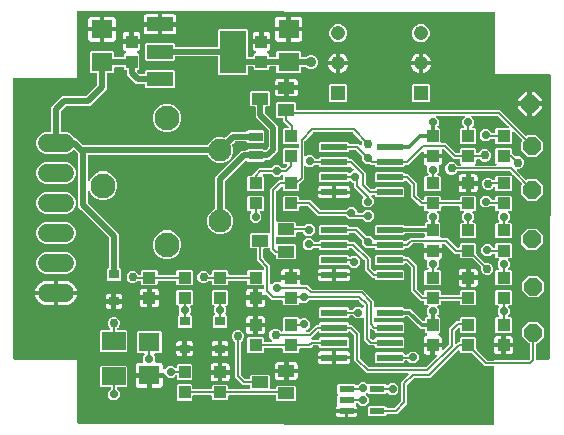
<source format=gbr>
G04 EAGLE Gerber RS-274X export*
G75*
%MOMM*%
%FSLAX34Y34*%
%LPD*%
%INTop Copper*%
%IPPOS*%
%AMOC8*
5,1,8,0,0,1.08239X$1,22.5*%
G01*
%ADD10R,2.184400X0.558800*%
%ADD11R,1.100000X1.000000*%
%ADD12R,1.000000X1.100000*%
%ADD13R,1.800000X1.600000*%
%ADD14R,2.235200X1.219200*%
%ADD15R,2.200000X3.600000*%
%ADD16R,1.270000X0.558800*%
%ADD17R,0.900000X0.800000*%
%ADD18C,2.100000*%
%ADD19C,1.950000*%
%ADD20R,1.200000X0.800000*%
%ADD21R,1.400000X1.000000*%
%ADD22C,1.208000*%
%ADD23R,1.208000X1.208000*%
%ADD24R,2.000000X1.500000*%
%ADD25C,1.524000*%
%ADD26P,1.649562X8X22.500000*%
%ADD27C,0.700000*%
%ADD28C,0.300000*%
%ADD29C,0.500000*%
%ADD30C,0.900000*%
%ADD31C,0.200000*%
%ADD32C,0.152400*%
%ADD33C,0.750000*%
%ADD34C,0.508000*%

G36*
X411063Y4124D02*
X411063Y4124D01*
X411128Y4123D01*
X411201Y4144D01*
X411277Y4154D01*
X411337Y4181D01*
X411400Y4198D01*
X411465Y4239D01*
X411534Y4270D01*
X411584Y4312D01*
X411640Y4347D01*
X411691Y4403D01*
X411749Y4453D01*
X411785Y4507D01*
X411829Y4556D01*
X411862Y4625D01*
X411904Y4688D01*
X411923Y4751D01*
X411952Y4810D01*
X411962Y4878D01*
X411987Y4958D01*
X411988Y5044D01*
X411999Y5114D01*
X411999Y52738D01*
X411990Y52802D01*
X411991Y52866D01*
X411970Y52941D01*
X411959Y53017D01*
X411933Y53076D01*
X411916Y53138D01*
X411875Y53204D01*
X411843Y53274D01*
X411801Y53323D01*
X411768Y53378D01*
X411710Y53430D01*
X411660Y53488D01*
X411606Y53524D01*
X411558Y53567D01*
X411489Y53600D01*
X411424Y53643D01*
X411362Y53662D01*
X411305Y53690D01*
X411235Y53701D01*
X411154Y53725D01*
X411069Y53726D01*
X411000Y53737D01*
X404563Y53737D01*
X393593Y64707D01*
X393517Y64764D01*
X393445Y64829D01*
X393404Y64849D01*
X393368Y64876D01*
X393278Y64910D01*
X393191Y64952D01*
X393149Y64958D01*
X393104Y64975D01*
X392976Y64985D01*
X392887Y64999D01*
X383878Y64999D01*
X382999Y65878D01*
X382999Y66050D01*
X382995Y66082D01*
X382997Y66114D01*
X382975Y66221D01*
X382959Y66330D01*
X382946Y66359D01*
X382940Y66390D01*
X382888Y66487D01*
X382843Y66586D01*
X382822Y66611D01*
X382807Y66639D01*
X382731Y66718D01*
X382660Y66801D01*
X382633Y66818D01*
X382610Y66841D01*
X382515Y66895D01*
X382424Y66955D01*
X382393Y66965D01*
X382365Y66981D01*
X382258Y67006D01*
X382154Y67038D01*
X382122Y67038D01*
X382091Y67045D01*
X381981Y67040D01*
X381872Y67041D01*
X381841Y67033D01*
X381809Y67031D01*
X381706Y66995D01*
X381600Y66966D01*
X381573Y66949D01*
X381542Y66939D01*
X381469Y66885D01*
X381360Y66818D01*
X381328Y66782D01*
X381293Y66757D01*
X358036Y43499D01*
X344450Y43499D01*
X344355Y43486D01*
X344259Y43481D01*
X344216Y43466D01*
X344171Y43459D01*
X344083Y43420D01*
X343992Y43388D01*
X343958Y43363D01*
X343914Y43343D01*
X343816Y43260D01*
X343743Y43207D01*
X338793Y38257D01*
X338736Y38180D01*
X338671Y38109D01*
X338651Y38068D01*
X338624Y38031D01*
X338590Y37941D01*
X338548Y37855D01*
X338542Y37813D01*
X338525Y37767D01*
X338515Y37640D01*
X338501Y37550D01*
X338501Y21964D01*
X336743Y20207D01*
X331395Y14859D01*
X329638Y13101D01*
X321804Y13101D01*
X321740Y13092D01*
X321676Y13093D01*
X321601Y13072D01*
X321525Y13061D01*
X321466Y13035D01*
X321404Y13018D01*
X321338Y12977D01*
X321268Y12945D01*
X321219Y12903D01*
X321164Y12870D01*
X321112Y12812D01*
X321054Y12762D01*
X321018Y12708D01*
X320975Y12660D01*
X320942Y12591D01*
X320899Y12526D01*
X320880Y12464D01*
X320852Y12407D01*
X320841Y12337D01*
X320817Y12256D01*
X320816Y12198D01*
X319926Y11307D01*
X305982Y11307D01*
X305103Y12186D01*
X305103Y19018D01*
X305982Y19897D01*
X319926Y19897D01*
X320813Y19009D01*
X320813Y18976D01*
X320813Y18974D01*
X320834Y18899D01*
X320845Y18823D01*
X320871Y18764D01*
X320888Y18702D01*
X320929Y18636D01*
X320961Y18566D01*
X321003Y18517D01*
X321036Y18462D01*
X321094Y18410D01*
X321144Y18352D01*
X321198Y18316D01*
X321246Y18273D01*
X321315Y18240D01*
X321380Y18197D01*
X321442Y18178D01*
X321499Y18150D01*
X321569Y18139D01*
X321650Y18115D01*
X321735Y18114D01*
X321804Y18103D01*
X327152Y18103D01*
X327247Y18116D01*
X327343Y18121D01*
X327387Y18136D01*
X327431Y18143D01*
X327519Y18182D01*
X327610Y18214D01*
X327644Y18239D01*
X327688Y18259D01*
X327786Y18342D01*
X327859Y18395D01*
X333207Y23743D01*
X333264Y23820D01*
X333329Y23891D01*
X333349Y23932D01*
X333376Y23969D01*
X333410Y24059D01*
X333452Y24145D01*
X333458Y24187D01*
X333475Y24233D01*
X333485Y24360D01*
X333499Y24450D01*
X333499Y40036D01*
X335257Y41793D01*
X339257Y45793D01*
X339276Y45819D01*
X339301Y45840D01*
X339361Y45932D01*
X339426Y46019D01*
X339438Y46049D01*
X339455Y46076D01*
X339487Y46181D01*
X339526Y46283D01*
X339528Y46315D01*
X339538Y46346D01*
X339539Y46455D01*
X339547Y46564D01*
X339541Y46596D01*
X339541Y46628D01*
X339512Y46733D01*
X339490Y46840D01*
X339475Y46869D01*
X339466Y46900D01*
X339409Y46993D01*
X339357Y47089D01*
X339335Y47112D01*
X339318Y47140D01*
X339237Y47213D01*
X339161Y47291D01*
X339133Y47307D01*
X339109Y47329D01*
X339010Y47376D01*
X338915Y47430D01*
X338884Y47438D01*
X338855Y47452D01*
X338766Y47466D01*
X338641Y47495D01*
X338592Y47493D01*
X338550Y47499D01*
X303964Y47499D01*
X293499Y57964D01*
X293499Y79550D01*
X293486Y79645D01*
X293481Y79741D01*
X293466Y79784D01*
X293459Y79829D01*
X293420Y79917D01*
X293388Y80008D01*
X293363Y80042D01*
X293343Y80086D01*
X293260Y80184D01*
X293207Y80257D01*
X290371Y83092D01*
X290320Y83131D01*
X290275Y83177D01*
X290208Y83215D01*
X290146Y83261D01*
X290086Y83284D01*
X290030Y83316D01*
X289954Y83333D01*
X289882Y83361D01*
X289818Y83366D01*
X289755Y83381D01*
X289678Y83377D01*
X289601Y83383D01*
X289538Y83369D01*
X289474Y83366D01*
X289401Y83341D01*
X289325Y83325D01*
X289268Y83295D01*
X289207Y83274D01*
X289151Y83232D01*
X289076Y83193D01*
X289015Y83133D01*
X288958Y83092D01*
X287922Y82055D01*
X264834Y82055D01*
X263920Y82970D01*
X263868Y83009D01*
X263823Y83055D01*
X263756Y83093D01*
X263694Y83139D01*
X263634Y83162D01*
X263578Y83194D01*
X263503Y83211D01*
X263430Y83239D01*
X263366Y83244D01*
X263304Y83259D01*
X263226Y83255D01*
X263149Y83261D01*
X263086Y83247D01*
X263022Y83244D01*
X262949Y83219D01*
X262873Y83203D01*
X262816Y83173D01*
X262756Y83152D01*
X262699Y83110D01*
X262624Y83071D01*
X262563Y83011D01*
X262507Y82970D01*
X258793Y79257D01*
X257393Y77857D01*
X257374Y77831D01*
X257349Y77810D01*
X257289Y77718D01*
X257224Y77631D01*
X257213Y77601D01*
X257195Y77574D01*
X257163Y77469D01*
X257124Y77367D01*
X257122Y77335D01*
X257112Y77304D01*
X257111Y77195D01*
X257103Y77086D01*
X257109Y77054D01*
X257109Y77022D01*
X257138Y76917D01*
X257160Y76810D01*
X257175Y76781D01*
X257184Y76750D01*
X257241Y76657D01*
X257293Y76561D01*
X257315Y76538D01*
X257332Y76510D01*
X257413Y76437D01*
X257489Y76359D01*
X257517Y76343D01*
X257541Y76321D01*
X257640Y76274D01*
X257735Y76220D01*
X257766Y76212D01*
X257795Y76198D01*
X257885Y76184D01*
X258009Y76155D01*
X258058Y76157D01*
X258100Y76151D01*
X262956Y76151D01*
X263020Y76160D01*
X263084Y76159D01*
X263159Y76180D01*
X263235Y76191D01*
X263294Y76217D01*
X263356Y76234D01*
X263422Y76275D01*
X263492Y76307D01*
X263541Y76349D01*
X263596Y76382D01*
X263648Y76440D01*
X263706Y76490D01*
X263742Y76544D01*
X263785Y76592D01*
X263818Y76661D01*
X263861Y76726D01*
X263880Y76788D01*
X263908Y76845D01*
X263919Y76915D01*
X263943Y76996D01*
X263944Y77054D01*
X264834Y77945D01*
X287922Y77945D01*
X288801Y77066D01*
X288801Y70234D01*
X287922Y69355D01*
X264834Y69355D01*
X263947Y70243D01*
X263947Y70278D01*
X263926Y70353D01*
X263915Y70429D01*
X263889Y70488D01*
X263872Y70550D01*
X263831Y70616D01*
X263799Y70686D01*
X263757Y70735D01*
X263724Y70790D01*
X263666Y70842D01*
X263616Y70900D01*
X263562Y70936D01*
X263514Y70979D01*
X263445Y71012D01*
X263380Y71055D01*
X263318Y71074D01*
X263261Y71102D01*
X263191Y71113D01*
X263110Y71137D01*
X263025Y71138D01*
X262956Y71149D01*
X259100Y71149D01*
X259005Y71136D01*
X258909Y71131D01*
X258866Y71116D01*
X258821Y71109D01*
X258733Y71070D01*
X258642Y71038D01*
X258608Y71013D01*
X258564Y70993D01*
X258466Y70910D01*
X258393Y70857D01*
X256536Y68999D01*
X248000Y68999D01*
X247936Y68990D01*
X247872Y68991D01*
X247797Y68970D01*
X247721Y68959D01*
X247662Y68933D01*
X247600Y68916D01*
X247534Y68875D01*
X247464Y68843D01*
X247415Y68801D01*
X247360Y68768D01*
X247308Y68710D01*
X247250Y68660D01*
X247214Y68606D01*
X247171Y68558D01*
X247138Y68489D01*
X247095Y68424D01*
X247076Y68362D01*
X247048Y68305D01*
X247037Y68235D01*
X247013Y68154D01*
X247012Y68069D01*
X247001Y68000D01*
X247001Y65878D01*
X246122Y64999D01*
X233878Y64999D01*
X232999Y65878D01*
X232999Y68000D01*
X232990Y68064D01*
X232991Y68128D01*
X232970Y68203D01*
X232959Y68279D01*
X232933Y68338D01*
X232916Y68400D01*
X232875Y68466D01*
X232843Y68536D01*
X232801Y68585D01*
X232768Y68640D01*
X232710Y68692D01*
X232660Y68750D01*
X232606Y68786D01*
X232558Y68829D01*
X232489Y68862D01*
X232424Y68905D01*
X232362Y68924D01*
X232305Y68952D01*
X232235Y68963D01*
X232154Y68987D01*
X232069Y68988D01*
X232000Y68999D01*
X218000Y68999D01*
X217936Y68990D01*
X217872Y68991D01*
X217797Y68970D01*
X217721Y68959D01*
X217662Y68933D01*
X217600Y68916D01*
X217534Y68875D01*
X217464Y68843D01*
X217415Y68801D01*
X217360Y68768D01*
X217308Y68710D01*
X217250Y68660D01*
X217214Y68606D01*
X217171Y68558D01*
X217138Y68489D01*
X217095Y68424D01*
X217076Y68362D01*
X217048Y68305D01*
X217037Y68235D01*
X217013Y68154D01*
X217012Y68069D01*
X217001Y68000D01*
X217001Y65878D01*
X216122Y64999D01*
X203878Y64999D01*
X202999Y65878D01*
X202999Y77122D01*
X203878Y78001D01*
X216122Y78001D01*
X217001Y77122D01*
X217001Y75000D01*
X217009Y74942D01*
X217009Y74934D01*
X217010Y74931D01*
X217009Y74872D01*
X217030Y74797D01*
X217041Y74721D01*
X217067Y74662D01*
X217084Y74600D01*
X217125Y74534D01*
X217157Y74464D01*
X217199Y74415D01*
X217232Y74360D01*
X217290Y74308D01*
X217340Y74250D01*
X217394Y74214D01*
X217442Y74171D01*
X217511Y74138D01*
X217576Y74095D01*
X217638Y74076D01*
X217695Y74048D01*
X217765Y74037D01*
X217846Y74013D01*
X217931Y74012D01*
X218000Y74001D01*
X223161Y74001D01*
X223193Y74005D01*
X223225Y74003D01*
X223332Y74025D01*
X223440Y74041D01*
X223470Y74054D01*
X223501Y74060D01*
X223598Y74112D01*
X223697Y74157D01*
X223722Y74178D01*
X223750Y74193D01*
X223829Y74269D01*
X223912Y74340D01*
X223929Y74367D01*
X223952Y74390D01*
X224006Y74485D01*
X224066Y74576D01*
X224076Y74607D01*
X224091Y74635D01*
X224117Y74741D01*
X224149Y74846D01*
X224149Y74878D01*
X224156Y74909D01*
X224151Y75019D01*
X224152Y75128D01*
X224144Y75159D01*
X224142Y75191D01*
X224106Y75294D01*
X224077Y75400D01*
X224060Y75427D01*
X224050Y75458D01*
X223996Y75531D01*
X223929Y75640D01*
X223893Y75672D01*
X223868Y75707D01*
X222549Y77026D01*
X221749Y78956D01*
X221749Y81044D01*
X222549Y82974D01*
X224026Y84451D01*
X225956Y85251D01*
X228044Y85251D01*
X229974Y84451D01*
X231293Y83132D01*
X231319Y83113D01*
X231340Y83088D01*
X231432Y83028D01*
X231519Y82963D01*
X231549Y82952D01*
X231576Y82934D01*
X231681Y82902D01*
X231783Y82863D01*
X231815Y82861D01*
X231846Y82851D01*
X231955Y82850D01*
X232064Y82842D01*
X232096Y82848D01*
X232128Y82848D01*
X232233Y82877D01*
X232340Y82899D01*
X232369Y82914D01*
X232400Y82923D01*
X232493Y82980D01*
X232589Y83032D01*
X232612Y83054D01*
X232640Y83071D01*
X232713Y83152D01*
X232791Y83228D01*
X232807Y83257D01*
X232829Y83280D01*
X232876Y83379D01*
X232930Y83474D01*
X232938Y83505D01*
X232952Y83534D01*
X232966Y83624D01*
X232995Y83748D01*
X232993Y83797D01*
X232999Y83839D01*
X232999Y94122D01*
X233878Y95001D01*
X246122Y95001D01*
X247143Y93979D01*
X247157Y93949D01*
X247178Y93925D01*
X247193Y93896D01*
X247269Y93818D01*
X247340Y93735D01*
X247367Y93717D01*
X247390Y93694D01*
X247484Y93640D01*
X247576Y93580D01*
X247607Y93571D01*
X247635Y93555D01*
X247741Y93530D01*
X247846Y93498D01*
X247878Y93498D01*
X247909Y93490D01*
X248019Y93496D01*
X248128Y93494D01*
X248159Y93503D01*
X248191Y93504D01*
X248294Y93540D01*
X248400Y93569D01*
X248427Y93586D01*
X248458Y93597D01*
X248531Y93650D01*
X248640Y93718D01*
X248672Y93754D01*
X248707Y93779D01*
X248929Y94001D01*
X253071Y94001D01*
X256001Y91071D01*
X256001Y86929D01*
X253279Y84207D01*
X253259Y84181D01*
X253235Y84160D01*
X253175Y84068D01*
X253109Y83981D01*
X253098Y83951D01*
X253080Y83924D01*
X253048Y83819D01*
X253010Y83717D01*
X253007Y83685D01*
X252998Y83654D01*
X252997Y83545D01*
X252988Y83436D01*
X252995Y83404D01*
X252994Y83372D01*
X253023Y83267D01*
X253046Y83160D01*
X253061Y83131D01*
X253069Y83100D01*
X253127Y83007D01*
X253178Y82911D01*
X253201Y82888D01*
X253218Y82860D01*
X253299Y82787D01*
X253375Y82709D01*
X253403Y82693D01*
X253427Y82671D01*
X253525Y82624D01*
X253620Y82570D01*
X253652Y82562D01*
X253681Y82548D01*
X253770Y82534D01*
X253895Y82505D01*
X253943Y82507D01*
X253985Y82501D01*
X254550Y82501D01*
X254645Y82514D01*
X254741Y82519D01*
X254784Y82534D01*
X254829Y82541D01*
X254917Y82580D01*
X255008Y82612D01*
X255042Y82637D01*
X255086Y82657D01*
X255184Y82740D01*
X255257Y82793D01*
X261314Y88851D01*
X262956Y88851D01*
X263020Y88860D01*
X263084Y88859D01*
X263159Y88880D01*
X263235Y88891D01*
X263294Y88917D01*
X263356Y88934D01*
X263422Y88975D01*
X263492Y89007D01*
X263541Y89049D01*
X263596Y89082D01*
X263648Y89140D01*
X263706Y89190D01*
X263742Y89244D01*
X263785Y89292D01*
X263818Y89361D01*
X263861Y89426D01*
X263880Y89488D01*
X263908Y89545D01*
X263919Y89615D01*
X263943Y89696D01*
X263944Y89754D01*
X264834Y90645D01*
X287922Y90645D01*
X288809Y89757D01*
X288809Y89722D01*
X288830Y89647D01*
X288841Y89571D01*
X288867Y89512D01*
X288884Y89450D01*
X288925Y89384D01*
X288957Y89314D01*
X288999Y89265D01*
X289032Y89210D01*
X289090Y89158D01*
X289140Y89100D01*
X289194Y89064D01*
X289242Y89021D01*
X289311Y88988D01*
X289376Y88945D01*
X289438Y88926D01*
X289495Y88898D01*
X289565Y88887D01*
X289646Y88863D01*
X289731Y88862D01*
X289800Y88851D01*
X291686Y88851D01*
X298501Y82036D01*
X298501Y60450D01*
X298514Y60355D01*
X298519Y60259D01*
X298534Y60216D01*
X298541Y60171D01*
X298580Y60083D01*
X298612Y59992D01*
X298637Y59958D01*
X298657Y59914D01*
X298740Y59816D01*
X298793Y59743D01*
X305743Y52793D01*
X305820Y52736D01*
X305891Y52671D01*
X305932Y52651D01*
X305969Y52624D01*
X306059Y52590D01*
X306145Y52548D01*
X306187Y52542D01*
X306233Y52525D01*
X306360Y52515D01*
X306450Y52501D01*
X353550Y52501D01*
X353645Y52514D01*
X353741Y52519D01*
X353784Y52534D01*
X353829Y52541D01*
X353917Y52580D01*
X354008Y52612D01*
X354042Y52637D01*
X354086Y52657D01*
X354184Y52740D01*
X354257Y52793D01*
X363217Y61753D01*
X363236Y61779D01*
X363261Y61800D01*
X363321Y61892D01*
X363386Y61979D01*
X363398Y62009D01*
X363415Y62036D01*
X363447Y62141D01*
X363486Y62243D01*
X363488Y62275D01*
X363498Y62306D01*
X363499Y62415D01*
X363507Y62524D01*
X363501Y62556D01*
X363501Y62588D01*
X363472Y62693D01*
X363450Y62800D01*
X363435Y62829D01*
X363426Y62860D01*
X363369Y62953D01*
X363317Y63049D01*
X363295Y63072D01*
X363278Y63100D01*
X363197Y63173D01*
X363121Y63251D01*
X363093Y63267D01*
X363069Y63289D01*
X362970Y63336D01*
X362875Y63390D01*
X362844Y63398D01*
X362815Y63412D01*
X362726Y63426D01*
X362601Y63455D01*
X362552Y63453D01*
X362510Y63459D01*
X361999Y63459D01*
X361999Y69501D01*
X367541Y69501D01*
X367541Y68490D01*
X367545Y68458D01*
X367543Y68426D01*
X367565Y68319D01*
X367581Y68210D01*
X367594Y68181D01*
X367600Y68150D01*
X367652Y68053D01*
X367697Y67954D01*
X367718Y67929D01*
X367733Y67901D01*
X367809Y67822D01*
X367880Y67739D01*
X367907Y67722D01*
X367930Y67699D01*
X368025Y67645D01*
X368116Y67585D01*
X368147Y67575D01*
X368175Y67559D01*
X368281Y67534D01*
X368386Y67502D01*
X368418Y67502D01*
X368449Y67495D01*
X368559Y67500D01*
X368668Y67499D01*
X368699Y67507D01*
X368731Y67509D01*
X368834Y67545D01*
X368940Y67574D01*
X368967Y67591D01*
X368998Y67601D01*
X369071Y67655D01*
X369180Y67722D01*
X369212Y67758D01*
X369247Y67783D01*
X373207Y71743D01*
X373264Y71820D01*
X373329Y71891D01*
X373349Y71932D01*
X373376Y71969D01*
X373410Y72059D01*
X373452Y72145D01*
X373458Y72187D01*
X373475Y72233D01*
X373485Y72360D01*
X373499Y72450D01*
X373499Y85036D01*
X379964Y91501D01*
X382000Y91501D01*
X382064Y91510D01*
X382128Y91509D01*
X382203Y91530D01*
X382279Y91541D01*
X382338Y91567D01*
X382400Y91584D01*
X382466Y91625D01*
X382536Y91657D01*
X382585Y91699D01*
X382640Y91732D01*
X382692Y91790D01*
X382750Y91840D01*
X382786Y91894D01*
X382829Y91942D01*
X382862Y92011D01*
X382905Y92076D01*
X382924Y92138D01*
X382952Y92195D01*
X382963Y92265D01*
X382987Y92346D01*
X382988Y92431D01*
X382999Y92500D01*
X382999Y94122D01*
X383878Y95001D01*
X396122Y95001D01*
X397001Y94122D01*
X397001Y82878D01*
X396122Y81999D01*
X383878Y81999D01*
X382999Y82878D01*
X382999Y85050D01*
X382995Y85082D01*
X382997Y85114D01*
X382975Y85221D01*
X382959Y85330D01*
X382946Y85359D01*
X382940Y85390D01*
X382888Y85487D01*
X382843Y85586D01*
X382822Y85611D01*
X382807Y85639D01*
X382731Y85718D01*
X382660Y85801D01*
X382633Y85818D01*
X382610Y85841D01*
X382515Y85895D01*
X382424Y85955D01*
X382393Y85965D01*
X382365Y85981D01*
X382259Y86006D01*
X382154Y86038D01*
X382122Y86038D01*
X382091Y86045D01*
X381981Y86040D01*
X381872Y86041D01*
X381841Y86033D01*
X381809Y86031D01*
X381706Y85995D01*
X381600Y85966D01*
X381573Y85949D01*
X381542Y85939D01*
X381469Y85885D01*
X381360Y85818D01*
X381328Y85782D01*
X381293Y85757D01*
X378793Y83257D01*
X378736Y83180D01*
X378671Y83109D01*
X378651Y83068D01*
X378624Y83031D01*
X378590Y82941D01*
X378548Y82855D01*
X378542Y82813D01*
X378525Y82767D01*
X378515Y82640D01*
X378501Y82550D01*
X378501Y73450D01*
X378505Y73418D01*
X378503Y73386D01*
X378525Y73279D01*
X378541Y73170D01*
X378554Y73141D01*
X378560Y73110D01*
X378612Y73013D01*
X378657Y72914D01*
X378678Y72889D01*
X378693Y72861D01*
X378769Y72782D01*
X378840Y72699D01*
X378867Y72682D01*
X378890Y72659D01*
X378985Y72605D01*
X379076Y72545D01*
X379107Y72535D01*
X379135Y72519D01*
X379241Y72494D01*
X379346Y72462D01*
X379378Y72462D01*
X379409Y72455D01*
X379519Y72460D01*
X379628Y72459D01*
X379659Y72467D01*
X379691Y72469D01*
X379794Y72505D01*
X379900Y72534D01*
X379927Y72551D01*
X379958Y72561D01*
X380031Y72615D01*
X380140Y72682D01*
X380172Y72718D01*
X380207Y72743D01*
X381464Y74001D01*
X382000Y74001D01*
X382064Y74010D01*
X382128Y74009D01*
X382203Y74030D01*
X382279Y74041D01*
X382338Y74067D01*
X382400Y74084D01*
X382466Y74125D01*
X382536Y74157D01*
X382585Y74199D01*
X382640Y74232D01*
X382692Y74290D01*
X382750Y74340D01*
X382786Y74394D01*
X382829Y74442D01*
X382862Y74511D01*
X382905Y74576D01*
X382924Y74638D01*
X382952Y74695D01*
X382963Y74765D01*
X382987Y74846D01*
X382988Y74931D01*
X382999Y75000D01*
X382999Y77122D01*
X383878Y78001D01*
X396122Y78001D01*
X397001Y77122D01*
X397001Y68113D01*
X397014Y68018D01*
X397019Y67922D01*
X397034Y67879D01*
X397041Y67834D01*
X397080Y67746D01*
X397112Y67656D01*
X397137Y67621D01*
X397157Y67577D01*
X397240Y67480D01*
X397293Y67407D01*
X406145Y58555D01*
X406221Y58498D01*
X406293Y58433D01*
X406334Y58413D01*
X406370Y58386D01*
X406460Y58352D01*
X406547Y58310D01*
X406589Y58304D01*
X406634Y58287D01*
X406762Y58277D01*
X406851Y58263D01*
X411000Y58263D01*
X411064Y58272D01*
X411128Y58271D01*
X411203Y58292D01*
X411279Y58303D01*
X411338Y58329D01*
X411400Y58346D01*
X411466Y58387D01*
X411536Y58419D01*
X411585Y58461D01*
X411640Y58494D01*
X411692Y58552D01*
X411750Y58602D01*
X411786Y58656D01*
X411829Y58704D01*
X411862Y58773D01*
X411905Y58838D01*
X411924Y58900D01*
X411952Y58957D01*
X411958Y59001D01*
X441387Y59001D01*
X441482Y59014D01*
X441578Y59019D01*
X441621Y59034D01*
X441666Y59041D01*
X441754Y59080D01*
X441844Y59112D01*
X441879Y59137D01*
X441923Y59157D01*
X442020Y59240D01*
X442093Y59293D01*
X442445Y59645D01*
X442502Y59721D01*
X442567Y59793D01*
X442587Y59834D01*
X442614Y59870D01*
X442648Y59960D01*
X442690Y60047D01*
X442696Y60089D01*
X442713Y60134D01*
X442723Y60262D01*
X442737Y60351D01*
X442737Y71880D01*
X442728Y71944D01*
X442729Y72008D01*
X442708Y72083D01*
X442697Y72159D01*
X442671Y72218D01*
X442654Y72280D01*
X442613Y72346D01*
X442581Y72416D01*
X442539Y72465D01*
X442506Y72520D01*
X442448Y72572D01*
X442398Y72630D01*
X442344Y72666D01*
X442296Y72709D01*
X442227Y72742D01*
X442162Y72785D01*
X442100Y72804D01*
X442043Y72832D01*
X441973Y72843D01*
X441892Y72867D01*
X441807Y72868D01*
X441738Y72879D01*
X441222Y72879D01*
X435879Y78222D01*
X435879Y85778D01*
X441222Y91121D01*
X448778Y91121D01*
X454121Y85778D01*
X454121Y78222D01*
X448778Y72879D01*
X448262Y72879D01*
X448198Y72870D01*
X448134Y72871D01*
X448059Y72850D01*
X447983Y72839D01*
X447924Y72813D01*
X447862Y72796D01*
X447796Y72755D01*
X447726Y72723D01*
X447677Y72681D01*
X447622Y72648D01*
X447570Y72590D01*
X447512Y72540D01*
X447476Y72486D01*
X447433Y72438D01*
X447400Y72369D01*
X447357Y72304D01*
X447338Y72242D01*
X447310Y72185D01*
X447299Y72115D01*
X447275Y72034D01*
X447274Y71949D01*
X447263Y71880D01*
X447263Y60000D01*
X447272Y59936D01*
X447271Y59872D01*
X447292Y59797D01*
X447303Y59721D01*
X447329Y59662D01*
X447346Y59600D01*
X447387Y59534D01*
X447419Y59464D01*
X447461Y59415D01*
X447494Y59360D01*
X447552Y59308D01*
X447602Y59250D01*
X447656Y59214D01*
X447704Y59171D01*
X447773Y59138D01*
X447838Y59095D01*
X447900Y59076D01*
X447957Y59048D01*
X448027Y59037D01*
X448108Y59013D01*
X448193Y59012D01*
X448262Y59001D01*
X458170Y59001D01*
X458232Y59010D01*
X458295Y59009D01*
X458371Y59029D01*
X458449Y59041D01*
X458506Y59066D01*
X458567Y59083D01*
X458634Y59124D01*
X458706Y59157D01*
X458754Y59198D01*
X458807Y59231D01*
X458861Y59289D01*
X458920Y59340D01*
X458955Y59393D01*
X458997Y59439D01*
X459032Y59510D01*
X459075Y59576D01*
X459093Y59636D01*
X459121Y59693D01*
X459132Y59763D01*
X459157Y59846D01*
X459158Y59929D01*
X459169Y59997D01*
X459838Y299997D01*
X459829Y300062D01*
X459829Y300128D01*
X459809Y300201D01*
X459799Y300277D01*
X459772Y300336D01*
X459754Y300400D01*
X459714Y300464D01*
X459683Y300534D01*
X459641Y300584D01*
X459606Y300640D01*
X459550Y300691D01*
X459500Y300749D01*
X459446Y300785D01*
X459397Y300829D01*
X459328Y300862D01*
X459265Y300904D01*
X459202Y300923D01*
X459143Y300952D01*
X459075Y300962D01*
X458995Y300987D01*
X458909Y300988D01*
X458838Y300999D01*
X412999Y300999D01*
X412999Y352228D01*
X412990Y352289D01*
X412992Y352352D01*
X412971Y352428D01*
X412959Y352507D01*
X412934Y352564D01*
X412918Y352624D01*
X412876Y352692D01*
X412843Y352764D01*
X412803Y352811D01*
X412770Y352864D01*
X412712Y352918D01*
X412660Y352978D01*
X412608Y353012D01*
X412562Y353054D01*
X412491Y353089D01*
X412424Y353133D01*
X412364Y353151D01*
X412309Y353178D01*
X412238Y353190D01*
X412154Y353215D01*
X412072Y353216D01*
X412004Y353227D01*
X60004Y354741D01*
X59938Y354732D01*
X59872Y354733D01*
X59800Y354713D01*
X59725Y354703D01*
X59664Y354675D01*
X59600Y354658D01*
X59536Y354618D01*
X59467Y354587D01*
X59417Y354544D01*
X59360Y354510D01*
X59310Y354454D01*
X59252Y354405D01*
X59216Y354350D01*
X59171Y354300D01*
X59138Y354233D01*
X59097Y354170D01*
X59077Y354106D01*
X59048Y354047D01*
X59038Y353979D01*
X59013Y353900D01*
X59012Y353813D01*
X59001Y353742D01*
X59001Y297999D01*
X6000Y297999D01*
X5936Y297990D01*
X5872Y297991D01*
X5797Y297970D01*
X5721Y297959D01*
X5662Y297933D01*
X5600Y297916D01*
X5534Y297875D01*
X5464Y297843D01*
X5415Y297801D01*
X5360Y297768D01*
X5308Y297710D01*
X5250Y297660D01*
X5214Y297606D01*
X5171Y297558D01*
X5138Y297489D01*
X5095Y297424D01*
X5076Y297362D01*
X5048Y297305D01*
X5037Y297235D01*
X5013Y297154D01*
X5012Y297069D01*
X5001Y297000D01*
X5001Y60000D01*
X5010Y59936D01*
X5009Y59872D01*
X5030Y59797D01*
X5041Y59721D01*
X5067Y59662D01*
X5084Y59600D01*
X5125Y59534D01*
X5157Y59464D01*
X5199Y59415D01*
X5232Y59360D01*
X5290Y59308D01*
X5340Y59250D01*
X5394Y59214D01*
X5442Y59171D01*
X5511Y59138D01*
X5576Y59095D01*
X5638Y59076D01*
X5695Y59048D01*
X5765Y59037D01*
X5846Y59013D01*
X5931Y59012D01*
X6000Y59001D01*
X59001Y59001D01*
X59001Y5871D01*
X59010Y5808D01*
X59009Y5745D01*
X59029Y5669D01*
X59041Y5591D01*
X59067Y5534D01*
X59083Y5473D01*
X59124Y5406D01*
X59157Y5335D01*
X59198Y5287D01*
X59231Y5233D01*
X59289Y5180D01*
X59340Y5120D01*
X59393Y5086D01*
X59440Y5043D01*
X59510Y5009D01*
X59576Y4966D01*
X59637Y4947D01*
X59693Y4920D01*
X59764Y4909D01*
X59846Y4883D01*
X59929Y4882D01*
X59998Y4871D01*
X410998Y4115D01*
X411063Y4124D01*
G37*
%LPC*%
G36*
X312078Y69355D02*
X312078Y69355D01*
X311191Y70243D01*
X311191Y70278D01*
X311170Y70353D01*
X311159Y70429D01*
X311133Y70488D01*
X311116Y70550D01*
X311075Y70616D01*
X311043Y70686D01*
X311001Y70735D01*
X310968Y70790D01*
X310910Y70842D01*
X310860Y70900D01*
X310806Y70936D01*
X310758Y70979D01*
X310689Y71012D01*
X310624Y71055D01*
X310562Y71074D01*
X310505Y71102D01*
X310435Y71113D01*
X310354Y71137D01*
X310269Y71138D01*
X310200Y71149D01*
X306314Y71149D01*
X301499Y75964D01*
X301499Y94015D01*
X301495Y94047D01*
X301497Y94079D01*
X301475Y94186D01*
X301459Y94294D01*
X301446Y94323D01*
X301440Y94355D01*
X301388Y94451D01*
X301343Y94551D01*
X301322Y94575D01*
X301307Y94604D01*
X301231Y94682D01*
X301160Y94765D01*
X301133Y94783D01*
X301110Y94806D01*
X301015Y94860D01*
X300924Y94920D01*
X300893Y94929D01*
X300865Y94945D01*
X300759Y94970D01*
X300654Y95002D01*
X300622Y95002D01*
X300591Y95010D01*
X300481Y95004D01*
X300372Y95006D01*
X300341Y94997D01*
X300309Y94996D01*
X300206Y94960D01*
X300100Y94931D01*
X300073Y94914D01*
X300042Y94903D01*
X299969Y94850D01*
X299860Y94782D01*
X299828Y94746D01*
X299793Y94721D01*
X299071Y93999D01*
X294929Y93999D01*
X292671Y96257D01*
X292595Y96314D01*
X292523Y96379D01*
X292482Y96399D01*
X292446Y96426D01*
X292356Y96460D01*
X292269Y96502D01*
X292227Y96508D01*
X292182Y96525D01*
X292054Y96535D01*
X291965Y96549D01*
X289800Y96549D01*
X289736Y96540D01*
X289672Y96541D01*
X289597Y96520D01*
X289521Y96509D01*
X289462Y96483D01*
X289400Y96466D01*
X289334Y96425D01*
X289264Y96393D01*
X289215Y96351D01*
X289160Y96318D01*
X289108Y96260D01*
X289050Y96210D01*
X289014Y96156D01*
X288971Y96108D01*
X288938Y96039D01*
X288895Y95974D01*
X288876Y95912D01*
X288848Y95855D01*
X288837Y95785D01*
X288813Y95704D01*
X288812Y95646D01*
X287922Y94755D01*
X264834Y94755D01*
X263955Y95634D01*
X263955Y102466D01*
X264834Y103345D01*
X287922Y103345D01*
X288809Y102457D01*
X288809Y102422D01*
X288830Y102347D01*
X288841Y102271D01*
X288867Y102212D01*
X288884Y102150D01*
X288925Y102084D01*
X288957Y102014D01*
X288999Y101965D01*
X289032Y101910D01*
X289090Y101858D01*
X289140Y101800D01*
X289194Y101764D01*
X289242Y101721D01*
X289311Y101688D01*
X289376Y101645D01*
X289438Y101626D01*
X289495Y101598D01*
X289565Y101587D01*
X289646Y101563D01*
X289731Y101562D01*
X289800Y101551D01*
X292065Y101551D01*
X292160Y101564D01*
X292256Y101569D01*
X292299Y101584D01*
X292344Y101591D01*
X292431Y101630D01*
X292522Y101662D01*
X292557Y101687D01*
X292601Y101707D01*
X292698Y101790D01*
X292771Y101843D01*
X294929Y104001D01*
X299071Y104001D01*
X299793Y103279D01*
X299819Y103259D01*
X299840Y103235D01*
X299932Y103175D01*
X300019Y103109D01*
X300049Y103098D01*
X300076Y103080D01*
X300181Y103048D01*
X300283Y103010D01*
X300315Y103007D01*
X300346Y102998D01*
X300455Y102997D01*
X300564Y102988D01*
X300596Y102995D01*
X300628Y102994D01*
X300733Y103023D01*
X300840Y103046D01*
X300869Y103061D01*
X300900Y103069D01*
X300993Y103127D01*
X301089Y103178D01*
X301112Y103201D01*
X301140Y103218D01*
X301213Y103298D01*
X301291Y103375D01*
X301307Y103403D01*
X301329Y103427D01*
X301376Y103525D01*
X301430Y103620D01*
X301438Y103652D01*
X301452Y103681D01*
X301466Y103770D01*
X301495Y103895D01*
X301493Y103943D01*
X301499Y103985D01*
X301499Y104550D01*
X301486Y104645D01*
X301481Y104741D01*
X301466Y104784D01*
X301459Y104829D01*
X301420Y104917D01*
X301388Y105008D01*
X301363Y105042D01*
X301343Y105086D01*
X301260Y105184D01*
X301207Y105257D01*
X297257Y109207D01*
X297180Y109264D01*
X297109Y109329D01*
X297068Y109349D01*
X297031Y109376D01*
X296941Y109410D01*
X296855Y109452D01*
X296813Y109458D01*
X296767Y109475D01*
X296640Y109485D01*
X296550Y109499D01*
X255985Y109499D01*
X255890Y109486D01*
X255794Y109481D01*
X255751Y109466D01*
X255706Y109459D01*
X255619Y109420D01*
X255528Y109388D01*
X255493Y109363D01*
X255449Y109343D01*
X255352Y109260D01*
X255279Y109207D01*
X253071Y106999D01*
X248929Y106999D01*
X248707Y107221D01*
X248681Y107241D01*
X248660Y107265D01*
X248568Y107325D01*
X248481Y107391D01*
X248451Y107402D01*
X248424Y107420D01*
X248319Y107452D01*
X248217Y107490D01*
X248185Y107493D01*
X248154Y107502D01*
X248045Y107503D01*
X247936Y107512D01*
X247904Y107505D01*
X247872Y107506D01*
X247767Y107477D01*
X247660Y107454D01*
X247631Y107439D01*
X247600Y107431D01*
X247507Y107373D01*
X247411Y107322D01*
X247388Y107299D01*
X247360Y107282D01*
X247287Y107201D01*
X247209Y107125D01*
X247193Y107097D01*
X247171Y107073D01*
X247124Y106975D01*
X247070Y106880D01*
X247062Y106848D01*
X247048Y106819D01*
X247034Y106730D01*
X247005Y106605D01*
X247007Y106557D01*
X247001Y106515D01*
X247001Y105878D01*
X246122Y104999D01*
X233878Y104999D01*
X232999Y105878D01*
X232999Y108500D01*
X232990Y108564D01*
X232991Y108628D01*
X232970Y108703D01*
X232959Y108779D01*
X232933Y108838D01*
X232916Y108900D01*
X232875Y108966D01*
X232843Y109036D01*
X232801Y109085D01*
X232768Y109140D01*
X232710Y109192D01*
X232660Y109250D01*
X232606Y109286D01*
X232558Y109329D01*
X232489Y109362D01*
X232424Y109405D01*
X232362Y109424D01*
X232305Y109452D01*
X232235Y109463D01*
X232154Y109487D01*
X232069Y109488D01*
X232000Y109499D01*
X223964Y109499D01*
X222207Y111257D01*
X219747Y113717D01*
X219721Y113736D01*
X219700Y113761D01*
X219608Y113821D01*
X219521Y113886D01*
X219491Y113897D01*
X219464Y113915D01*
X219359Y113947D01*
X219257Y113986D01*
X219225Y113988D01*
X219194Y113998D01*
X219085Y113999D01*
X218976Y114007D01*
X218944Y114001D01*
X218912Y114001D01*
X218807Y113972D01*
X218700Y113950D01*
X218671Y113935D01*
X218640Y113926D01*
X218547Y113869D01*
X218451Y113817D01*
X218428Y113795D01*
X218400Y113778D01*
X218327Y113697D01*
X218249Y113621D01*
X218233Y113593D01*
X218211Y113569D01*
X218178Y113499D01*
X211999Y113499D01*
X211999Y119041D01*
X215834Y119041D01*
X216241Y118932D01*
X216295Y118925D01*
X216346Y118910D01*
X216434Y118908D01*
X216521Y118898D01*
X216574Y118907D01*
X216628Y118906D01*
X216713Y118929D01*
X216800Y118944D01*
X216848Y118967D01*
X216900Y118981D01*
X216975Y119027D01*
X217054Y119065D01*
X217094Y119101D01*
X217140Y119129D01*
X217199Y119194D01*
X217264Y119253D01*
X217293Y119299D01*
X217329Y119339D01*
X217367Y119418D01*
X217414Y119492D01*
X217428Y119544D01*
X217452Y119592D01*
X217464Y119670D01*
X217490Y119764D01*
X217490Y119836D01*
X217499Y119897D01*
X217499Y121000D01*
X217490Y121064D01*
X217491Y121128D01*
X217470Y121203D01*
X217459Y121279D01*
X217433Y121338D01*
X217416Y121400D01*
X217375Y121466D01*
X217343Y121536D01*
X217301Y121585D01*
X217268Y121640D01*
X217210Y121692D01*
X217160Y121750D01*
X217106Y121786D01*
X217058Y121829D01*
X216989Y121862D01*
X216924Y121905D01*
X216862Y121924D01*
X216805Y121952D01*
X216735Y121963D01*
X216654Y121987D01*
X216569Y121988D01*
X216500Y121999D01*
X203878Y121999D01*
X202999Y122878D01*
X202999Y125000D01*
X202990Y125064D01*
X202991Y125128D01*
X202970Y125203D01*
X202959Y125279D01*
X202933Y125338D01*
X202916Y125400D01*
X202875Y125466D01*
X202843Y125536D01*
X202801Y125585D01*
X202768Y125640D01*
X202710Y125692D01*
X202660Y125750D01*
X202606Y125786D01*
X202558Y125829D01*
X202489Y125862D01*
X202424Y125905D01*
X202362Y125924D01*
X202305Y125952D01*
X202235Y125963D01*
X202154Y125987D01*
X202069Y125988D01*
X202000Y125999D01*
X188000Y125999D01*
X187936Y125990D01*
X187872Y125991D01*
X187797Y125970D01*
X187721Y125959D01*
X187662Y125933D01*
X187600Y125916D01*
X187534Y125875D01*
X187464Y125843D01*
X187415Y125801D01*
X187360Y125768D01*
X187308Y125710D01*
X187250Y125660D01*
X187214Y125606D01*
X187171Y125558D01*
X187138Y125489D01*
X187095Y125424D01*
X187076Y125362D01*
X187048Y125305D01*
X187037Y125235D01*
X187013Y125154D01*
X187012Y125069D01*
X187001Y125000D01*
X187001Y122878D01*
X186122Y121999D01*
X173878Y121999D01*
X172999Y122878D01*
X172999Y125000D01*
X172990Y125064D01*
X172991Y125128D01*
X172970Y125203D01*
X172959Y125279D01*
X172933Y125338D01*
X172916Y125400D01*
X172875Y125466D01*
X172843Y125536D01*
X172801Y125585D01*
X172768Y125640D01*
X172710Y125692D01*
X172660Y125750D01*
X172606Y125786D01*
X172558Y125829D01*
X172489Y125862D01*
X172424Y125905D01*
X172362Y125924D01*
X172305Y125952D01*
X172235Y125963D01*
X172154Y125987D01*
X172069Y125988D01*
X172000Y125999D01*
X170839Y125999D01*
X170744Y125986D01*
X170648Y125981D01*
X170605Y125966D01*
X170560Y125959D01*
X170472Y125920D01*
X170381Y125888D01*
X170347Y125863D01*
X170303Y125843D01*
X170205Y125760D01*
X170132Y125707D01*
X168974Y124549D01*
X167044Y123749D01*
X164956Y123749D01*
X163026Y124549D01*
X161549Y126026D01*
X160749Y127956D01*
X160749Y130044D01*
X161549Y131974D01*
X163026Y133451D01*
X164956Y134251D01*
X167044Y134251D01*
X168974Y133451D01*
X170451Y131974D01*
X170599Y131618D01*
X170604Y131609D01*
X170606Y131600D01*
X170676Y131488D01*
X170743Y131375D01*
X170750Y131368D01*
X170755Y131360D01*
X170853Y131272D01*
X170948Y131182D01*
X170957Y131178D01*
X170964Y131171D01*
X171082Y131114D01*
X171200Y131054D01*
X171209Y131052D01*
X171218Y131048D01*
X171294Y131036D01*
X171477Y131002D01*
X171501Y131004D01*
X171522Y131001D01*
X172000Y131001D01*
X172064Y131010D01*
X172128Y131009D01*
X172203Y131030D01*
X172279Y131041D01*
X172338Y131067D01*
X172400Y131084D01*
X172466Y131125D01*
X172536Y131157D01*
X172585Y131199D01*
X172640Y131232D01*
X172692Y131290D01*
X172750Y131340D01*
X172786Y131394D01*
X172829Y131442D01*
X172862Y131511D01*
X172905Y131576D01*
X172924Y131638D01*
X172952Y131695D01*
X172963Y131765D01*
X172987Y131846D01*
X172988Y131931D01*
X172999Y132000D01*
X172999Y134122D01*
X173878Y135001D01*
X186122Y135001D01*
X187001Y134122D01*
X187001Y132000D01*
X187010Y131938D01*
X187009Y131891D01*
X187009Y131890D01*
X187009Y131872D01*
X187030Y131797D01*
X187041Y131721D01*
X187067Y131662D01*
X187084Y131600D01*
X187125Y131534D01*
X187157Y131464D01*
X187199Y131415D01*
X187232Y131360D01*
X187290Y131308D01*
X187340Y131250D01*
X187394Y131214D01*
X187442Y131171D01*
X187511Y131138D01*
X187576Y131095D01*
X187638Y131076D01*
X187695Y131048D01*
X187765Y131037D01*
X187846Y131013D01*
X187931Y131012D01*
X188000Y131001D01*
X202000Y131001D01*
X202064Y131010D01*
X202128Y131009D01*
X202203Y131030D01*
X202279Y131041D01*
X202338Y131067D01*
X202400Y131084D01*
X202466Y131125D01*
X202536Y131157D01*
X202585Y131199D01*
X202640Y131232D01*
X202692Y131290D01*
X202750Y131340D01*
X202786Y131394D01*
X202829Y131442D01*
X202862Y131511D01*
X202905Y131576D01*
X202924Y131638D01*
X202952Y131695D01*
X202963Y131765D01*
X202987Y131846D01*
X202988Y131931D01*
X202999Y132000D01*
X202999Y134122D01*
X203878Y135001D01*
X216500Y135001D01*
X216564Y135010D01*
X216628Y135009D01*
X216703Y135030D01*
X216779Y135041D01*
X216838Y135067D01*
X216900Y135084D01*
X216966Y135125D01*
X217036Y135157D01*
X217085Y135199D01*
X217140Y135232D01*
X217192Y135290D01*
X217250Y135340D01*
X217286Y135394D01*
X217329Y135442D01*
X217362Y135511D01*
X217405Y135576D01*
X217424Y135638D01*
X217452Y135695D01*
X217463Y135765D01*
X217487Y135846D01*
X217488Y135931D01*
X217499Y136000D01*
X217499Y136550D01*
X217486Y136645D01*
X217481Y136741D01*
X217466Y136784D01*
X217459Y136829D01*
X217420Y136917D01*
X217388Y137008D01*
X217363Y137042D01*
X217343Y137086D01*
X217260Y137184D01*
X217207Y137257D01*
X211499Y142964D01*
X211499Y152500D01*
X211490Y152564D01*
X211491Y152628D01*
X211470Y152703D01*
X211459Y152779D01*
X211433Y152838D01*
X211416Y152900D01*
X211375Y152966D01*
X211343Y153036D01*
X211301Y153085D01*
X211268Y153140D01*
X211210Y153192D01*
X211160Y153250D01*
X211106Y153286D01*
X211058Y153329D01*
X210989Y153362D01*
X210924Y153405D01*
X210862Y153424D01*
X210805Y153452D01*
X210735Y153463D01*
X210654Y153487D01*
X210569Y153488D01*
X210500Y153499D01*
X206378Y153499D01*
X205499Y154378D01*
X205499Y165622D01*
X206378Y166501D01*
X221500Y166501D01*
X221564Y166510D01*
X221628Y166509D01*
X221703Y166530D01*
X221779Y166541D01*
X221838Y166567D01*
X221900Y166584D01*
X221966Y166625D01*
X222036Y166657D01*
X222085Y166699D01*
X222140Y166732D01*
X222192Y166790D01*
X222250Y166840D01*
X222286Y166894D01*
X222329Y166942D01*
X222362Y167011D01*
X222405Y167076D01*
X222424Y167138D01*
X222452Y167195D01*
X222463Y167265D01*
X222487Y167346D01*
X222488Y167431D01*
X222499Y167500D01*
X222499Y204036D01*
X229464Y211001D01*
X232000Y211001D01*
X232064Y211010D01*
X232128Y211009D01*
X232203Y211030D01*
X232279Y211041D01*
X232338Y211067D01*
X232400Y211084D01*
X232466Y211125D01*
X232536Y211157D01*
X232585Y211199D01*
X232640Y211232D01*
X232692Y211290D01*
X232750Y211340D01*
X232786Y211394D01*
X232829Y211442D01*
X232862Y211511D01*
X232905Y211576D01*
X232924Y211638D01*
X232952Y211695D01*
X232963Y211765D01*
X232987Y211846D01*
X232988Y211931D01*
X232999Y212000D01*
X232999Y214515D01*
X232995Y214547D01*
X232997Y214579D01*
X232975Y214686D01*
X232959Y214794D01*
X232946Y214823D01*
X232940Y214855D01*
X232888Y214951D01*
X232843Y215051D01*
X232822Y215075D01*
X232807Y215104D01*
X232731Y215182D01*
X232660Y215265D01*
X232633Y215283D01*
X232610Y215306D01*
X232515Y215360D01*
X232424Y215420D01*
X232393Y215429D01*
X232365Y215445D01*
X232259Y215470D01*
X232154Y215502D01*
X232122Y215502D01*
X232091Y215510D01*
X231981Y215504D01*
X231872Y215506D01*
X231841Y215497D01*
X231809Y215496D01*
X231706Y215460D01*
X231600Y215431D01*
X231573Y215414D01*
X231542Y215403D01*
X231469Y215350D01*
X231360Y215282D01*
X231328Y215246D01*
X231293Y215221D01*
X230071Y213999D01*
X225929Y213999D01*
X223721Y216207D01*
X223645Y216264D01*
X223573Y216329D01*
X223532Y216349D01*
X223496Y216376D01*
X223406Y216410D01*
X223319Y216452D01*
X223277Y216458D01*
X223232Y216475D01*
X223104Y216485D01*
X223015Y216499D01*
X217035Y216499D01*
X217004Y216495D01*
X216971Y216497D01*
X216864Y216475D01*
X216756Y216459D01*
X216727Y216446D01*
X216695Y216440D01*
X216599Y216388D01*
X216499Y216343D01*
X216475Y216322D01*
X216446Y216307D01*
X216368Y216231D01*
X216285Y216160D01*
X216267Y216133D01*
X216244Y216110D01*
X216191Y216015D01*
X216131Y215924D01*
X216121Y215893D01*
X216105Y215865D01*
X216080Y215759D01*
X216048Y215654D01*
X216048Y215622D01*
X216040Y215591D01*
X216046Y215481D01*
X216044Y215372D01*
X216053Y215341D01*
X216055Y215309D01*
X216090Y215206D01*
X216120Y215100D01*
X216137Y215073D01*
X216147Y215042D01*
X216200Y214969D01*
X216268Y214860D01*
X216304Y214828D01*
X216329Y214793D01*
X217001Y214122D01*
X217001Y202878D01*
X216122Y201999D01*
X203878Y201999D01*
X202999Y202878D01*
X202999Y214122D01*
X203878Y215001D01*
X206500Y215001D01*
X206564Y215010D01*
X206628Y215009D01*
X206703Y215030D01*
X206779Y215041D01*
X206838Y215067D01*
X206900Y215084D01*
X206966Y215125D01*
X207036Y215157D01*
X207085Y215199D01*
X207140Y215232D01*
X207192Y215290D01*
X207250Y215340D01*
X207286Y215394D01*
X207329Y215442D01*
X207362Y215511D01*
X207405Y215576D01*
X207424Y215638D01*
X207452Y215695D01*
X207463Y215765D01*
X207487Y215846D01*
X207488Y215931D01*
X207499Y216000D01*
X207499Y216036D01*
X212964Y221501D01*
X223015Y221501D01*
X223110Y221514D01*
X223206Y221519D01*
X223249Y221534D01*
X223294Y221541D01*
X223382Y221580D01*
X223472Y221612D01*
X223507Y221637D01*
X223551Y221657D01*
X223648Y221740D01*
X223721Y221793D01*
X225929Y224001D01*
X230071Y224001D01*
X232279Y221793D01*
X232355Y221736D01*
X232427Y221671D01*
X232468Y221651D01*
X232504Y221624D01*
X232594Y221590D01*
X232681Y221548D01*
X232723Y221542D01*
X232768Y221525D01*
X232896Y221515D01*
X232985Y221501D01*
X234050Y221501D01*
X234145Y221514D01*
X234241Y221519D01*
X234284Y221534D01*
X234329Y221541D01*
X234417Y221580D01*
X234508Y221612D01*
X234542Y221637D01*
X234586Y221657D01*
X234684Y221740D01*
X234757Y221793D01*
X236257Y223293D01*
X236276Y223319D01*
X236301Y223340D01*
X236361Y223432D01*
X236426Y223519D01*
X236437Y223549D01*
X236455Y223576D01*
X236487Y223681D01*
X236526Y223783D01*
X236528Y223815D01*
X236538Y223846D01*
X236539Y223955D01*
X236547Y224064D01*
X236541Y224096D01*
X236541Y224128D01*
X236512Y224233D01*
X236490Y224340D01*
X236475Y224369D01*
X236466Y224400D01*
X236409Y224493D01*
X236357Y224589D01*
X236335Y224612D01*
X236318Y224640D01*
X236237Y224713D01*
X236161Y224791D01*
X236133Y224807D01*
X236109Y224829D01*
X236010Y224876D01*
X235915Y224930D01*
X235884Y224938D01*
X235855Y224952D01*
X235766Y224966D01*
X235641Y224995D01*
X235592Y224993D01*
X235550Y224999D01*
X233878Y224999D01*
X232999Y225878D01*
X232999Y237122D01*
X233878Y238001D01*
X245738Y238001D01*
X245802Y238010D01*
X245866Y238009D01*
X245941Y238030D01*
X246017Y238041D01*
X246076Y238067D01*
X246138Y238084D01*
X246204Y238125D01*
X246274Y238157D01*
X246323Y238199D01*
X246378Y238232D01*
X246430Y238290D01*
X246488Y238340D01*
X246524Y238394D01*
X246567Y238442D01*
X246600Y238511D01*
X246643Y238576D01*
X246662Y238638D01*
X246690Y238695D01*
X246701Y238765D01*
X246725Y238846D01*
X246726Y238931D01*
X246737Y239000D01*
X246737Y241000D01*
X246729Y241058D01*
X246729Y241065D01*
X246728Y241068D01*
X246729Y241128D01*
X246708Y241203D01*
X246697Y241279D01*
X246671Y241338D01*
X246654Y241400D01*
X246613Y241466D01*
X246581Y241536D01*
X246539Y241585D01*
X246506Y241640D01*
X246448Y241692D01*
X246398Y241750D01*
X246344Y241786D01*
X246296Y241829D01*
X246227Y241862D01*
X246162Y241905D01*
X246100Y241924D01*
X246043Y241952D01*
X245973Y241963D01*
X245892Y241987D01*
X245807Y241988D01*
X245738Y241999D01*
X233878Y241999D01*
X232999Y242878D01*
X232999Y254122D01*
X233878Y255001D01*
X237050Y255001D01*
X237082Y255005D01*
X237114Y255003D01*
X237221Y255025D01*
X237330Y255041D01*
X237359Y255054D01*
X237390Y255060D01*
X237487Y255112D01*
X237586Y255157D01*
X237611Y255178D01*
X237639Y255193D01*
X237718Y255269D01*
X237801Y255340D01*
X237818Y255367D01*
X237841Y255390D01*
X237895Y255485D01*
X237955Y255576D01*
X237965Y255607D01*
X237981Y255635D01*
X238006Y255741D01*
X238038Y255846D01*
X238038Y255878D01*
X238045Y255909D01*
X238040Y256019D01*
X238041Y256128D01*
X238033Y256159D01*
X238031Y256191D01*
X237995Y256294D01*
X237966Y256400D01*
X237949Y256427D01*
X237939Y256458D01*
X237885Y256531D01*
X237818Y256640D01*
X237782Y256672D01*
X237757Y256707D01*
X235257Y259207D01*
X233499Y260964D01*
X233499Y263000D01*
X233490Y263064D01*
X233491Y263128D01*
X233470Y263203D01*
X233459Y263279D01*
X233433Y263338D01*
X233416Y263400D01*
X233375Y263466D01*
X233343Y263536D01*
X233301Y263585D01*
X233268Y263640D01*
X233210Y263692D01*
X233160Y263750D01*
X233106Y263786D01*
X233058Y263829D01*
X232989Y263862D01*
X232924Y263905D01*
X232862Y263924D01*
X232805Y263952D01*
X232735Y263963D01*
X232654Y263987D01*
X232569Y263988D01*
X232500Y263999D01*
X228378Y263999D01*
X227499Y264878D01*
X227499Y276122D01*
X228378Y277001D01*
X243622Y277001D01*
X244501Y276122D01*
X244501Y271262D01*
X244510Y271198D01*
X244509Y271134D01*
X244530Y271059D01*
X244541Y270983D01*
X244567Y270924D01*
X244584Y270862D01*
X244625Y270796D01*
X244657Y270726D01*
X244699Y270677D01*
X244732Y270622D01*
X244790Y270570D01*
X244840Y270512D01*
X244894Y270476D01*
X244942Y270433D01*
X245011Y270400D01*
X245076Y270357D01*
X245138Y270338D01*
X245195Y270310D01*
X245265Y270299D01*
X245346Y270275D01*
X245431Y270274D01*
X245500Y270263D01*
X416937Y270263D01*
X418555Y268645D01*
X438444Y248756D01*
X438495Y248717D01*
X438540Y248671D01*
X438608Y248633D01*
X438670Y248587D01*
X438730Y248564D01*
X438786Y248532D01*
X438861Y248514D01*
X438934Y248487D01*
X438998Y248482D01*
X439060Y248467D01*
X439138Y248471D01*
X439215Y248465D01*
X439278Y248478D01*
X439342Y248482D01*
X439415Y248507D01*
X439491Y248523D01*
X439548Y248553D01*
X439608Y248574D01*
X439665Y248616D01*
X439740Y248655D01*
X439801Y248714D01*
X439857Y248756D01*
X440222Y249121D01*
X447778Y249121D01*
X453121Y243778D01*
X453121Y236222D01*
X447778Y230879D01*
X440222Y230879D01*
X434879Y236222D01*
X434879Y243778D01*
X435244Y244143D01*
X435283Y244194D01*
X435329Y244239D01*
X435367Y244306D01*
X435413Y244368D01*
X435436Y244428D01*
X435468Y244484D01*
X435486Y244560D01*
X435513Y244632D01*
X435518Y244696D01*
X435533Y244759D01*
X435529Y244836D01*
X435535Y244913D01*
X435522Y244976D01*
X435518Y245040D01*
X435493Y245114D01*
X435477Y245189D01*
X435447Y245246D01*
X435426Y245307D01*
X435385Y245364D01*
X435345Y245438D01*
X435285Y245499D01*
X435244Y245556D01*
X428707Y252093D01*
X428681Y252113D01*
X428660Y252137D01*
X428568Y252197D01*
X428481Y252263D01*
X428451Y252274D01*
X428424Y252292D01*
X428319Y252324D01*
X428217Y252362D01*
X428185Y252365D01*
X428154Y252374D01*
X428045Y252376D01*
X427936Y252384D01*
X427904Y252377D01*
X427872Y252378D01*
X427767Y252349D01*
X427660Y252326D01*
X427631Y252311D01*
X427600Y252303D01*
X427507Y252245D01*
X427411Y252194D01*
X427388Y252172D01*
X427360Y252155D01*
X427287Y252073D01*
X427209Y251997D01*
X427193Y251969D01*
X427171Y251945D01*
X427124Y251847D01*
X427070Y251752D01*
X427062Y251720D01*
X427048Y251691D01*
X427034Y251602D01*
X427005Y251477D01*
X427007Y251429D01*
X427001Y251387D01*
X427001Y242878D01*
X426122Y241999D01*
X413878Y241999D01*
X412999Y242878D01*
X412999Y245000D01*
X412991Y245058D01*
X412991Y245062D01*
X412990Y245065D01*
X412991Y245128D01*
X412970Y245203D01*
X412959Y245279D01*
X412933Y245338D01*
X412916Y245400D01*
X412875Y245466D01*
X412843Y245536D01*
X412801Y245585D01*
X412768Y245640D01*
X412710Y245692D01*
X412660Y245750D01*
X412606Y245786D01*
X412558Y245829D01*
X412489Y245862D01*
X412424Y245905D01*
X412362Y245924D01*
X412305Y245952D01*
X412235Y245963D01*
X412154Y245987D01*
X412069Y245988D01*
X412000Y245999D01*
X409485Y245999D01*
X409390Y245986D01*
X409294Y245981D01*
X409251Y245966D01*
X409206Y245959D01*
X409119Y245920D01*
X409028Y245888D01*
X408993Y245863D01*
X408949Y245843D01*
X408852Y245760D01*
X408779Y245707D01*
X407071Y243999D01*
X402929Y243999D01*
X399999Y246929D01*
X399999Y251071D01*
X402929Y254001D01*
X407071Y254001D01*
X409779Y251293D01*
X409855Y251236D01*
X409927Y251171D01*
X409968Y251151D01*
X410004Y251124D01*
X410094Y251090D01*
X410181Y251048D01*
X410223Y251042D01*
X410268Y251025D01*
X410396Y251015D01*
X410485Y251001D01*
X412000Y251001D01*
X412064Y251010D01*
X412128Y251009D01*
X412203Y251030D01*
X412279Y251041D01*
X412338Y251067D01*
X412400Y251084D01*
X412466Y251125D01*
X412536Y251157D01*
X412585Y251199D01*
X412640Y251232D01*
X412692Y251290D01*
X412750Y251340D01*
X412786Y251394D01*
X412829Y251442D01*
X412862Y251511D01*
X412905Y251576D01*
X412924Y251638D01*
X412952Y251695D01*
X412963Y251765D01*
X412987Y251846D01*
X412988Y251931D01*
X412999Y252000D01*
X412999Y254122D01*
X413878Y255001D01*
X423387Y255001D01*
X423419Y255005D01*
X423451Y255003D01*
X423558Y255025D01*
X423666Y255041D01*
X423695Y255054D01*
X423727Y255060D01*
X423823Y255112D01*
X423923Y255157D01*
X423948Y255178D01*
X423976Y255193D01*
X424054Y255269D01*
X424137Y255340D01*
X424155Y255367D01*
X424178Y255390D01*
X424232Y255485D01*
X424292Y255576D01*
X424301Y255607D01*
X424317Y255635D01*
X424342Y255742D01*
X424374Y255846D01*
X424375Y255878D01*
X424382Y255909D01*
X424376Y256019D01*
X424378Y256128D01*
X424369Y256159D01*
X424368Y256191D01*
X424332Y256294D01*
X424303Y256400D01*
X424286Y256427D01*
X424275Y256458D01*
X424222Y256531D01*
X424155Y256640D01*
X424119Y256672D01*
X424093Y256707D01*
X415355Y265445D01*
X415279Y265502D01*
X415207Y265567D01*
X415166Y265587D01*
X415130Y265614D01*
X415040Y265648D01*
X414953Y265690D01*
X414911Y265696D01*
X414866Y265713D01*
X414738Y265723D01*
X414649Y265737D01*
X393747Y265737D01*
X393715Y265733D01*
X393683Y265735D01*
X393576Y265713D01*
X393468Y265697D01*
X393439Y265684D01*
X393407Y265678D01*
X393311Y265626D01*
X393211Y265581D01*
X393187Y265560D01*
X393158Y265545D01*
X393080Y265469D01*
X392997Y265398D01*
X392979Y265371D01*
X392956Y265348D01*
X392902Y265253D01*
X392842Y265162D01*
X392833Y265131D01*
X392817Y265103D01*
X392792Y264997D01*
X392760Y264892D01*
X392760Y264860D01*
X392752Y264829D01*
X392758Y264719D01*
X392756Y264610D01*
X392765Y264579D01*
X392766Y264547D01*
X392802Y264444D01*
X392831Y264338D01*
X392848Y264311D01*
X392859Y264280D01*
X392912Y264207D01*
X392980Y264098D01*
X393016Y264066D01*
X393041Y264031D01*
X395001Y262071D01*
X395001Y257929D01*
X393779Y256707D01*
X393759Y256681D01*
X393735Y256660D01*
X393675Y256568D01*
X393609Y256481D01*
X393598Y256451D01*
X393580Y256424D01*
X393548Y256319D01*
X393510Y256217D01*
X393507Y256185D01*
X393498Y256154D01*
X393497Y256045D01*
X393488Y255936D01*
X393495Y255904D01*
X393494Y255872D01*
X393523Y255767D01*
X393546Y255660D01*
X393561Y255631D01*
X393569Y255600D01*
X393627Y255507D01*
X393678Y255411D01*
X393701Y255388D01*
X393718Y255360D01*
X393798Y255287D01*
X393875Y255209D01*
X393903Y255193D01*
X393927Y255171D01*
X394025Y255124D01*
X394120Y255070D01*
X394152Y255062D01*
X394181Y255048D01*
X394270Y255034D01*
X394395Y255005D01*
X394443Y255007D01*
X394485Y255001D01*
X396122Y255001D01*
X397001Y254122D01*
X397001Y242878D01*
X396122Y241999D01*
X383878Y241999D01*
X382999Y242878D01*
X382999Y254122D01*
X383878Y255001D01*
X385515Y255001D01*
X385547Y255005D01*
X385579Y255003D01*
X385686Y255025D01*
X385794Y255041D01*
X385823Y255054D01*
X385855Y255060D01*
X385951Y255112D01*
X386051Y255157D01*
X386075Y255178D01*
X386104Y255193D01*
X386182Y255269D01*
X386265Y255340D01*
X386283Y255367D01*
X386306Y255390D01*
X386360Y255485D01*
X386420Y255576D01*
X386429Y255607D01*
X386445Y255635D01*
X386470Y255741D01*
X386502Y255846D01*
X386502Y255878D01*
X386510Y255909D01*
X386504Y256019D01*
X386506Y256128D01*
X386497Y256159D01*
X386496Y256191D01*
X386460Y256294D01*
X386431Y256400D01*
X386414Y256427D01*
X386403Y256458D01*
X386350Y256531D01*
X386282Y256640D01*
X386246Y256672D01*
X386221Y256707D01*
X384999Y257929D01*
X384999Y262071D01*
X386959Y264031D01*
X386979Y264057D01*
X387003Y264078D01*
X387063Y264170D01*
X387129Y264257D01*
X387140Y264287D01*
X387158Y264314D01*
X387190Y264419D01*
X387228Y264521D01*
X387231Y264553D01*
X387240Y264584D01*
X387241Y264693D01*
X387250Y264802D01*
X387243Y264834D01*
X387244Y264866D01*
X387215Y264971D01*
X387192Y265078D01*
X387177Y265107D01*
X387169Y265138D01*
X387111Y265231D01*
X387060Y265327D01*
X387037Y265350D01*
X387020Y265378D01*
X386939Y265451D01*
X386863Y265529D01*
X386835Y265545D01*
X386811Y265567D01*
X386713Y265614D01*
X386618Y265668D01*
X386586Y265676D01*
X386557Y265690D01*
X386468Y265704D01*
X386343Y265733D01*
X386295Y265731D01*
X386253Y265737D01*
X363747Y265737D01*
X363715Y265733D01*
X363683Y265735D01*
X363576Y265713D01*
X363468Y265697D01*
X363439Y265684D01*
X363407Y265678D01*
X363311Y265626D01*
X363211Y265581D01*
X363187Y265560D01*
X363158Y265545D01*
X363080Y265469D01*
X362997Y265398D01*
X362979Y265371D01*
X362956Y265348D01*
X362902Y265253D01*
X362842Y265162D01*
X362833Y265131D01*
X362817Y265103D01*
X362792Y264997D01*
X362760Y264892D01*
X362760Y264860D01*
X362752Y264829D01*
X362758Y264719D01*
X362756Y264610D01*
X362765Y264579D01*
X362766Y264547D01*
X362802Y264444D01*
X362831Y264338D01*
X362848Y264311D01*
X362859Y264280D01*
X362912Y264207D01*
X362980Y264098D01*
X363016Y264066D01*
X363041Y264031D01*
X365001Y262071D01*
X365001Y257929D01*
X364279Y257207D01*
X364259Y257181D01*
X364235Y257160D01*
X364175Y257068D01*
X364109Y256981D01*
X364098Y256951D01*
X364080Y256924D01*
X364048Y256819D01*
X364010Y256717D01*
X364007Y256685D01*
X363998Y256654D01*
X363997Y256545D01*
X363988Y256436D01*
X363995Y256404D01*
X363994Y256372D01*
X364023Y256267D01*
X364046Y256160D01*
X364061Y256131D01*
X364069Y256100D01*
X364127Y256007D01*
X364178Y255911D01*
X364201Y255888D01*
X364218Y255860D01*
X364298Y255787D01*
X364375Y255709D01*
X364403Y255693D01*
X364427Y255671D01*
X364525Y255624D01*
X364620Y255570D01*
X364652Y255562D01*
X364681Y255548D01*
X364770Y255534D01*
X364895Y255505D01*
X364943Y255507D01*
X364985Y255501D01*
X365622Y255501D01*
X366501Y254622D01*
X366501Y243500D01*
X366510Y243436D01*
X366509Y243372D01*
X366530Y243297D01*
X366541Y243221D01*
X366567Y243162D01*
X366584Y243100D01*
X366625Y243034D01*
X366657Y242964D01*
X366699Y242915D01*
X366732Y242860D01*
X366790Y242808D01*
X366840Y242750D01*
X366894Y242714D01*
X366942Y242671D01*
X367011Y242638D01*
X367076Y242595D01*
X367138Y242576D01*
X367195Y242548D01*
X367265Y242537D01*
X367346Y242513D01*
X367431Y242512D01*
X367500Y242501D01*
X371036Y242501D01*
X379243Y234293D01*
X379320Y234236D01*
X379391Y234171D01*
X379432Y234151D01*
X379469Y234124D01*
X379559Y234090D01*
X379645Y234048D01*
X379687Y234042D01*
X379733Y234025D01*
X379860Y234015D01*
X379950Y234001D01*
X382000Y234001D01*
X382064Y234010D01*
X382128Y234009D01*
X382203Y234030D01*
X382279Y234041D01*
X382338Y234067D01*
X382400Y234084D01*
X382466Y234125D01*
X382536Y234157D01*
X382585Y234199D01*
X382640Y234232D01*
X382692Y234290D01*
X382750Y234340D01*
X382786Y234394D01*
X382829Y234442D01*
X382862Y234511D01*
X382905Y234576D01*
X382924Y234638D01*
X382952Y234695D01*
X382963Y234765D01*
X382987Y234846D01*
X382988Y234931D01*
X382999Y235000D01*
X382999Y237122D01*
X383878Y238001D01*
X396122Y238001D01*
X397001Y237122D01*
X397001Y234762D01*
X397010Y234698D01*
X397009Y234634D01*
X397030Y234559D01*
X397041Y234483D01*
X397067Y234424D01*
X397084Y234362D01*
X397125Y234296D01*
X397157Y234226D01*
X397199Y234177D01*
X397232Y234122D01*
X397290Y234070D01*
X397340Y234012D01*
X397394Y233976D01*
X397442Y233933D01*
X397511Y233900D01*
X397576Y233857D01*
X397638Y233838D01*
X397695Y233810D01*
X397765Y233799D01*
X397846Y233775D01*
X397931Y233774D01*
X398000Y233763D01*
X398379Y233763D01*
X398389Y233764D01*
X398398Y233763D01*
X398528Y233784D01*
X398658Y233803D01*
X398667Y233806D01*
X398676Y233808D01*
X398796Y233865D01*
X398915Y233919D01*
X398923Y233925D01*
X398931Y233929D01*
X399029Y234016D01*
X399130Y234102D01*
X399135Y234110D01*
X399142Y234116D01*
X399182Y234182D01*
X399284Y234338D01*
X399291Y234361D01*
X399302Y234380D01*
X399549Y234974D01*
X401026Y236451D01*
X402956Y237251D01*
X405044Y237251D01*
X406974Y236451D01*
X408451Y234974D01*
X409251Y233044D01*
X409251Y230956D01*
X408451Y229026D01*
X406974Y227549D01*
X405044Y226749D01*
X402956Y226749D01*
X401026Y227549D01*
X399630Y228945D01*
X399553Y229002D01*
X399482Y229067D01*
X399441Y229087D01*
X399404Y229114D01*
X399314Y229148D01*
X399228Y229190D01*
X399186Y229196D01*
X399140Y229213D01*
X399013Y229223D01*
X398923Y229237D01*
X398000Y229237D01*
X397936Y229228D01*
X397872Y229229D01*
X397797Y229208D01*
X397721Y229197D01*
X397662Y229171D01*
X397600Y229154D01*
X397534Y229113D01*
X397464Y229081D01*
X397415Y229039D01*
X397360Y229006D01*
X397308Y228948D01*
X397250Y228898D01*
X397214Y228844D01*
X397171Y228796D01*
X397138Y228727D01*
X397095Y228662D01*
X397076Y228600D01*
X397048Y228543D01*
X397037Y228473D01*
X397013Y228392D01*
X397012Y228307D01*
X397001Y228238D01*
X397001Y225878D01*
X396091Y224969D01*
X396072Y224943D01*
X396047Y224922D01*
X395987Y224830D01*
X395922Y224743D01*
X395910Y224713D01*
X395893Y224686D01*
X395861Y224581D01*
X395822Y224479D01*
X395820Y224447D01*
X395810Y224416D01*
X395809Y224307D01*
X395800Y224198D01*
X395807Y224166D01*
X395806Y224134D01*
X395836Y224029D01*
X395858Y223922D01*
X395873Y223893D01*
X395882Y223862D01*
X395939Y223769D01*
X395990Y223673D01*
X396013Y223650D01*
X396030Y223622D01*
X396111Y223549D01*
X396187Y223471D01*
X396215Y223455D01*
X396239Y223433D01*
X396337Y223386D01*
X396433Y223332D01*
X396464Y223324D01*
X396493Y223310D01*
X396582Y223296D01*
X396707Y223267D01*
X396755Y223269D01*
X396797Y223263D01*
X413203Y223263D01*
X413234Y223267D01*
X413267Y223265D01*
X413374Y223287D01*
X413482Y223303D01*
X413511Y223316D01*
X413543Y223322D01*
X413639Y223374D01*
X413739Y223419D01*
X413763Y223440D01*
X413792Y223455D01*
X413870Y223531D01*
X413953Y223602D01*
X413971Y223629D01*
X413994Y223652D01*
X414047Y223747D01*
X414107Y223838D01*
X414117Y223869D01*
X414133Y223897D01*
X414158Y224003D01*
X414190Y224108D01*
X414190Y224140D01*
X414198Y224171D01*
X414192Y224281D01*
X414194Y224390D01*
X414185Y224421D01*
X414183Y224453D01*
X414148Y224556D01*
X414118Y224662D01*
X414101Y224689D01*
X414091Y224720D01*
X414038Y224793D01*
X413970Y224902D01*
X413934Y224934D01*
X413909Y224969D01*
X412999Y225878D01*
X412999Y237122D01*
X413878Y238001D01*
X426122Y238001D01*
X427001Y237122D01*
X427001Y234613D01*
X427014Y234518D01*
X427019Y234422D01*
X427034Y234379D01*
X427041Y234334D01*
X427080Y234246D01*
X427112Y234156D01*
X427137Y234121D01*
X427157Y234077D01*
X427240Y233980D01*
X427293Y233907D01*
X429772Y231428D01*
X429779Y231422D01*
X429785Y231415D01*
X429893Y231337D01*
X429997Y231259D01*
X430006Y231256D01*
X430014Y231250D01*
X430139Y231205D01*
X430261Y231159D01*
X430271Y231159D01*
X430280Y231155D01*
X430412Y231148D01*
X430543Y231137D01*
X430552Y231139D01*
X430561Y231139D01*
X430637Y231157D01*
X430819Y231195D01*
X430840Y231206D01*
X430861Y231212D01*
X430956Y231251D01*
X433044Y231251D01*
X434974Y230451D01*
X436451Y228974D01*
X437251Y227044D01*
X437251Y224956D01*
X436451Y223026D01*
X434974Y221549D01*
X433044Y220749D01*
X431863Y220749D01*
X431831Y220745D01*
X431799Y220747D01*
X431692Y220725D01*
X431584Y220709D01*
X431555Y220696D01*
X431523Y220690D01*
X431426Y220638D01*
X431327Y220593D01*
X431303Y220572D01*
X431274Y220557D01*
X431196Y220481D01*
X431113Y220410D01*
X431095Y220383D01*
X431072Y220360D01*
X431018Y220265D01*
X430958Y220174D01*
X430949Y220143D01*
X430933Y220115D01*
X430908Y220008D01*
X430876Y219904D01*
X430875Y219872D01*
X430868Y219841D01*
X430874Y219731D01*
X430872Y219622D01*
X430881Y219591D01*
X430882Y219559D01*
X430918Y219456D01*
X430947Y219350D01*
X430964Y219323D01*
X430975Y219292D01*
X431028Y219219D01*
X431095Y219110D01*
X431131Y219078D01*
X431157Y219043D01*
X438444Y211756D01*
X438495Y211717D01*
X438540Y211671D01*
X438608Y211633D01*
X438670Y211587D01*
X438730Y211564D01*
X438786Y211532D01*
X438861Y211514D01*
X438934Y211487D01*
X438998Y211482D01*
X439060Y211467D01*
X439138Y211471D01*
X439215Y211465D01*
X439278Y211478D01*
X439342Y211482D01*
X439415Y211507D01*
X439491Y211523D01*
X439548Y211553D01*
X439608Y211574D01*
X439665Y211616D01*
X439740Y211655D01*
X439801Y211714D01*
X439857Y211756D01*
X440222Y212121D01*
X447778Y212121D01*
X453121Y206778D01*
X453121Y199222D01*
X447778Y193879D01*
X440222Y193879D01*
X434879Y199222D01*
X434879Y206778D01*
X435244Y207143D01*
X435283Y207194D01*
X435329Y207239D01*
X435367Y207306D01*
X435413Y207368D01*
X435436Y207428D01*
X435468Y207484D01*
X435486Y207560D01*
X435513Y207632D01*
X435518Y207696D01*
X435533Y207759D01*
X435529Y207836D01*
X435535Y207913D01*
X435522Y207976D01*
X435518Y208040D01*
X435493Y208114D01*
X435477Y208189D01*
X435447Y208246D01*
X435426Y208307D01*
X435385Y208364D01*
X435345Y208438D01*
X435285Y208499D01*
X435244Y208556D01*
X428707Y215093D01*
X428681Y215113D01*
X428660Y215137D01*
X428568Y215197D01*
X428481Y215263D01*
X428451Y215274D01*
X428424Y215292D01*
X428319Y215324D01*
X428217Y215362D01*
X428185Y215365D01*
X428154Y215374D01*
X428045Y215376D01*
X427936Y215384D01*
X427904Y215377D01*
X427872Y215378D01*
X427767Y215349D01*
X427660Y215326D01*
X427631Y215311D01*
X427600Y215303D01*
X427507Y215245D01*
X427411Y215194D01*
X427388Y215172D01*
X427360Y215155D01*
X427287Y215073D01*
X427209Y214997D01*
X427193Y214969D01*
X427171Y214945D01*
X427124Y214847D01*
X427070Y214752D01*
X427062Y214720D01*
X427048Y214691D01*
X427034Y214602D01*
X427005Y214477D01*
X427007Y214429D01*
X427001Y214387D01*
X427001Y202878D01*
X426122Y201999D01*
X413878Y201999D01*
X412999Y202878D01*
X412999Y204161D01*
X412995Y204193D01*
X412997Y204225D01*
X412975Y204332D01*
X412959Y204440D01*
X412946Y204470D01*
X412940Y204501D01*
X412888Y204598D01*
X412843Y204697D01*
X412822Y204722D01*
X412807Y204750D01*
X412731Y204829D01*
X412660Y204912D01*
X412633Y204929D01*
X412610Y204952D01*
X412515Y205006D01*
X412424Y205066D01*
X412393Y205076D01*
X412365Y205091D01*
X412259Y205117D01*
X412154Y205149D01*
X412122Y205149D01*
X412091Y205156D01*
X411981Y205151D01*
X411872Y205152D01*
X411841Y205144D01*
X411809Y205142D01*
X411706Y205106D01*
X411600Y205077D01*
X411573Y205060D01*
X411542Y205050D01*
X411469Y204996D01*
X411360Y204929D01*
X411328Y204893D01*
X411293Y204868D01*
X409974Y203549D01*
X408044Y202749D01*
X405956Y202749D01*
X404026Y203549D01*
X402549Y205026D01*
X401749Y206956D01*
X401749Y209044D01*
X402549Y210974D01*
X404026Y212451D01*
X405956Y213251D01*
X408044Y213251D01*
X409974Y212451D01*
X411293Y211132D01*
X411319Y211113D01*
X411340Y211088D01*
X411432Y211028D01*
X411519Y210963D01*
X411549Y210952D01*
X411576Y210934D01*
X411681Y210902D01*
X411783Y210863D01*
X411815Y210861D01*
X411846Y210851D01*
X411955Y210850D01*
X412064Y210842D01*
X412096Y210848D01*
X412128Y210848D01*
X412233Y210877D01*
X412340Y210899D01*
X412369Y210914D01*
X412400Y210923D01*
X412493Y210980D01*
X412589Y211032D01*
X412612Y211054D01*
X412640Y211071D01*
X412713Y211152D01*
X412791Y211228D01*
X412807Y211257D01*
X412829Y211280D01*
X412876Y211379D01*
X412930Y211474D01*
X412938Y211505D01*
X412952Y211534D01*
X412966Y211624D01*
X412995Y211748D01*
X412993Y211797D01*
X412999Y211839D01*
X412999Y214122D01*
X413878Y215001D01*
X426387Y215001D01*
X426419Y215005D01*
X426451Y215003D01*
X426558Y215025D01*
X426666Y215041D01*
X426695Y215054D01*
X426727Y215060D01*
X426823Y215112D01*
X426923Y215157D01*
X426948Y215178D01*
X426976Y215193D01*
X427054Y215269D01*
X427137Y215340D01*
X427155Y215367D01*
X427178Y215390D01*
X427232Y215485D01*
X427292Y215576D01*
X427301Y215607D01*
X427317Y215635D01*
X427342Y215741D01*
X427374Y215846D01*
X427375Y215878D01*
X427382Y215909D01*
X427376Y216019D01*
X427378Y216128D01*
X427369Y216159D01*
X427368Y216191D01*
X427332Y216294D01*
X427303Y216400D01*
X427286Y216427D01*
X427275Y216458D01*
X427222Y216531D01*
X427155Y216640D01*
X427119Y216672D01*
X427093Y216707D01*
X425355Y218445D01*
X425278Y218502D01*
X425207Y218567D01*
X425166Y218587D01*
X425130Y218614D01*
X425040Y218648D01*
X424953Y218690D01*
X424911Y218696D01*
X424866Y218713D01*
X424738Y218723D01*
X424649Y218737D01*
X381414Y218737D01*
X381404Y218736D01*
X381395Y218737D01*
X381265Y218716D01*
X381135Y218697D01*
X381126Y218694D01*
X381117Y218692D01*
X380997Y218635D01*
X380878Y218581D01*
X380870Y218575D01*
X380862Y218571D01*
X380763Y218483D01*
X380663Y218398D01*
X380658Y218390D01*
X380651Y218384D01*
X380611Y218318D01*
X380509Y218162D01*
X380502Y218139D01*
X380491Y218120D01*
X380451Y218026D01*
X378974Y216549D01*
X377044Y215749D01*
X374956Y215749D01*
X373026Y216549D01*
X371549Y218026D01*
X370749Y219956D01*
X370749Y222044D01*
X371549Y223974D01*
X373026Y225451D01*
X374956Y226251D01*
X377044Y226251D01*
X378974Y225451D01*
X380451Y223974D01*
X380491Y223880D01*
X380495Y223871D01*
X380498Y223862D01*
X380567Y223750D01*
X380634Y223637D01*
X380641Y223630D01*
X380646Y223622D01*
X380744Y223534D01*
X380840Y223444D01*
X380848Y223440D01*
X380855Y223433D01*
X380974Y223376D01*
X381091Y223316D01*
X381101Y223314D01*
X381109Y223310D01*
X381185Y223298D01*
X381368Y223264D01*
X381392Y223266D01*
X381414Y223263D01*
X383203Y223263D01*
X383234Y223267D01*
X383267Y223265D01*
X383374Y223287D01*
X383482Y223303D01*
X383511Y223316D01*
X383543Y223322D01*
X383639Y223374D01*
X383739Y223419D01*
X383763Y223440D01*
X383792Y223455D01*
X383870Y223531D01*
X383953Y223602D01*
X383971Y223629D01*
X383994Y223652D01*
X384047Y223747D01*
X384107Y223838D01*
X384117Y223869D01*
X384133Y223897D01*
X384158Y224003D01*
X384190Y224108D01*
X384190Y224140D01*
X384198Y224171D01*
X384192Y224281D01*
X384194Y224390D01*
X384185Y224421D01*
X384183Y224453D01*
X384148Y224556D01*
X384118Y224662D01*
X384101Y224689D01*
X384091Y224720D01*
X384038Y224793D01*
X383970Y224902D01*
X383934Y224934D01*
X383909Y224969D01*
X382999Y225878D01*
X382999Y228000D01*
X382991Y228059D01*
X382991Y228075D01*
X382990Y228077D01*
X382991Y228128D01*
X382970Y228203D01*
X382959Y228279D01*
X382933Y228338D01*
X382916Y228400D01*
X382875Y228466D01*
X382843Y228536D01*
X382801Y228585D01*
X382768Y228640D01*
X382710Y228692D01*
X382660Y228750D01*
X382606Y228786D01*
X382558Y228829D01*
X382489Y228862D01*
X382424Y228905D01*
X382362Y228924D01*
X382305Y228952D01*
X382235Y228963D01*
X382154Y228987D01*
X382069Y228988D01*
X382000Y228999D01*
X377464Y228999D01*
X369257Y237207D01*
X369202Y237247D01*
X369200Y237250D01*
X369188Y237258D01*
X369180Y237264D01*
X369109Y237329D01*
X369068Y237349D01*
X369031Y237376D01*
X368977Y237396D01*
X368964Y237405D01*
X368930Y237415D01*
X368855Y237452D01*
X368813Y237458D01*
X368767Y237475D01*
X368721Y237479D01*
X368694Y237487D01*
X368621Y237488D01*
X368550Y237499D01*
X368540Y237499D01*
X368512Y237495D01*
X368486Y237497D01*
X368454Y237490D01*
X368412Y237491D01*
X368337Y237470D01*
X368261Y237459D01*
X368223Y237442D01*
X368210Y237440D01*
X368193Y237430D01*
X368140Y237416D01*
X368074Y237375D01*
X368004Y237343D01*
X367963Y237308D01*
X367961Y237307D01*
X367957Y237303D01*
X367955Y237301D01*
X367900Y237268D01*
X367848Y237210D01*
X367790Y237160D01*
X367754Y237106D01*
X367711Y237058D01*
X367678Y236989D01*
X367635Y236924D01*
X367616Y236862D01*
X367588Y236805D01*
X367577Y236735D01*
X367553Y236654D01*
X367552Y236569D01*
X367541Y236500D01*
X367541Y233499D01*
X361000Y233499D01*
X360936Y233490D01*
X360872Y233491D01*
X360798Y233470D01*
X360721Y233459D01*
X360662Y233433D01*
X360600Y233416D01*
X360534Y233375D01*
X360464Y233343D01*
X360415Y233301D01*
X360360Y233268D01*
X360309Y233210D01*
X360250Y233160D01*
X360214Y233106D01*
X360171Y233058D01*
X360138Y232989D01*
X360095Y232924D01*
X360076Y232862D01*
X360048Y232805D01*
X360038Y232735D01*
X360013Y232654D01*
X360012Y232569D01*
X360001Y232500D01*
X360001Y230500D01*
X360010Y230436D01*
X360009Y230372D01*
X360030Y230297D01*
X360041Y230221D01*
X360067Y230162D01*
X360084Y230100D01*
X360125Y230034D01*
X360157Y229964D01*
X360199Y229915D01*
X360232Y229860D01*
X360290Y229808D01*
X360340Y229750D01*
X360394Y229714D01*
X360442Y229671D01*
X360511Y229638D01*
X360576Y229595D01*
X360638Y229576D01*
X360696Y229548D01*
X360765Y229538D01*
X360846Y229513D01*
X360931Y229512D01*
X361000Y229501D01*
X367541Y229501D01*
X367541Y225665D01*
X367368Y225019D01*
X367033Y224440D01*
X366560Y223967D01*
X365981Y223632D01*
X365648Y223543D01*
X365609Y223527D01*
X365567Y223518D01*
X365480Y223471D01*
X365389Y223433D01*
X365356Y223406D01*
X365318Y223385D01*
X365247Y223316D01*
X365171Y223254D01*
X365147Y223219D01*
X365116Y223189D01*
X365067Y223103D01*
X365011Y223021D01*
X364998Y222981D01*
X364977Y222943D01*
X364954Y222847D01*
X364923Y222753D01*
X364922Y222711D01*
X364912Y222669D01*
X364917Y222570D01*
X364914Y222472D01*
X364924Y222430D01*
X364926Y222387D01*
X364959Y222294D01*
X364983Y222198D01*
X365001Y222168D01*
X365001Y217929D01*
X363779Y216707D01*
X363759Y216681D01*
X363735Y216660D01*
X363675Y216568D01*
X363609Y216481D01*
X363598Y216451D01*
X363580Y216424D01*
X363548Y216319D01*
X363510Y216217D01*
X363507Y216185D01*
X363498Y216154D01*
X363497Y216045D01*
X363488Y215936D01*
X363495Y215904D01*
X363494Y215872D01*
X363523Y215767D01*
X363546Y215660D01*
X363561Y215631D01*
X363569Y215600D01*
X363627Y215507D01*
X363678Y215411D01*
X363701Y215388D01*
X363718Y215360D01*
X363798Y215287D01*
X363875Y215209D01*
X363903Y215193D01*
X363927Y215171D01*
X364025Y215124D01*
X364120Y215070D01*
X364152Y215062D01*
X364181Y215048D01*
X364270Y215034D01*
X364395Y215005D01*
X364443Y215007D01*
X364485Y215001D01*
X366122Y215001D01*
X367001Y214122D01*
X367001Y202878D01*
X366122Y201999D01*
X353878Y201999D01*
X352999Y202878D01*
X352999Y214122D01*
X353878Y215001D01*
X355515Y215001D01*
X355547Y215005D01*
X355579Y215003D01*
X355686Y215025D01*
X355794Y215041D01*
X355823Y215054D01*
X355855Y215060D01*
X355951Y215112D01*
X356051Y215157D01*
X356075Y215178D01*
X356104Y215193D01*
X356182Y215269D01*
X356265Y215340D01*
X356283Y215367D01*
X356306Y215390D01*
X356360Y215485D01*
X356420Y215576D01*
X356429Y215607D01*
X356445Y215635D01*
X356470Y215741D01*
X356502Y215846D01*
X356502Y215878D01*
X356510Y215909D01*
X356504Y216019D01*
X356506Y216128D01*
X356497Y216159D01*
X356496Y216191D01*
X356460Y216294D01*
X356431Y216400D01*
X356414Y216427D01*
X356403Y216458D01*
X356350Y216531D01*
X356282Y216640D01*
X356246Y216672D01*
X356221Y216707D01*
X354999Y217929D01*
X354999Y222162D01*
X355007Y222174D01*
X355033Y222269D01*
X355068Y222361D01*
X355072Y222404D01*
X355083Y222445D01*
X355082Y222544D01*
X355090Y222642D01*
X355081Y222684D01*
X355081Y222727D01*
X355053Y222822D01*
X355032Y222918D01*
X355012Y222956D01*
X355000Y222997D01*
X354946Y223080D01*
X354900Y223167D01*
X354870Y223198D01*
X354847Y223234D01*
X354772Y223299D01*
X354703Y223369D01*
X354666Y223391D01*
X354633Y223419D01*
X354555Y223453D01*
X354458Y223508D01*
X354399Y223522D01*
X354352Y223543D01*
X354019Y223632D01*
X353440Y223967D01*
X352967Y224440D01*
X352632Y225019D01*
X352459Y225665D01*
X352459Y229501D01*
X359000Y229501D01*
X359064Y229510D01*
X359128Y229509D01*
X359202Y229530D01*
X359279Y229541D01*
X359338Y229567D01*
X359400Y229584D01*
X359466Y229625D01*
X359536Y229657D01*
X359585Y229699D01*
X359640Y229732D01*
X359691Y229790D01*
X359750Y229840D01*
X359786Y229894D01*
X359829Y229942D01*
X359862Y230011D01*
X359905Y230076D01*
X359924Y230138D01*
X359952Y230195D01*
X359962Y230265D01*
X359987Y230346D01*
X359988Y230431D01*
X359999Y230500D01*
X359999Y232500D01*
X359990Y232564D01*
X359991Y232628D01*
X359970Y232702D01*
X359959Y232779D01*
X359933Y232838D01*
X359916Y232900D01*
X359875Y232966D01*
X359843Y233036D01*
X359801Y233085D01*
X359768Y233140D01*
X359710Y233192D01*
X359660Y233250D01*
X359606Y233286D01*
X359558Y233329D01*
X359489Y233362D01*
X359424Y233405D01*
X359362Y233424D01*
X359304Y233452D01*
X359235Y233462D01*
X359154Y233487D01*
X359069Y233488D01*
X359000Y233499D01*
X352459Y233499D01*
X352459Y234510D01*
X352455Y234542D01*
X352457Y234574D01*
X352435Y234681D01*
X352419Y234790D01*
X352406Y234819D01*
X352400Y234850D01*
X352348Y234947D01*
X352303Y235046D01*
X352282Y235071D01*
X352267Y235099D01*
X352191Y235178D01*
X352120Y235261D01*
X352093Y235278D01*
X352070Y235301D01*
X351975Y235355D01*
X351884Y235415D01*
X351853Y235425D01*
X351825Y235441D01*
X351718Y235466D01*
X351614Y235498D01*
X351582Y235498D01*
X351551Y235505D01*
X351441Y235500D01*
X351332Y235501D01*
X351301Y235493D01*
X351269Y235491D01*
X351166Y235455D01*
X351060Y235426D01*
X351033Y235409D01*
X351002Y235399D01*
X350929Y235345D01*
X350820Y235278D01*
X350788Y235242D01*
X350753Y235217D01*
X339386Y223849D01*
X337044Y223849D01*
X336980Y223840D01*
X336916Y223841D01*
X336841Y223820D01*
X336765Y223809D01*
X336706Y223783D01*
X336644Y223766D01*
X336578Y223725D01*
X336508Y223693D01*
X336459Y223651D01*
X336404Y223618D01*
X336352Y223560D01*
X336294Y223510D01*
X336258Y223456D01*
X336215Y223408D01*
X336182Y223339D01*
X336139Y223274D01*
X336120Y223212D01*
X336092Y223155D01*
X336081Y223085D01*
X336057Y223004D01*
X336056Y222946D01*
X335166Y222055D01*
X312078Y222055D01*
X311191Y222943D01*
X311191Y222978D01*
X311170Y223053D01*
X311159Y223129D01*
X311133Y223188D01*
X311116Y223250D01*
X311075Y223316D01*
X311043Y223386D01*
X311001Y223435D01*
X310968Y223490D01*
X310910Y223542D01*
X310860Y223600D01*
X310806Y223636D01*
X310758Y223679D01*
X310689Y223712D01*
X310624Y223755D01*
X310562Y223774D01*
X310505Y223802D01*
X310435Y223813D01*
X310354Y223837D01*
X310269Y223838D01*
X310200Y223849D01*
X307614Y223849D01*
X306757Y224707D01*
X306680Y224764D01*
X306609Y224829D01*
X306568Y224849D01*
X306531Y224876D01*
X306441Y224910D01*
X306355Y224952D01*
X306313Y224958D01*
X306267Y224975D01*
X306140Y224985D01*
X306050Y224999D01*
X302929Y224999D01*
X299999Y227929D01*
X299999Y231050D01*
X299986Y231145D01*
X299981Y231241D01*
X299966Y231284D01*
X299959Y231329D01*
X299920Y231417D01*
X299888Y231508D01*
X299863Y231542D01*
X299843Y231586D01*
X299760Y231684D01*
X299707Y231757D01*
X295207Y236257D01*
X295130Y236314D01*
X295059Y236379D01*
X295018Y236399D01*
X294981Y236426D01*
X294891Y236460D01*
X294805Y236502D01*
X294763Y236508D01*
X294717Y236525D01*
X294590Y236535D01*
X294500Y236549D01*
X289800Y236549D01*
X289736Y236540D01*
X289672Y236541D01*
X289597Y236520D01*
X289521Y236509D01*
X289462Y236483D01*
X289400Y236466D01*
X289334Y236425D01*
X289264Y236393D01*
X289215Y236351D01*
X289160Y236318D01*
X289108Y236260D01*
X289050Y236210D01*
X289014Y236156D01*
X288971Y236108D01*
X288938Y236039D01*
X288895Y235974D01*
X288876Y235912D01*
X288848Y235855D01*
X288837Y235785D01*
X288813Y235704D01*
X288812Y235646D01*
X287922Y234755D01*
X264834Y234755D01*
X263955Y235634D01*
X263955Y242466D01*
X264834Y243345D01*
X287922Y243345D01*
X288809Y242457D01*
X288809Y242422D01*
X288830Y242347D01*
X288841Y242271D01*
X288867Y242212D01*
X288884Y242150D01*
X288925Y242084D01*
X288957Y242014D01*
X288999Y241965D01*
X289032Y241910D01*
X289090Y241858D01*
X289140Y241800D01*
X289194Y241764D01*
X289242Y241721D01*
X289311Y241688D01*
X289376Y241645D01*
X289438Y241626D01*
X289495Y241598D01*
X289565Y241587D01*
X289646Y241563D01*
X289731Y241562D01*
X289800Y241551D01*
X296986Y241551D01*
X298043Y240493D01*
X298069Y240474D01*
X298090Y240449D01*
X298182Y240389D01*
X298269Y240324D01*
X298299Y240313D01*
X298326Y240295D01*
X298431Y240263D01*
X298533Y240224D01*
X298565Y240222D01*
X298596Y240212D01*
X298705Y240211D01*
X298814Y240203D01*
X298846Y240209D01*
X298878Y240209D01*
X298983Y240238D01*
X299090Y240260D01*
X299119Y240275D01*
X299150Y240284D01*
X299243Y240341D01*
X299339Y240393D01*
X299362Y240415D01*
X299390Y240432D01*
X299463Y240513D01*
X299541Y240589D01*
X299557Y240617D01*
X299579Y240641D01*
X299626Y240740D01*
X299680Y240835D01*
X299688Y240866D01*
X299702Y240895D01*
X299716Y240985D01*
X299745Y241109D01*
X299743Y241158D01*
X299749Y241200D01*
X299749Y243044D01*
X299788Y243139D01*
X299791Y243148D01*
X299796Y243157D01*
X299826Y243286D01*
X299859Y243412D01*
X299858Y243422D01*
X299860Y243431D01*
X299854Y243564D01*
X299850Y243694D01*
X299847Y243703D01*
X299846Y243713D01*
X299803Y243838D01*
X299762Y243962D01*
X299757Y243970D01*
X299754Y243979D01*
X299708Y244041D01*
X299603Y244195D01*
X299585Y244211D01*
X299572Y244228D01*
X292355Y251445D01*
X292279Y251502D01*
X292207Y251567D01*
X292166Y251587D01*
X292130Y251614D01*
X292040Y251648D01*
X291953Y251690D01*
X291911Y251696D01*
X291866Y251713D01*
X291738Y251723D01*
X291649Y251737D01*
X259351Y251737D01*
X259256Y251724D01*
X259160Y251719D01*
X259117Y251704D01*
X259072Y251697D01*
X258984Y251658D01*
X258894Y251626D01*
X258859Y251601D01*
X258815Y251581D01*
X258718Y251498D01*
X258645Y251445D01*
X251555Y244355D01*
X251498Y244279D01*
X251433Y244207D01*
X251413Y244166D01*
X251386Y244130D01*
X251352Y244040D01*
X251310Y243953D01*
X251304Y243911D01*
X251287Y243866D01*
X251277Y243738D01*
X251263Y243649D01*
X251263Y231747D01*
X251267Y231715D01*
X251265Y231683D01*
X251287Y231576D01*
X251303Y231468D01*
X251316Y231439D01*
X251322Y231407D01*
X251374Y231311D01*
X251419Y231211D01*
X251440Y231187D01*
X251455Y231158D01*
X251531Y231080D01*
X251602Y230997D01*
X251629Y230979D01*
X251652Y230956D01*
X251747Y230902D01*
X251838Y230842D01*
X251869Y230833D01*
X251897Y230817D01*
X252003Y230792D01*
X252108Y230760D01*
X252140Y230760D01*
X252171Y230752D01*
X252281Y230758D01*
X252390Y230756D01*
X252421Y230765D01*
X252453Y230766D01*
X252556Y230802D01*
X252662Y230831D01*
X252689Y230848D01*
X252720Y230859D01*
X252793Y230912D01*
X252902Y230980D01*
X252934Y231016D01*
X252969Y231041D01*
X253929Y232001D01*
X258071Y232001D01*
X260929Y229143D01*
X261005Y229086D01*
X261077Y229021D01*
X261118Y229001D01*
X261154Y228974D01*
X261244Y228940D01*
X261331Y228898D01*
X261373Y228892D01*
X261418Y228875D01*
X261546Y228865D01*
X261635Y228851D01*
X262956Y228851D01*
X263020Y228860D01*
X263084Y228859D01*
X263159Y228880D01*
X263235Y228891D01*
X263294Y228917D01*
X263356Y228934D01*
X263422Y228975D01*
X263492Y229007D01*
X263541Y229049D01*
X263596Y229082D01*
X263648Y229140D01*
X263706Y229190D01*
X263742Y229244D01*
X263785Y229292D01*
X263818Y229361D01*
X263861Y229426D01*
X263880Y229488D01*
X263908Y229545D01*
X263919Y229615D01*
X263943Y229696D01*
X263944Y229754D01*
X264834Y230645D01*
X287922Y230645D01*
X288809Y229757D01*
X288809Y229722D01*
X288830Y229647D01*
X288841Y229571D01*
X288867Y229512D01*
X288884Y229450D01*
X288925Y229384D01*
X288957Y229314D01*
X288999Y229265D01*
X289032Y229210D01*
X289090Y229158D01*
X289140Y229100D01*
X289194Y229064D01*
X289242Y229021D01*
X289311Y228988D01*
X289376Y228945D01*
X289438Y228926D01*
X289495Y228898D01*
X289565Y228887D01*
X289646Y228863D01*
X289731Y228862D01*
X289800Y228851D01*
X291686Y228851D01*
X303501Y217036D01*
X303501Y208450D01*
X303514Y208355D01*
X303519Y208259D01*
X303534Y208216D01*
X303541Y208171D01*
X303580Y208083D01*
X303612Y207992D01*
X303637Y207958D01*
X303657Y207914D01*
X303740Y207816D01*
X303793Y207743D01*
X307743Y203793D01*
X307820Y203736D01*
X307891Y203671D01*
X307932Y203651D01*
X307969Y203624D01*
X308059Y203590D01*
X308145Y203548D01*
X308187Y203542D01*
X308233Y203525D01*
X308360Y203515D01*
X308450Y203501D01*
X310200Y203501D01*
X310264Y203510D01*
X310328Y203509D01*
X310403Y203530D01*
X310479Y203541D01*
X310538Y203567D01*
X310600Y203584D01*
X310666Y203625D01*
X310736Y203657D01*
X310785Y203699D01*
X310840Y203732D01*
X310892Y203790D01*
X310950Y203840D01*
X310986Y203894D01*
X311029Y203942D01*
X311062Y204011D01*
X311105Y204076D01*
X311124Y204138D01*
X311152Y204195D01*
X311163Y204265D01*
X311187Y204346D01*
X311187Y204354D01*
X312078Y205245D01*
X335166Y205245D01*
X336045Y204366D01*
X336045Y197534D01*
X335166Y196655D01*
X312078Y196655D01*
X311194Y197540D01*
X311190Y197564D01*
X311191Y197628D01*
X311170Y197703D01*
X311159Y197779D01*
X311133Y197838D01*
X311116Y197900D01*
X311075Y197966D01*
X311043Y198036D01*
X311001Y198085D01*
X310968Y198140D01*
X310910Y198192D01*
X310860Y198250D01*
X310806Y198286D01*
X310758Y198329D01*
X310689Y198362D01*
X310624Y198405D01*
X310562Y198424D01*
X310505Y198452D01*
X310435Y198463D01*
X310354Y198487D01*
X310269Y198488D01*
X310200Y198499D01*
X308985Y198499D01*
X308953Y198495D01*
X308921Y198497D01*
X308814Y198475D01*
X308706Y198459D01*
X308677Y198446D01*
X308645Y198440D01*
X308549Y198388D01*
X308449Y198343D01*
X308425Y198322D01*
X308396Y198307D01*
X308318Y198231D01*
X308235Y198160D01*
X308217Y198133D01*
X308194Y198110D01*
X308140Y198015D01*
X308080Y197924D01*
X308071Y197893D01*
X308055Y197865D01*
X308030Y197759D01*
X307998Y197654D01*
X307998Y197622D01*
X307990Y197591D01*
X307996Y197481D01*
X307994Y197372D01*
X308003Y197341D01*
X308004Y197309D01*
X308040Y197206D01*
X308069Y197100D01*
X308086Y197073D01*
X308097Y197042D01*
X308150Y196969D01*
X308218Y196860D01*
X308254Y196828D01*
X308279Y196793D01*
X310001Y195071D01*
X310001Y190929D01*
X307071Y187999D01*
X302929Y187999D01*
X299999Y190929D01*
X299999Y195071D01*
X300989Y196061D01*
X301028Y196113D01*
X301074Y196157D01*
X301112Y196225D01*
X301158Y196287D01*
X301181Y196347D01*
X301213Y196403D01*
X301231Y196478D01*
X301258Y196551D01*
X301263Y196615D01*
X301278Y196677D01*
X301274Y196755D01*
X301280Y196832D01*
X301267Y196895D01*
X301263Y196959D01*
X301238Y197032D01*
X301222Y197108D01*
X301192Y197165D01*
X301171Y197225D01*
X301129Y197282D01*
X301090Y197357D01*
X301030Y197418D01*
X300989Y197474D01*
X293499Y204964D01*
X293499Y208000D01*
X293491Y208060D01*
X293491Y208090D01*
X293491Y208092D01*
X293491Y208128D01*
X293470Y208203D01*
X293459Y208279D01*
X293433Y208338D01*
X293416Y208400D01*
X293375Y208466D01*
X293343Y208536D01*
X293301Y208585D01*
X293268Y208640D01*
X293210Y208692D01*
X293160Y208750D01*
X293106Y208786D01*
X293058Y208829D01*
X292989Y208862D01*
X292924Y208905D01*
X292862Y208924D01*
X292805Y208952D01*
X292735Y208963D01*
X292654Y208987D01*
X292569Y208988D01*
X292500Y208999D01*
X291929Y208999D01*
X290454Y210474D01*
X290402Y210513D01*
X290357Y210559D01*
X290290Y210597D01*
X290228Y210643D01*
X290168Y210666D01*
X290112Y210698D01*
X290037Y210716D01*
X289964Y210743D01*
X289900Y210748D01*
X289838Y210763D01*
X289760Y210759D01*
X289683Y210765D01*
X289620Y210752D01*
X289556Y210748D01*
X289483Y210723D01*
X289407Y210707D01*
X289350Y210677D01*
X289290Y210656D01*
X289233Y210615D01*
X289158Y210575D01*
X289097Y210516D01*
X289041Y210474D01*
X287922Y209355D01*
X264834Y209355D01*
X263955Y210234D01*
X263955Y217066D01*
X264834Y217945D01*
X287922Y217945D01*
X288691Y217176D01*
X288742Y217137D01*
X288787Y217091D01*
X288854Y217053D01*
X288916Y217007D01*
X288976Y216984D01*
X289032Y216952D01*
X289108Y216934D01*
X289180Y216907D01*
X289244Y216902D01*
X289307Y216887D01*
X289384Y216891D01*
X289461Y216885D01*
X289524Y216898D01*
X289588Y216902D01*
X289661Y216927D01*
X289737Y216943D01*
X289794Y216973D01*
X289855Y216994D01*
X289911Y217035D01*
X289986Y217075D01*
X290047Y217134D01*
X290104Y217176D01*
X291929Y219001D01*
X292050Y219001D01*
X292082Y219005D01*
X292114Y219003D01*
X292221Y219025D01*
X292330Y219041D01*
X292359Y219054D01*
X292390Y219060D01*
X292487Y219112D01*
X292586Y219157D01*
X292611Y219178D01*
X292639Y219193D01*
X292718Y219269D01*
X292801Y219340D01*
X292818Y219367D01*
X292841Y219390D01*
X292895Y219485D01*
X292955Y219576D01*
X292965Y219607D01*
X292981Y219635D01*
X293006Y219742D01*
X293038Y219846D01*
X293038Y219878D01*
X293045Y219909D01*
X293040Y220019D01*
X293041Y220128D01*
X293033Y220159D01*
X293031Y220191D01*
X292995Y220294D01*
X292966Y220400D01*
X292949Y220427D01*
X292939Y220458D01*
X292885Y220531D01*
X292818Y220640D01*
X292782Y220672D01*
X292757Y220707D01*
X290371Y223092D01*
X290320Y223130D01*
X290275Y223177D01*
X290208Y223215D01*
X290146Y223261D01*
X290086Y223284D01*
X290030Y223316D01*
X289954Y223333D01*
X289882Y223361D01*
X289818Y223366D01*
X289755Y223381D01*
X289678Y223377D01*
X289601Y223383D01*
X289538Y223369D01*
X289474Y223366D01*
X289401Y223341D01*
X289325Y223325D01*
X289268Y223295D01*
X289207Y223274D01*
X289151Y223232D01*
X289076Y223193D01*
X289015Y223133D01*
X288958Y223092D01*
X287922Y222055D01*
X264834Y222055D01*
X263947Y222943D01*
X263947Y222978D01*
X263926Y223053D01*
X263915Y223129D01*
X263889Y223188D01*
X263872Y223250D01*
X263831Y223316D01*
X263799Y223386D01*
X263757Y223435D01*
X263724Y223490D01*
X263666Y223542D01*
X263616Y223600D01*
X263562Y223636D01*
X263514Y223679D01*
X263445Y223712D01*
X263380Y223755D01*
X263318Y223774D01*
X263261Y223802D01*
X263191Y223813D01*
X263110Y223837D01*
X263025Y223838D01*
X262956Y223849D01*
X260335Y223849D01*
X260240Y223836D01*
X260144Y223831D01*
X260101Y223816D01*
X260056Y223809D01*
X259969Y223770D01*
X259878Y223738D01*
X259843Y223713D01*
X259799Y223693D01*
X259702Y223610D01*
X259629Y223557D01*
X258071Y221999D01*
X253929Y221999D01*
X252969Y222959D01*
X252943Y222979D01*
X252922Y223003D01*
X252830Y223063D01*
X252743Y223129D01*
X252713Y223140D01*
X252686Y223158D01*
X252581Y223190D01*
X252479Y223228D01*
X252447Y223231D01*
X252416Y223240D01*
X252307Y223241D01*
X252198Y223250D01*
X252166Y223243D01*
X252134Y223244D01*
X252029Y223215D01*
X251922Y223192D01*
X251893Y223177D01*
X251862Y223169D01*
X251769Y223111D01*
X251673Y223060D01*
X251650Y223037D01*
X251622Y223020D01*
X251549Y222940D01*
X251471Y222863D01*
X251455Y222835D01*
X251433Y222811D01*
X251386Y222713D01*
X251332Y222618D01*
X251324Y222586D01*
X251310Y222557D01*
X251296Y222468D01*
X251267Y222343D01*
X251269Y222295D01*
X251263Y222253D01*
X251263Y212063D01*
X247293Y208093D01*
X247236Y208017D01*
X247171Y207945D01*
X247151Y207904D01*
X247124Y207868D01*
X247090Y207778D01*
X247048Y207691D01*
X247042Y207649D01*
X247025Y207604D01*
X247015Y207476D01*
X247001Y207387D01*
X247001Y202878D01*
X246122Y201999D01*
X233878Y201999D01*
X232999Y202878D01*
X232999Y205000D01*
X232991Y205061D01*
X232991Y205092D01*
X232991Y205094D01*
X232991Y205128D01*
X232970Y205203D01*
X232959Y205279D01*
X232933Y205338D01*
X232916Y205400D01*
X232875Y205466D01*
X232843Y205536D01*
X232801Y205585D01*
X232768Y205640D01*
X232710Y205692D01*
X232660Y205750D01*
X232606Y205786D01*
X232558Y205829D01*
X232489Y205862D01*
X232424Y205905D01*
X232362Y205924D01*
X232305Y205952D01*
X232235Y205963D01*
X232154Y205987D01*
X232069Y205988D01*
X232068Y205989D01*
X232040Y205995D01*
X232030Y205995D01*
X232000Y205999D01*
X231950Y205999D01*
X231890Y205991D01*
X231872Y205991D01*
X231852Y205986D01*
X231759Y205981D01*
X231716Y205966D01*
X231671Y205959D01*
X231583Y205920D01*
X231492Y205888D01*
X231458Y205863D01*
X231414Y205843D01*
X231316Y205760D01*
X231243Y205707D01*
X227793Y202257D01*
X227736Y202180D01*
X227671Y202109D01*
X227651Y202068D01*
X227624Y202031D01*
X227590Y201941D01*
X227548Y201855D01*
X227542Y201813D01*
X227525Y201767D01*
X227515Y201640D01*
X227501Y201550D01*
X227501Y177000D01*
X227510Y176936D01*
X227509Y176872D01*
X227530Y176797D01*
X227541Y176721D01*
X227567Y176662D01*
X227584Y176600D01*
X227625Y176534D01*
X227657Y176464D01*
X227699Y176415D01*
X227732Y176360D01*
X227790Y176308D01*
X227840Y176250D01*
X227894Y176214D01*
X227942Y176171D01*
X228011Y176138D01*
X228076Y176095D01*
X228138Y176076D01*
X228195Y176048D01*
X228265Y176037D01*
X228346Y176013D01*
X228431Y176012D01*
X228500Y176001D01*
X243622Y176001D01*
X244501Y175122D01*
X244501Y173000D01*
X244510Y172936D01*
X244509Y172872D01*
X244530Y172797D01*
X244541Y172721D01*
X244567Y172662D01*
X244584Y172600D01*
X244625Y172534D01*
X244657Y172464D01*
X244699Y172415D01*
X244732Y172360D01*
X244790Y172308D01*
X244840Y172250D01*
X244894Y172214D01*
X244942Y172171D01*
X245011Y172138D01*
X245076Y172095D01*
X245138Y172076D01*
X245195Y172048D01*
X245265Y172037D01*
X245346Y172013D01*
X245431Y172012D01*
X245500Y172001D01*
X250515Y172001D01*
X250610Y172014D01*
X250706Y172019D01*
X250749Y172034D01*
X250794Y172041D01*
X250882Y172080D01*
X250972Y172112D01*
X251007Y172137D01*
X251051Y172157D01*
X251148Y172240D01*
X251221Y172293D01*
X252929Y174001D01*
X257071Y174001D01*
X260001Y171071D01*
X260001Y166929D01*
X257071Y163999D01*
X252929Y163999D01*
X250221Y166707D01*
X250144Y166764D01*
X250073Y166829D01*
X250032Y166849D01*
X249996Y166876D01*
X249906Y166910D01*
X249819Y166952D01*
X249777Y166958D01*
X249732Y166975D01*
X249604Y166985D01*
X249515Y166999D01*
X245500Y166999D01*
X245436Y166990D01*
X245372Y166991D01*
X245297Y166970D01*
X245221Y166959D01*
X245162Y166933D01*
X245100Y166916D01*
X245034Y166875D01*
X244964Y166843D01*
X244915Y166801D01*
X244860Y166768D01*
X244808Y166710D01*
X244750Y166660D01*
X244714Y166606D01*
X244671Y166558D01*
X244638Y166489D01*
X244595Y166424D01*
X244576Y166362D01*
X244548Y166305D01*
X244537Y166235D01*
X244513Y166154D01*
X244512Y166069D01*
X244501Y166000D01*
X244501Y163878D01*
X243622Y162999D01*
X228500Y162999D01*
X228436Y162990D01*
X228372Y162991D01*
X228297Y162970D01*
X228221Y162959D01*
X228162Y162933D01*
X228100Y162916D01*
X228034Y162875D01*
X227964Y162843D01*
X227915Y162801D01*
X227860Y162768D01*
X227808Y162710D01*
X227750Y162660D01*
X227714Y162606D01*
X227671Y162558D01*
X227638Y162489D01*
X227595Y162424D01*
X227576Y162362D01*
X227548Y162305D01*
X227537Y162235D01*
X227513Y162154D01*
X227512Y162069D01*
X227501Y162000D01*
X227501Y158000D01*
X227510Y157936D01*
X227509Y157872D01*
X227530Y157797D01*
X227541Y157721D01*
X227567Y157662D01*
X227584Y157600D01*
X227625Y157534D01*
X227657Y157464D01*
X227699Y157415D01*
X227732Y157360D01*
X227790Y157308D01*
X227840Y157250D01*
X227894Y157214D01*
X227942Y157171D01*
X228011Y157138D01*
X228076Y157095D01*
X228138Y157076D01*
X228195Y157048D01*
X228265Y157037D01*
X228346Y157013D01*
X228431Y157012D01*
X228500Y157001D01*
X243622Y157001D01*
X244501Y156122D01*
X244501Y144878D01*
X243622Y143999D01*
X228378Y143999D01*
X227499Y144878D01*
X227499Y147000D01*
X227490Y147064D01*
X227491Y147128D01*
X227470Y147203D01*
X227459Y147279D01*
X227433Y147338D01*
X227416Y147400D01*
X227375Y147466D01*
X227343Y147536D01*
X227301Y147585D01*
X227268Y147640D01*
X227210Y147692D01*
X227160Y147750D01*
X227106Y147786D01*
X227058Y147829D01*
X226989Y147862D01*
X226924Y147905D01*
X226862Y147924D01*
X226805Y147952D01*
X226735Y147963D01*
X226654Y147987D01*
X226569Y147988D01*
X226500Y147999D01*
X226464Y147999D01*
X222499Y151964D01*
X222499Y152500D01*
X222490Y152564D01*
X222491Y152628D01*
X222470Y152703D01*
X222459Y152779D01*
X222433Y152838D01*
X222416Y152900D01*
X222375Y152966D01*
X222343Y153036D01*
X222301Y153085D01*
X222268Y153140D01*
X222210Y153192D01*
X222160Y153250D01*
X222106Y153286D01*
X222058Y153329D01*
X221989Y153362D01*
X221924Y153405D01*
X221862Y153424D01*
X221805Y153452D01*
X221735Y153463D01*
X221654Y153487D01*
X221569Y153488D01*
X221500Y153499D01*
X217500Y153499D01*
X217436Y153490D01*
X217372Y153491D01*
X217297Y153470D01*
X217221Y153459D01*
X217162Y153433D01*
X217100Y153416D01*
X217034Y153375D01*
X216964Y153343D01*
X216915Y153301D01*
X216860Y153268D01*
X216808Y153210D01*
X216750Y153160D01*
X216714Y153106D01*
X216671Y153058D01*
X216638Y152989D01*
X216595Y152924D01*
X216576Y152862D01*
X216548Y152805D01*
X216537Y152735D01*
X216513Y152654D01*
X216512Y152569D01*
X216501Y152500D01*
X216501Y145450D01*
X216514Y145355D01*
X216519Y145259D01*
X216534Y145216D01*
X216541Y145171D01*
X216580Y145083D01*
X216612Y144992D01*
X216637Y144958D01*
X216657Y144914D01*
X216740Y144816D01*
X216793Y144743D01*
X222501Y139036D01*
X222501Y123985D01*
X222505Y123953D01*
X222503Y123921D01*
X222525Y123814D01*
X222541Y123706D01*
X222554Y123677D01*
X222560Y123645D01*
X222612Y123549D01*
X222657Y123449D01*
X222678Y123425D01*
X222693Y123396D01*
X222769Y123318D01*
X222840Y123235D01*
X222867Y123217D01*
X222890Y123194D01*
X222985Y123140D01*
X223076Y123080D01*
X223107Y123071D01*
X223135Y123055D01*
X223241Y123030D01*
X223346Y122998D01*
X223378Y122998D01*
X223409Y122990D01*
X223519Y122996D01*
X223628Y122994D01*
X223659Y123003D01*
X223691Y123004D01*
X223794Y123040D01*
X223900Y123069D01*
X223927Y123086D01*
X223958Y123097D01*
X224031Y123150D01*
X224140Y123218D01*
X224172Y123254D01*
X224207Y123279D01*
X225929Y125001D01*
X230071Y125001D01*
X230253Y124819D01*
X230279Y124799D01*
X230300Y124775D01*
X230392Y124715D01*
X230479Y124649D01*
X230509Y124638D01*
X230536Y124620D01*
X230641Y124588D01*
X230743Y124550D01*
X230775Y124547D01*
X230806Y124538D01*
X230915Y124537D01*
X231024Y124528D01*
X231056Y124535D01*
X231088Y124534D01*
X231193Y124563D01*
X231300Y124586D01*
X231329Y124601D01*
X231360Y124609D01*
X231453Y124667D01*
X231549Y124718D01*
X231572Y124741D01*
X231600Y124758D01*
X231673Y124839D01*
X231751Y124915D01*
X231767Y124943D01*
X231789Y124967D01*
X231836Y125065D01*
X231890Y125160D01*
X231898Y125192D01*
X231912Y125221D01*
X231926Y125310D01*
X231955Y125435D01*
X231953Y125483D01*
X231959Y125525D01*
X231959Y126501D01*
X239000Y126501D01*
X239064Y126510D01*
X239128Y126509D01*
X239202Y126530D01*
X239279Y126541D01*
X239338Y126567D01*
X239400Y126584D01*
X239466Y126625D01*
X239536Y126657D01*
X239585Y126699D01*
X239640Y126732D01*
X239691Y126790D01*
X239750Y126840D01*
X239786Y126894D01*
X239829Y126942D01*
X239862Y127011D01*
X239905Y127076D01*
X239924Y127138D01*
X239952Y127195D01*
X239962Y127265D01*
X239987Y127346D01*
X239988Y127431D01*
X239999Y127500D01*
X239999Y128501D01*
X240001Y128501D01*
X240001Y127500D01*
X240010Y127436D01*
X240009Y127372D01*
X240030Y127297D01*
X240041Y127221D01*
X240067Y127162D01*
X240084Y127100D01*
X240125Y127034D01*
X240157Y126964D01*
X240199Y126915D01*
X240232Y126860D01*
X240290Y126808D01*
X240340Y126750D01*
X240394Y126714D01*
X240442Y126671D01*
X240511Y126638D01*
X240576Y126595D01*
X240638Y126576D01*
X240696Y126548D01*
X240765Y126538D01*
X240846Y126513D01*
X240931Y126512D01*
X241000Y126501D01*
X248041Y126501D01*
X248041Y123500D01*
X248050Y123436D01*
X248049Y123372D01*
X248070Y123297D01*
X248081Y123221D01*
X248107Y123162D01*
X248124Y123100D01*
X248165Y123034D01*
X248197Y122964D01*
X248239Y122915D01*
X248272Y122860D01*
X248330Y122808D01*
X248380Y122750D01*
X248434Y122714D01*
X248482Y122671D01*
X248551Y122638D01*
X248616Y122595D01*
X248678Y122576D01*
X248735Y122548D01*
X248805Y122537D01*
X248886Y122513D01*
X248971Y122512D01*
X249040Y122501D01*
X254036Y122501D01*
X257743Y118793D01*
X257820Y118736D01*
X257891Y118671D01*
X257932Y118651D01*
X257969Y118624D01*
X258059Y118590D01*
X258145Y118548D01*
X258187Y118542D01*
X258233Y118525D01*
X258360Y118515D01*
X258450Y118501D01*
X301036Y118501D01*
X310501Y109036D01*
X310501Y104179D01*
X310505Y104148D01*
X310503Y104115D01*
X310525Y104008D01*
X310541Y103900D01*
X310554Y103871D01*
X310560Y103839D01*
X310612Y103743D01*
X310657Y103643D01*
X310678Y103619D01*
X310693Y103590D01*
X310769Y103512D01*
X310840Y103429D01*
X310867Y103411D01*
X310890Y103388D01*
X310985Y103334D01*
X311076Y103275D01*
X311107Y103265D01*
X311135Y103249D01*
X311241Y103224D01*
X311346Y103192D01*
X311378Y103192D01*
X311410Y103184D01*
X311519Y103190D01*
X311628Y103188D01*
X311659Y103197D01*
X311691Y103199D01*
X311794Y103235D01*
X311900Y103264D01*
X311927Y103281D01*
X311958Y103291D01*
X312031Y103345D01*
X335166Y103345D01*
X336167Y102343D01*
X336244Y102286D01*
X336315Y102221D01*
X336356Y102201D01*
X336393Y102174D01*
X336483Y102140D01*
X336569Y102098D01*
X336611Y102092D01*
X336656Y102075D01*
X336784Y102065D01*
X336874Y102051D01*
X341193Y102051D01*
X351450Y91793D01*
X351527Y91736D01*
X351598Y91671D01*
X351639Y91651D01*
X351676Y91624D01*
X351766Y91590D01*
X351852Y91548D01*
X351894Y91542D01*
X351940Y91525D01*
X352067Y91515D01*
X352157Y91501D01*
X352500Y91501D01*
X352564Y91510D01*
X352628Y91509D01*
X352703Y91530D01*
X352779Y91541D01*
X352838Y91567D01*
X352900Y91584D01*
X352966Y91625D01*
X353036Y91657D01*
X353085Y91699D01*
X353140Y91732D01*
X353192Y91790D01*
X353250Y91840D01*
X353286Y91894D01*
X353329Y91942D01*
X353362Y92011D01*
X353405Y92076D01*
X353424Y92138D01*
X353452Y92195D01*
X353463Y92265D01*
X353487Y92346D01*
X353488Y92431D01*
X353499Y92500D01*
X353499Y94622D01*
X354378Y95501D01*
X355015Y95501D01*
X355047Y95505D01*
X355079Y95503D01*
X355186Y95525D01*
X355294Y95541D01*
X355323Y95554D01*
X355355Y95560D01*
X355451Y95612D01*
X355551Y95657D01*
X355575Y95678D01*
X355604Y95693D01*
X355682Y95769D01*
X355765Y95840D01*
X355783Y95867D01*
X355806Y95890D01*
X355860Y95985D01*
X355920Y96076D01*
X355929Y96107D01*
X355945Y96135D01*
X355970Y96241D01*
X356002Y96346D01*
X356002Y96378D01*
X356010Y96409D01*
X356004Y96519D01*
X356006Y96628D01*
X355997Y96659D01*
X355996Y96691D01*
X355960Y96794D01*
X355931Y96900D01*
X355914Y96927D01*
X355903Y96958D01*
X355850Y97031D01*
X355782Y97140D01*
X355746Y97172D01*
X355721Y97207D01*
X354999Y97929D01*
X354999Y102071D01*
X356221Y103293D01*
X356241Y103319D01*
X356265Y103340D01*
X356325Y103432D01*
X356391Y103519D01*
X356402Y103549D01*
X356420Y103576D01*
X356452Y103681D01*
X356490Y103783D01*
X356493Y103815D01*
X356502Y103846D01*
X356503Y103955D01*
X356512Y104064D01*
X356505Y104096D01*
X356506Y104128D01*
X356477Y104233D01*
X356454Y104340D01*
X356439Y104369D01*
X356431Y104400D01*
X356373Y104493D01*
X356322Y104589D01*
X356299Y104612D01*
X356282Y104640D01*
X356202Y104713D01*
X356125Y104791D01*
X356097Y104807D01*
X356073Y104829D01*
X355975Y104876D01*
X355880Y104930D01*
X355848Y104938D01*
X355819Y104952D01*
X355730Y104966D01*
X355605Y104995D01*
X355557Y104993D01*
X355515Y104999D01*
X353878Y104999D01*
X352999Y105878D01*
X352999Y108000D01*
X352990Y108064D01*
X352991Y108128D01*
X352970Y108203D01*
X352959Y108279D01*
X352933Y108338D01*
X352916Y108400D01*
X352875Y108466D01*
X352843Y108536D01*
X352801Y108585D01*
X352768Y108640D01*
X352710Y108692D01*
X352660Y108750D01*
X352606Y108786D01*
X352558Y108829D01*
X352489Y108862D01*
X352424Y108905D01*
X352362Y108924D01*
X352305Y108952D01*
X352235Y108963D01*
X352154Y108987D01*
X352069Y108988D01*
X352000Y108999D01*
X349464Y108999D01*
X341499Y116964D01*
X341499Y136550D01*
X341486Y136645D01*
X341481Y136741D01*
X341466Y136784D01*
X341459Y136829D01*
X341420Y136917D01*
X341388Y137008D01*
X341363Y137042D01*
X341343Y137086D01*
X341260Y137184D01*
X341207Y137257D01*
X337751Y140713D01*
X337725Y140732D01*
X337704Y140757D01*
X337612Y140817D01*
X337525Y140882D01*
X337495Y140894D01*
X337468Y140911D01*
X337363Y140943D01*
X337261Y140982D01*
X337229Y140984D01*
X337198Y140994D01*
X337089Y140995D01*
X336980Y141003D01*
X336948Y140997D01*
X336916Y140997D01*
X336811Y140968D01*
X336704Y140946D01*
X336675Y140931D01*
X336644Y140922D01*
X336551Y140865D01*
X336455Y140813D01*
X336432Y140791D01*
X336404Y140774D01*
X336331Y140693D01*
X336253Y140617D01*
X336237Y140589D01*
X336215Y140565D01*
X336168Y140466D01*
X336114Y140371D01*
X336106Y140340D01*
X336092Y140311D01*
X336087Y140277D01*
X335166Y139355D01*
X312078Y139355D01*
X311199Y140234D01*
X311199Y147066D01*
X312078Y147945D01*
X335166Y147945D01*
X336053Y147057D01*
X336053Y147022D01*
X336074Y146947D01*
X336085Y146871D01*
X336111Y146812D01*
X336128Y146750D01*
X336169Y146684D01*
X336201Y146614D01*
X336243Y146565D01*
X336276Y146510D01*
X336334Y146458D01*
X336384Y146400D01*
X336438Y146364D01*
X336486Y146321D01*
X336555Y146288D01*
X336620Y146245D01*
X336682Y146226D01*
X336739Y146198D01*
X336809Y146187D01*
X336890Y146163D01*
X336975Y146162D01*
X337044Y146151D01*
X339386Y146151D01*
X346501Y139036D01*
X346501Y119450D01*
X346514Y119355D01*
X346519Y119259D01*
X346534Y119216D01*
X346541Y119171D01*
X346580Y119083D01*
X346612Y118992D01*
X346637Y118958D01*
X346657Y118914D01*
X346740Y118816D01*
X346793Y118743D01*
X351243Y114293D01*
X351320Y114236D01*
X351391Y114171D01*
X351432Y114151D01*
X351469Y114124D01*
X351559Y114090D01*
X351645Y114048D01*
X351687Y114042D01*
X351733Y114025D01*
X351832Y114017D01*
X351846Y114013D01*
X351876Y114012D01*
X351950Y114001D01*
X352000Y114001D01*
X352064Y114010D01*
X352128Y114009D01*
X352203Y114030D01*
X352279Y114041D01*
X352338Y114067D01*
X352400Y114084D01*
X352466Y114125D01*
X352536Y114157D01*
X352585Y114199D01*
X352640Y114232D01*
X352692Y114290D01*
X352750Y114340D01*
X352786Y114394D01*
X352829Y114442D01*
X352862Y114511D01*
X352905Y114576D01*
X352924Y114638D01*
X352952Y114695D01*
X352963Y114765D01*
X352987Y114846D01*
X352988Y114931D01*
X352999Y115000D01*
X352999Y117122D01*
X353878Y118001D01*
X366122Y118001D01*
X367001Y117122D01*
X367001Y115000D01*
X367009Y114939D01*
X367009Y114904D01*
X367009Y114902D01*
X367009Y114872D01*
X367030Y114797D01*
X367041Y114721D01*
X367067Y114662D01*
X367084Y114600D01*
X367125Y114534D01*
X367157Y114464D01*
X367199Y114415D01*
X367232Y114360D01*
X367290Y114308D01*
X367340Y114250D01*
X367394Y114214D01*
X367442Y114171D01*
X367511Y114138D01*
X367576Y114095D01*
X367638Y114076D01*
X367695Y114048D01*
X367765Y114037D01*
X367846Y114013D01*
X367931Y114012D01*
X368000Y114001D01*
X382000Y114001D01*
X382064Y114010D01*
X382128Y114009D01*
X382203Y114030D01*
X382279Y114041D01*
X382338Y114067D01*
X382400Y114084D01*
X382466Y114125D01*
X382536Y114157D01*
X382585Y114199D01*
X382640Y114232D01*
X382692Y114290D01*
X382750Y114340D01*
X382786Y114394D01*
X382829Y114442D01*
X382862Y114511D01*
X382905Y114576D01*
X382924Y114638D01*
X382952Y114695D01*
X382963Y114765D01*
X382987Y114846D01*
X382988Y114931D01*
X382999Y115000D01*
X382999Y117122D01*
X383878Y118001D01*
X396122Y118001D01*
X397001Y117122D01*
X397001Y105878D01*
X396122Y104999D01*
X383878Y104999D01*
X382999Y105878D01*
X382999Y108000D01*
X382990Y108064D01*
X382991Y108128D01*
X382970Y108203D01*
X382959Y108279D01*
X382933Y108338D01*
X382916Y108400D01*
X382875Y108466D01*
X382843Y108536D01*
X382801Y108585D01*
X382768Y108640D01*
X382710Y108692D01*
X382660Y108750D01*
X382606Y108786D01*
X382558Y108829D01*
X382489Y108862D01*
X382424Y108905D01*
X382362Y108924D01*
X382305Y108952D01*
X382235Y108963D01*
X382154Y108987D01*
X382069Y108988D01*
X382000Y108999D01*
X368000Y108999D01*
X367936Y108990D01*
X367872Y108991D01*
X367797Y108970D01*
X367721Y108959D01*
X367662Y108933D01*
X367600Y108916D01*
X367534Y108875D01*
X367464Y108843D01*
X367415Y108801D01*
X367360Y108768D01*
X367308Y108710D01*
X367250Y108660D01*
X367214Y108606D01*
X367171Y108558D01*
X367138Y108489D01*
X367095Y108424D01*
X367076Y108362D01*
X367048Y108305D01*
X367037Y108235D01*
X367013Y108154D01*
X367012Y108069D01*
X367001Y108000D01*
X367001Y105878D01*
X366122Y104999D01*
X364485Y104999D01*
X364453Y104995D01*
X364421Y104997D01*
X364314Y104975D01*
X364206Y104959D01*
X364177Y104946D01*
X364145Y104940D01*
X364049Y104888D01*
X363949Y104843D01*
X363925Y104822D01*
X363896Y104807D01*
X363818Y104731D01*
X363735Y104660D01*
X363717Y104633D01*
X363694Y104610D01*
X363640Y104515D01*
X363580Y104424D01*
X363571Y104393D01*
X363555Y104365D01*
X363530Y104259D01*
X363498Y104154D01*
X363498Y104122D01*
X363490Y104091D01*
X363496Y103981D01*
X363494Y103872D01*
X363503Y103841D01*
X363504Y103809D01*
X363540Y103706D01*
X363569Y103600D01*
X363586Y103573D01*
X363597Y103542D01*
X363650Y103469D01*
X363718Y103360D01*
X363754Y103328D01*
X363779Y103293D01*
X365001Y102071D01*
X365001Y97929D01*
X364279Y97207D01*
X364259Y97181D01*
X364235Y97160D01*
X364175Y97068D01*
X364109Y96981D01*
X364098Y96951D01*
X364080Y96924D01*
X364048Y96819D01*
X364010Y96717D01*
X364007Y96685D01*
X363998Y96654D01*
X363997Y96545D01*
X363988Y96436D01*
X363995Y96404D01*
X363994Y96372D01*
X364023Y96267D01*
X364046Y96160D01*
X364061Y96131D01*
X364069Y96100D01*
X364127Y96007D01*
X364178Y95911D01*
X364201Y95888D01*
X364218Y95860D01*
X364298Y95787D01*
X364375Y95709D01*
X364403Y95693D01*
X364427Y95671D01*
X364525Y95624D01*
X364620Y95570D01*
X364652Y95562D01*
X364681Y95548D01*
X364770Y95534D01*
X364895Y95505D01*
X364943Y95507D01*
X364985Y95501D01*
X365622Y95501D01*
X366501Y94622D01*
X366501Y82378D01*
X365622Y81499D01*
X365615Y81499D01*
X365604Y81498D01*
X365594Y81499D01*
X365464Y81478D01*
X365336Y81459D01*
X365326Y81455D01*
X365315Y81453D01*
X365198Y81397D01*
X365079Y81343D01*
X365071Y81336D01*
X365061Y81332D01*
X364964Y81245D01*
X364865Y81160D01*
X364859Y81151D01*
X364851Y81144D01*
X364782Y81033D01*
X364710Y80924D01*
X364707Y80914D01*
X364701Y80904D01*
X364666Y80778D01*
X364628Y80654D01*
X364628Y80643D01*
X364625Y80633D01*
X364626Y80502D01*
X364624Y80372D01*
X364627Y80362D01*
X364627Y80351D01*
X364664Y80226D01*
X364699Y80100D01*
X364705Y80091D01*
X364708Y80081D01*
X364779Y79971D01*
X364847Y79860D01*
X364855Y79853D01*
X364861Y79844D01*
X364961Y79758D01*
X365057Y79671D01*
X365066Y79667D01*
X365075Y79660D01*
X365149Y79627D01*
X365311Y79548D01*
X365334Y79545D01*
X365357Y79535D01*
X365981Y79368D01*
X366560Y79033D01*
X367033Y78560D01*
X367368Y77981D01*
X367541Y77335D01*
X367541Y73499D01*
X361000Y73499D01*
X360936Y73490D01*
X360872Y73491D01*
X360798Y73470D01*
X360721Y73459D01*
X360662Y73433D01*
X360600Y73416D01*
X360534Y73375D01*
X360464Y73343D01*
X360415Y73301D01*
X360360Y73268D01*
X360309Y73210D01*
X360250Y73160D01*
X360214Y73106D01*
X360171Y73058D01*
X360138Y72989D01*
X360095Y72924D01*
X360076Y72862D01*
X360048Y72805D01*
X360038Y72735D01*
X360013Y72654D01*
X360012Y72569D01*
X360001Y72500D01*
X360001Y71499D01*
X359999Y71499D01*
X359999Y72500D01*
X359990Y72564D01*
X359991Y72628D01*
X359970Y72703D01*
X359959Y72779D01*
X359933Y72838D01*
X359916Y72900D01*
X359875Y72966D01*
X359843Y73036D01*
X359801Y73085D01*
X359768Y73140D01*
X359710Y73192D01*
X359660Y73250D01*
X359606Y73286D01*
X359558Y73329D01*
X359489Y73362D01*
X359424Y73405D01*
X359362Y73424D01*
X359304Y73452D01*
X359235Y73462D01*
X359154Y73487D01*
X359069Y73488D01*
X359000Y73499D01*
X352459Y73499D01*
X352459Y77335D01*
X352632Y77981D01*
X352967Y78560D01*
X353440Y79033D01*
X354019Y79368D01*
X354643Y79535D01*
X354653Y79539D01*
X354664Y79541D01*
X354783Y79594D01*
X354903Y79646D01*
X354911Y79652D01*
X354921Y79657D01*
X355020Y79742D01*
X355121Y79824D01*
X355127Y79833D01*
X355135Y79840D01*
X355207Y79950D01*
X355280Y80057D01*
X355284Y80067D01*
X355290Y80076D01*
X355328Y80201D01*
X355369Y80325D01*
X355369Y80336D01*
X355372Y80346D01*
X355374Y80477D01*
X355378Y80607D01*
X355376Y80617D01*
X355376Y80628D01*
X355341Y80753D01*
X355309Y80880D01*
X355304Y80889D01*
X355301Y80900D01*
X355232Y81011D01*
X355166Y81123D01*
X355158Y81130D01*
X355153Y81140D01*
X355056Y81227D01*
X354961Y81317D01*
X354951Y81321D01*
X354943Y81329D01*
X354826Y81385D01*
X354710Y81445D01*
X354699Y81447D01*
X354689Y81452D01*
X354610Y81464D01*
X354433Y81498D01*
X354409Y81496D01*
X354385Y81499D01*
X354378Y81499D01*
X353499Y82378D01*
X353499Y84500D01*
X353490Y84564D01*
X353491Y84628D01*
X353470Y84703D01*
X353459Y84779D01*
X353433Y84838D01*
X353416Y84900D01*
X353375Y84966D01*
X353343Y85036D01*
X353301Y85085D01*
X353268Y85140D01*
X353210Y85192D01*
X353160Y85250D01*
X353106Y85286D01*
X353058Y85329D01*
X352989Y85362D01*
X352924Y85405D01*
X352862Y85424D01*
X352805Y85452D01*
X352735Y85463D01*
X352654Y85487D01*
X352569Y85488D01*
X352500Y85499D01*
X349257Y85499D01*
X339000Y95757D01*
X338923Y95814D01*
X338852Y95879D01*
X338811Y95899D01*
X338774Y95926D01*
X338684Y95960D01*
X338598Y96002D01*
X338556Y96008D01*
X338510Y96025D01*
X338383Y96035D01*
X338293Y96049D01*
X336874Y96049D01*
X336779Y96036D01*
X336682Y96031D01*
X336639Y96016D01*
X336594Y96009D01*
X336507Y95970D01*
X336416Y95938D01*
X336382Y95913D01*
X336337Y95893D01*
X336240Y95810D01*
X336167Y95757D01*
X335166Y94755D01*
X312036Y94755D01*
X311981Y94796D01*
X311951Y94808D01*
X311924Y94825D01*
X311819Y94857D01*
X311717Y94896D01*
X311685Y94898D01*
X311654Y94908D01*
X311545Y94909D01*
X311436Y94918D01*
X311404Y94911D01*
X311372Y94912D01*
X311267Y94882D01*
X311160Y94860D01*
X311131Y94845D01*
X311100Y94836D01*
X311007Y94779D01*
X310911Y94728D01*
X310888Y94705D01*
X310860Y94688D01*
X310787Y94607D01*
X310709Y94531D01*
X310693Y94503D01*
X310671Y94479D01*
X310624Y94381D01*
X310570Y94286D01*
X310562Y94254D01*
X310548Y94225D01*
X310534Y94136D01*
X310505Y94011D01*
X310507Y93963D01*
X310501Y93921D01*
X310501Y91479D01*
X310505Y91448D01*
X310503Y91415D01*
X310525Y91308D01*
X310541Y91200D01*
X310554Y91171D01*
X310560Y91139D01*
X310612Y91043D01*
X310657Y90943D01*
X310678Y90919D01*
X310693Y90890D01*
X310769Y90812D01*
X310840Y90729D01*
X310867Y90711D01*
X310890Y90688D01*
X310985Y90634D01*
X311076Y90575D01*
X311107Y90565D01*
X311135Y90549D01*
X311241Y90524D01*
X311346Y90492D01*
X311378Y90492D01*
X311410Y90484D01*
X311519Y90490D01*
X311628Y90488D01*
X311659Y90497D01*
X311691Y90499D01*
X311794Y90535D01*
X311900Y90564D01*
X311927Y90581D01*
X311958Y90591D01*
X312031Y90645D01*
X335166Y90645D01*
X336045Y89766D01*
X336045Y82934D01*
X335166Y82055D01*
X312078Y82055D01*
X311191Y82943D01*
X311191Y82978D01*
X311170Y83053D01*
X311159Y83129D01*
X311133Y83188D01*
X311116Y83250D01*
X311075Y83316D01*
X311043Y83386D01*
X311001Y83435D01*
X310968Y83490D01*
X310910Y83542D01*
X310860Y83600D01*
X310806Y83636D01*
X310758Y83679D01*
X310689Y83712D01*
X310624Y83755D01*
X310562Y83774D01*
X310505Y83802D01*
X310435Y83813D01*
X310354Y83837D01*
X310269Y83838D01*
X310200Y83849D01*
X309614Y83849D01*
X308207Y85257D01*
X308181Y85276D01*
X308160Y85301D01*
X308068Y85361D01*
X307981Y85426D01*
X307951Y85437D01*
X307924Y85455D01*
X307819Y85487D01*
X307717Y85526D01*
X307685Y85528D01*
X307654Y85538D01*
X307545Y85539D01*
X307436Y85547D01*
X307404Y85541D01*
X307372Y85541D01*
X307267Y85512D01*
X307160Y85490D01*
X307131Y85475D01*
X307100Y85466D01*
X307007Y85409D01*
X306911Y85357D01*
X306888Y85335D01*
X306860Y85318D01*
X306787Y85237D01*
X306709Y85161D01*
X306693Y85133D01*
X306671Y85109D01*
X306624Y85010D01*
X306570Y84915D01*
X306562Y84884D01*
X306548Y84855D01*
X306534Y84766D01*
X306505Y84641D01*
X306507Y84592D01*
X306501Y84550D01*
X306501Y78450D01*
X306514Y78355D01*
X306519Y78259D01*
X306534Y78215D01*
X306541Y78171D01*
X306580Y78083D01*
X306612Y77992D01*
X306637Y77958D01*
X306657Y77914D01*
X306740Y77816D01*
X306793Y77743D01*
X308093Y76443D01*
X308170Y76386D01*
X308241Y76321D01*
X308282Y76301D01*
X308319Y76274D01*
X308409Y76240D01*
X308495Y76198D01*
X308537Y76192D01*
X308583Y76175D01*
X308710Y76165D01*
X308800Y76151D01*
X310200Y76151D01*
X310264Y76160D01*
X310328Y76159D01*
X310403Y76180D01*
X310479Y76191D01*
X310538Y76217D01*
X310600Y76234D01*
X310666Y76275D01*
X310736Y76307D01*
X310785Y76349D01*
X310840Y76382D01*
X310892Y76440D01*
X310950Y76490D01*
X310986Y76544D01*
X311029Y76592D01*
X311062Y76661D01*
X311105Y76726D01*
X311124Y76788D01*
X311152Y76845D01*
X311163Y76915D01*
X311187Y76996D01*
X311188Y77054D01*
X312078Y77945D01*
X335166Y77945D01*
X336045Y77066D01*
X336045Y70234D01*
X335166Y69355D01*
X312078Y69355D01*
G37*
%LPD*%
%LPC*%
G36*
X84878Y125999D02*
X84878Y125999D01*
X83999Y126878D01*
X83999Y136122D01*
X84878Y137001D01*
X85000Y137001D01*
X85064Y137010D01*
X85128Y137009D01*
X85203Y137030D01*
X85279Y137041D01*
X85338Y137067D01*
X85400Y137084D01*
X85466Y137125D01*
X85536Y137157D01*
X85585Y137199D01*
X85640Y137232D01*
X85692Y137290D01*
X85750Y137340D01*
X85786Y137394D01*
X85829Y137442D01*
X85862Y137511D01*
X85905Y137576D01*
X85924Y137638D01*
X85952Y137695D01*
X85963Y137765D01*
X85987Y137846D01*
X85988Y137931D01*
X85999Y138000D01*
X85999Y161929D01*
X85986Y162024D01*
X85981Y162120D01*
X85966Y162163D01*
X85959Y162208D01*
X85920Y162296D01*
X85888Y162387D01*
X85863Y162421D01*
X85843Y162465D01*
X85760Y162562D01*
X85707Y162635D01*
X62675Y185667D01*
X62599Y185724D01*
X62527Y185789D01*
X62486Y185809D01*
X62450Y185836D01*
X62449Y185836D01*
X59959Y188326D01*
X59959Y232912D01*
X59946Y233007D01*
X59941Y233104D01*
X59926Y233147D01*
X59919Y233192D01*
X59880Y233279D01*
X59848Y233370D01*
X59823Y233404D01*
X59803Y233449D01*
X59720Y233546D01*
X59719Y233548D01*
X59697Y233583D01*
X59685Y233593D01*
X59667Y233619D01*
X56859Y236427D01*
X56807Y236465D01*
X56762Y236511D01*
X56695Y236550D01*
X56633Y236596D01*
X56573Y236619D01*
X56517Y236651D01*
X56442Y236668D01*
X56369Y236696D01*
X56305Y236701D01*
X56243Y236715D01*
X56165Y236712D01*
X56088Y236717D01*
X56025Y236704D01*
X55961Y236701D01*
X55888Y236676D01*
X55812Y236660D01*
X55755Y236630D01*
X55694Y236609D01*
X55638Y236567D01*
X55563Y236527D01*
X55502Y236468D01*
X55445Y236427D01*
X53786Y234768D01*
X50434Y233379D01*
X31566Y233379D01*
X28213Y234768D01*
X25648Y237333D01*
X24259Y240686D01*
X24259Y244314D01*
X25648Y247667D01*
X28213Y250232D01*
X31566Y251621D01*
X35960Y251621D01*
X36024Y251630D01*
X36088Y251629D01*
X36163Y251650D01*
X36239Y251661D01*
X36298Y251687D01*
X36360Y251704D01*
X36426Y251745D01*
X36496Y251777D01*
X36545Y251819D01*
X36600Y251852D01*
X36652Y251910D01*
X36710Y251960D01*
X36746Y252014D01*
X36789Y252062D01*
X36822Y252131D01*
X36865Y252196D01*
X36884Y252258D01*
X36912Y252315D01*
X36923Y252385D01*
X36947Y252466D01*
X36948Y252551D01*
X36959Y252620D01*
X36959Y272674D01*
X39463Y275178D01*
X39505Y275197D01*
X39602Y275280D01*
X39675Y275333D01*
X46343Y282001D01*
X65929Y282001D01*
X66024Y282014D01*
X66120Y282019D01*
X66163Y282034D01*
X66208Y282041D01*
X66296Y282080D01*
X66387Y282112D01*
X66421Y282137D01*
X66465Y282157D01*
X66562Y282240D01*
X66635Y282293D01*
X75707Y291365D01*
X75764Y291441D01*
X75829Y291513D01*
X75849Y291554D01*
X75876Y291590D01*
X75910Y291680D01*
X75952Y291766D01*
X75958Y291809D01*
X75975Y291854D01*
X75985Y291982D01*
X75999Y292071D01*
X75999Y300500D01*
X75990Y300564D01*
X75991Y300628D01*
X75970Y300703D01*
X75959Y300779D01*
X75933Y300838D01*
X75916Y300900D01*
X75875Y300966D01*
X75843Y301036D01*
X75801Y301085D01*
X75768Y301140D01*
X75710Y301192D01*
X75660Y301250D01*
X75606Y301286D01*
X75558Y301329D01*
X75489Y301362D01*
X75424Y301405D01*
X75362Y301424D01*
X75305Y301452D01*
X75235Y301463D01*
X75154Y301487D01*
X75069Y301488D01*
X75000Y301499D01*
X70378Y301499D01*
X69499Y302378D01*
X69499Y319622D01*
X70378Y320501D01*
X89622Y320501D01*
X90501Y319622D01*
X90501Y316000D01*
X90510Y315936D01*
X90509Y315872D01*
X90530Y315797D01*
X90541Y315721D01*
X90567Y315662D01*
X90584Y315600D01*
X90625Y315534D01*
X90657Y315464D01*
X90699Y315415D01*
X90732Y315360D01*
X90790Y315308D01*
X90840Y315250D01*
X90894Y315214D01*
X90942Y315171D01*
X91011Y315138D01*
X91076Y315095D01*
X91138Y315076D01*
X91195Y315048D01*
X91265Y315037D01*
X91346Y315013D01*
X91431Y315012D01*
X91500Y315001D01*
X97500Y315001D01*
X97564Y315010D01*
X97628Y315009D01*
X97703Y315030D01*
X97779Y315041D01*
X97838Y315067D01*
X97900Y315084D01*
X97966Y315125D01*
X98036Y315157D01*
X98085Y315199D01*
X98140Y315232D01*
X98192Y315290D01*
X98250Y315340D01*
X98286Y315394D01*
X98329Y315442D01*
X98362Y315511D01*
X98405Y315576D01*
X98424Y315638D01*
X98452Y315695D01*
X98463Y315765D01*
X98487Y315846D01*
X98488Y315931D01*
X98499Y316000D01*
X98499Y317622D01*
X99378Y318501D01*
X99385Y318501D01*
X99395Y318502D01*
X99406Y318501D01*
X99535Y318522D01*
X99664Y318541D01*
X99674Y318545D01*
X99684Y318547D01*
X99802Y318603D01*
X99921Y318657D01*
X99929Y318664D01*
X99939Y318668D01*
X100037Y318756D01*
X100135Y318840D01*
X100141Y318849D01*
X100149Y318856D01*
X100218Y318967D01*
X100290Y319076D01*
X100293Y319086D01*
X100299Y319096D01*
X100334Y319221D01*
X100372Y319346D01*
X100372Y319357D01*
X100375Y319367D01*
X100374Y319498D01*
X100376Y319628D01*
X100373Y319638D01*
X100373Y319649D01*
X100336Y319773D01*
X100301Y319900D01*
X100295Y319909D01*
X100292Y319919D01*
X100221Y320028D01*
X100153Y320140D01*
X100144Y320147D01*
X100139Y320156D01*
X100040Y320241D01*
X99943Y320329D01*
X99933Y320333D01*
X99925Y320340D01*
X99852Y320373D01*
X99689Y320452D01*
X99666Y320455D01*
X99643Y320465D01*
X99019Y320632D01*
X98440Y320967D01*
X97967Y321440D01*
X97632Y322019D01*
X97459Y322665D01*
X97459Y326501D01*
X104000Y326501D01*
X104064Y326510D01*
X104128Y326509D01*
X104202Y326530D01*
X104279Y326541D01*
X104338Y326567D01*
X104400Y326584D01*
X104466Y326625D01*
X104536Y326657D01*
X104585Y326699D01*
X104640Y326732D01*
X104691Y326790D01*
X104750Y326840D01*
X104786Y326894D01*
X104829Y326942D01*
X104862Y327011D01*
X104905Y327076D01*
X104924Y327138D01*
X104952Y327195D01*
X104962Y327265D01*
X104987Y327346D01*
X104988Y327431D01*
X104999Y327500D01*
X104999Y328501D01*
X105001Y328501D01*
X105001Y327500D01*
X105010Y327436D01*
X105009Y327372D01*
X105030Y327297D01*
X105041Y327221D01*
X105067Y327162D01*
X105084Y327100D01*
X105125Y327034D01*
X105157Y326964D01*
X105199Y326915D01*
X105232Y326860D01*
X105290Y326808D01*
X105340Y326750D01*
X105394Y326714D01*
X105442Y326671D01*
X105511Y326638D01*
X105576Y326595D01*
X105638Y326576D01*
X105696Y326548D01*
X105765Y326538D01*
X105846Y326513D01*
X105931Y326512D01*
X106000Y326501D01*
X112541Y326501D01*
X112541Y322665D01*
X112368Y322019D01*
X112033Y321440D01*
X111560Y320967D01*
X110981Y320632D01*
X110357Y320465D01*
X110347Y320461D01*
X110336Y320459D01*
X110218Y320406D01*
X110097Y320354D01*
X110089Y320348D01*
X110079Y320343D01*
X109980Y320258D01*
X109879Y320176D01*
X109873Y320167D01*
X109865Y320160D01*
X109793Y320050D01*
X109720Y319943D01*
X109716Y319933D01*
X109710Y319924D01*
X109672Y319799D01*
X109631Y319675D01*
X109631Y319664D01*
X109628Y319654D01*
X109626Y319524D01*
X109622Y319393D01*
X109624Y319383D01*
X109624Y319372D01*
X109659Y319246D01*
X109691Y319120D01*
X109696Y319111D01*
X109699Y319100D01*
X109768Y318989D01*
X109834Y318877D01*
X109842Y318870D01*
X109847Y318860D01*
X109944Y318773D01*
X110039Y318683D01*
X110049Y318679D01*
X110057Y318671D01*
X110174Y318615D01*
X110290Y318555D01*
X110301Y318553D01*
X110311Y318548D01*
X110390Y318536D01*
X110567Y318502D01*
X110591Y318504D01*
X110615Y318501D01*
X110622Y318501D01*
X111501Y317622D01*
X111501Y305378D01*
X110622Y304499D01*
X110571Y304499D01*
X110539Y304495D01*
X110507Y304497D01*
X110400Y304475D01*
X110292Y304459D01*
X110262Y304446D01*
X110231Y304440D01*
X110134Y304388D01*
X110035Y304343D01*
X110010Y304322D01*
X109982Y304307D01*
X109904Y304231D01*
X109821Y304160D01*
X109803Y304133D01*
X109780Y304110D01*
X109726Y304015D01*
X109666Y303924D01*
X109657Y303893D01*
X109641Y303865D01*
X109616Y303759D01*
X109584Y303654D01*
X109583Y303622D01*
X109576Y303591D01*
X109581Y303481D01*
X109580Y303372D01*
X109589Y303341D01*
X109590Y303309D01*
X109626Y303206D01*
X109655Y303100D01*
X109672Y303073D01*
X109683Y303042D01*
X109736Y302969D01*
X109803Y302860D01*
X109839Y302828D01*
X109864Y302793D01*
X111479Y301179D01*
X111555Y301122D01*
X111627Y301057D01*
X111668Y301037D01*
X111704Y301010D01*
X111794Y300976D01*
X111880Y300934D01*
X111923Y300928D01*
X111968Y300911D01*
X112096Y300901D01*
X112185Y300887D01*
X115336Y300887D01*
X115400Y300896D01*
X115464Y300895D01*
X115539Y300916D01*
X115615Y300927D01*
X115674Y300953D01*
X115736Y300970D01*
X115802Y301011D01*
X115872Y301043D01*
X115921Y301085D01*
X115976Y301118D01*
X116028Y301176D01*
X116086Y301226D01*
X116122Y301280D01*
X116165Y301328D01*
X116198Y301397D01*
X116241Y301462D01*
X116260Y301524D01*
X116288Y301581D01*
X116299Y301651D01*
X116323Y301732D01*
X116324Y301817D01*
X116335Y301886D01*
X116335Y303604D01*
X117214Y304483D01*
X140810Y304483D01*
X141689Y303604D01*
X141689Y290168D01*
X140810Y289289D01*
X117214Y289289D01*
X116335Y290168D01*
X116335Y291886D01*
X116326Y291950D01*
X116327Y292014D01*
X116306Y292089D01*
X116295Y292165D01*
X116269Y292224D01*
X116252Y292286D01*
X116211Y292352D01*
X116179Y292422D01*
X116137Y292471D01*
X116104Y292526D01*
X116046Y292578D01*
X115996Y292636D01*
X115942Y292672D01*
X115894Y292715D01*
X115825Y292748D01*
X115760Y292791D01*
X115698Y292810D01*
X115641Y292838D01*
X115571Y292849D01*
X115490Y292873D01*
X115405Y292874D01*
X115336Y292885D01*
X108457Y292885D01*
X100999Y300343D01*
X100999Y303500D01*
X100990Y303564D01*
X100991Y303628D01*
X100970Y303703D01*
X100959Y303779D01*
X100933Y303838D01*
X100916Y303900D01*
X100875Y303966D01*
X100843Y304036D01*
X100801Y304085D01*
X100768Y304140D01*
X100710Y304192D01*
X100660Y304250D01*
X100606Y304286D01*
X100558Y304329D01*
X100489Y304362D01*
X100424Y304405D01*
X100362Y304424D01*
X100305Y304452D01*
X100235Y304463D01*
X100154Y304487D01*
X100069Y304488D01*
X100000Y304499D01*
X99378Y304499D01*
X98499Y305378D01*
X98499Y306000D01*
X98490Y306064D01*
X98491Y306128D01*
X98470Y306203D01*
X98459Y306279D01*
X98433Y306338D01*
X98416Y306400D01*
X98375Y306466D01*
X98343Y306536D01*
X98301Y306585D01*
X98268Y306640D01*
X98210Y306692D01*
X98160Y306750D01*
X98106Y306786D01*
X98058Y306829D01*
X97989Y306862D01*
X97924Y306905D01*
X97862Y306924D01*
X97805Y306952D01*
X97735Y306963D01*
X97654Y306987D01*
X97569Y306988D01*
X97500Y306999D01*
X91500Y306999D01*
X91436Y306990D01*
X91372Y306991D01*
X91297Y306970D01*
X91221Y306959D01*
X91162Y306933D01*
X91100Y306916D01*
X91034Y306875D01*
X90964Y306843D01*
X90915Y306801D01*
X90860Y306768D01*
X90808Y306710D01*
X90750Y306660D01*
X90714Y306606D01*
X90671Y306558D01*
X90638Y306489D01*
X90595Y306424D01*
X90576Y306362D01*
X90548Y306305D01*
X90537Y306235D01*
X90513Y306154D01*
X90512Y306069D01*
X90501Y306000D01*
X90501Y302378D01*
X89622Y301499D01*
X85000Y301499D01*
X84936Y301490D01*
X84872Y301491D01*
X84797Y301470D01*
X84721Y301459D01*
X84662Y301433D01*
X84600Y301416D01*
X84534Y301375D01*
X84464Y301343D01*
X84415Y301301D01*
X84360Y301268D01*
X84308Y301210D01*
X84250Y301160D01*
X84214Y301106D01*
X84171Y301058D01*
X84138Y300989D01*
X84095Y300924D01*
X84076Y300862D01*
X84048Y300805D01*
X84037Y300735D01*
X84013Y300654D01*
X84012Y300569D01*
X84001Y300500D01*
X84001Y288343D01*
X69657Y273999D01*
X50071Y273999D01*
X49976Y273986D01*
X49880Y273981D01*
X49837Y273966D01*
X49792Y273959D01*
X49704Y273920D01*
X49613Y273888D01*
X49579Y273863D01*
X49535Y273843D01*
X49438Y273760D01*
X49365Y273707D01*
X45333Y269675D01*
X45276Y269599D01*
X45211Y269527D01*
X45191Y269486D01*
X45164Y269450D01*
X45130Y269360D01*
X45088Y269274D01*
X45082Y269231D01*
X45065Y269186D01*
X45057Y269083D01*
X45053Y269070D01*
X45052Y269043D01*
X45041Y268969D01*
X45041Y252620D01*
X45050Y252556D01*
X45049Y252492D01*
X45070Y252417D01*
X45081Y252341D01*
X45107Y252282D01*
X45124Y252220D01*
X45165Y252154D01*
X45197Y252084D01*
X45239Y252035D01*
X45272Y251980D01*
X45330Y251928D01*
X45380Y251870D01*
X45434Y251834D01*
X45482Y251791D01*
X45551Y251758D01*
X45616Y251715D01*
X45678Y251696D01*
X45735Y251668D01*
X45805Y251657D01*
X45886Y251633D01*
X45971Y251632D01*
X46040Y251621D01*
X50434Y251621D01*
X53787Y250232D01*
X56352Y247667D01*
X56563Y247158D01*
X56568Y247149D01*
X56570Y247140D01*
X56640Y247028D01*
X56707Y246915D01*
X56713Y246908D01*
X56718Y246900D01*
X56816Y246812D01*
X56912Y246722D01*
X56921Y246718D01*
X56928Y246711D01*
X57046Y246654D01*
X57164Y246594D01*
X57173Y246592D01*
X57182Y246588D01*
X57257Y246576D01*
X57441Y246542D01*
X57465Y246544D01*
X57486Y246541D01*
X58174Y246541D01*
X63881Y240833D01*
X63958Y240776D01*
X64029Y240711D01*
X64070Y240691D01*
X64107Y240664D01*
X64197Y240630D01*
X64283Y240588D01*
X64325Y240582D01*
X64371Y240565D01*
X64498Y240555D01*
X64588Y240541D01*
X168828Y240541D01*
X168838Y240542D01*
X168847Y240541D01*
X168977Y240562D01*
X169108Y240581D01*
X169116Y240584D01*
X169126Y240586D01*
X169245Y240643D01*
X169364Y240697D01*
X169372Y240703D01*
X169380Y240707D01*
X169479Y240795D01*
X169579Y240880D01*
X169584Y240888D01*
X169591Y240894D01*
X169631Y240960D01*
X169733Y241116D01*
X169740Y241139D01*
X169752Y241158D01*
X170462Y242873D01*
X173627Y246038D01*
X177762Y247751D01*
X182238Y247751D01*
X183640Y247170D01*
X183649Y247168D01*
X183657Y247163D01*
X183786Y247133D01*
X183913Y247100D01*
X183922Y247100D01*
X183932Y247098D01*
X184064Y247105D01*
X184195Y247109D01*
X184204Y247112D01*
X184213Y247112D01*
X184337Y247155D01*
X184463Y247196D01*
X184471Y247202D01*
X184480Y247205D01*
X184542Y247250D01*
X184696Y247355D01*
X184711Y247374D01*
X184729Y247387D01*
X186707Y249365D01*
X189343Y252001D01*
X201500Y252001D01*
X201564Y252010D01*
X201628Y252009D01*
X201703Y252030D01*
X201779Y252041D01*
X201838Y252067D01*
X201900Y252084D01*
X201966Y252125D01*
X202036Y252157D01*
X202085Y252199D01*
X202140Y252232D01*
X202192Y252290D01*
X202250Y252340D01*
X202286Y252394D01*
X202329Y252442D01*
X202338Y252460D01*
X203378Y253501D01*
X216622Y253501D01*
X217501Y252622D01*
X217501Y243378D01*
X216622Y242499D01*
X203378Y242499D01*
X202345Y243533D01*
X202343Y243536D01*
X202301Y243585D01*
X202268Y243640D01*
X202210Y243692D01*
X202160Y243750D01*
X202106Y243786D01*
X202058Y243829D01*
X201989Y243862D01*
X201924Y243905D01*
X201862Y243924D01*
X201805Y243952D01*
X201735Y243963D01*
X201654Y243987D01*
X201569Y243988D01*
X201500Y243999D01*
X193071Y243999D01*
X192976Y243986D01*
X192880Y243981D01*
X192837Y243966D01*
X192792Y243959D01*
X192704Y243920D01*
X192614Y243888D01*
X192579Y243863D01*
X192535Y243843D01*
X192438Y243760D01*
X192365Y243707D01*
X190594Y241936D01*
X190588Y241928D01*
X190581Y241922D01*
X190503Y241815D01*
X190424Y241710D01*
X190421Y241701D01*
X190416Y241694D01*
X190371Y241570D01*
X190325Y241446D01*
X190324Y241437D01*
X190321Y241428D01*
X190313Y241297D01*
X190303Y241165D01*
X190305Y241156D01*
X190305Y241146D01*
X190323Y241071D01*
X190361Y240889D01*
X190372Y240868D01*
X190377Y240847D01*
X191251Y238738D01*
X191251Y234262D01*
X189538Y230127D01*
X186373Y226962D01*
X182238Y225249D01*
X177762Y225249D01*
X173627Y226962D01*
X170462Y230127D01*
X169752Y231842D01*
X169747Y231851D01*
X169744Y231860D01*
X169675Y231972D01*
X169608Y232085D01*
X169601Y232092D01*
X169596Y232100D01*
X169498Y232188D01*
X169402Y232278D01*
X169394Y232282D01*
X169387Y232289D01*
X169269Y232346D01*
X169151Y232406D01*
X169141Y232408D01*
X169133Y232412D01*
X169057Y232424D01*
X168874Y232458D01*
X168850Y232456D01*
X168828Y232459D01*
X69040Y232459D01*
X68976Y232450D01*
X68912Y232451D01*
X68837Y232430D01*
X68761Y232419D01*
X68702Y232393D01*
X68640Y232376D01*
X68574Y232335D01*
X68504Y232303D01*
X68455Y232261D01*
X68400Y232228D01*
X68348Y232170D01*
X68290Y232120D01*
X68254Y232066D01*
X68211Y232018D01*
X68178Y231949D01*
X68135Y231884D01*
X68116Y231822D01*
X68088Y231765D01*
X68077Y231695D01*
X68053Y231614D01*
X68052Y231529D01*
X68041Y231460D01*
X68041Y211597D01*
X68053Y211511D01*
X68056Y211424D01*
X68073Y211372D01*
X68081Y211317D01*
X68116Y211238D01*
X68143Y211156D01*
X68174Y211110D01*
X68197Y211060D01*
X68253Y210994D01*
X68302Y210923D01*
X68344Y210888D01*
X68380Y210846D01*
X68453Y210799D01*
X68520Y210743D01*
X68570Y210722D01*
X68616Y210692D01*
X68699Y210666D01*
X68779Y210632D01*
X68833Y210625D01*
X68886Y210609D01*
X68973Y210608D01*
X69059Y210597D01*
X69113Y210606D01*
X69168Y210606D01*
X69252Y210629D01*
X69337Y210643D01*
X69387Y210666D01*
X69440Y210681D01*
X69514Y210726D01*
X69592Y210764D01*
X69633Y210800D01*
X69680Y210829D01*
X69738Y210893D01*
X69803Y210951D01*
X69829Y210994D01*
X69869Y211038D01*
X69918Y211141D01*
X69963Y211214D01*
X70826Y213298D01*
X74202Y216674D01*
X78613Y218501D01*
X83387Y218501D01*
X87798Y216674D01*
X91174Y213298D01*
X93001Y208887D01*
X93001Y204113D01*
X91174Y199702D01*
X87798Y196326D01*
X83387Y194499D01*
X78613Y194499D01*
X74202Y196326D01*
X70826Y199702D01*
X69963Y201786D01*
X69919Y201861D01*
X69883Y201940D01*
X69848Y201981D01*
X69820Y202029D01*
X69756Y202088D01*
X69700Y202154D01*
X69654Y202184D01*
X69614Y202221D01*
X69537Y202261D01*
X69464Y202308D01*
X69411Y202324D01*
X69362Y202349D01*
X69277Y202365D01*
X69194Y202391D01*
X69139Y202391D01*
X69085Y202402D01*
X68999Y202393D01*
X68912Y202394D01*
X68859Y202380D01*
X68805Y202375D01*
X68724Y202342D01*
X68640Y202319D01*
X68593Y202290D01*
X68543Y202270D01*
X68474Y202217D01*
X68400Y202171D01*
X68364Y202130D01*
X68320Y202097D01*
X68269Y202026D01*
X68211Y201962D01*
X68187Y201912D01*
X68155Y201868D01*
X68126Y201786D01*
X68088Y201708D01*
X68080Y201658D01*
X68061Y201602D01*
X68054Y201489D01*
X68041Y201403D01*
X68041Y192031D01*
X68054Y191936D01*
X68059Y191840D01*
X68074Y191797D01*
X68081Y191752D01*
X68120Y191664D01*
X68152Y191573D01*
X68177Y191539D01*
X68197Y191495D01*
X68280Y191398D01*
X68333Y191325D01*
X94001Y165657D01*
X94001Y138000D01*
X94010Y137938D01*
X94009Y137887D01*
X94009Y137886D01*
X94009Y137872D01*
X94030Y137797D01*
X94041Y137721D01*
X94067Y137662D01*
X94084Y137600D01*
X94125Y137534D01*
X94157Y137464D01*
X94199Y137415D01*
X94232Y137360D01*
X94290Y137308D01*
X94340Y137250D01*
X94394Y137214D01*
X94442Y137171D01*
X94511Y137138D01*
X94576Y137095D01*
X94638Y137076D01*
X94695Y137048D01*
X94765Y137037D01*
X94846Y137013D01*
X94931Y137012D01*
X95000Y137001D01*
X95122Y137001D01*
X96001Y136122D01*
X96001Y126878D01*
X95122Y125999D01*
X84878Y125999D01*
G37*
%LPD*%
%LPC*%
G36*
X353878Y121999D02*
X353878Y121999D01*
X352999Y122878D01*
X352999Y134122D01*
X353878Y135001D01*
X355515Y135001D01*
X355547Y135005D01*
X355579Y135003D01*
X355686Y135025D01*
X355794Y135041D01*
X355823Y135054D01*
X355855Y135060D01*
X355951Y135112D01*
X356051Y135157D01*
X356075Y135178D01*
X356104Y135193D01*
X356182Y135269D01*
X356265Y135340D01*
X356283Y135367D01*
X356306Y135390D01*
X356360Y135485D01*
X356420Y135576D01*
X356429Y135607D01*
X356445Y135635D01*
X356470Y135741D01*
X356502Y135846D01*
X356502Y135878D01*
X356510Y135909D01*
X356504Y136019D01*
X356506Y136128D01*
X356497Y136159D01*
X356496Y136191D01*
X356460Y136294D01*
X356431Y136400D01*
X356414Y136427D01*
X356403Y136458D01*
X356350Y136531D01*
X356282Y136640D01*
X356269Y136652D01*
X356266Y136656D01*
X356243Y136677D01*
X356221Y136707D01*
X354999Y137929D01*
X354999Y142162D01*
X355007Y142174D01*
X355033Y142269D01*
X355068Y142361D01*
X355072Y142404D01*
X355083Y142445D01*
X355082Y142544D01*
X355090Y142642D01*
X355081Y142684D01*
X355081Y142727D01*
X355053Y142822D01*
X355032Y142918D01*
X355012Y142956D01*
X355000Y142997D01*
X354946Y143080D01*
X354900Y143167D01*
X354870Y143198D01*
X354847Y143234D01*
X354772Y143299D01*
X354703Y143369D01*
X354666Y143391D01*
X354633Y143419D01*
X354555Y143453D01*
X354458Y143508D01*
X354399Y143522D01*
X354352Y143543D01*
X354019Y143632D01*
X353440Y143967D01*
X352967Y144440D01*
X352632Y145019D01*
X352459Y145665D01*
X352459Y149501D01*
X359000Y149501D01*
X359064Y149510D01*
X359128Y149509D01*
X359202Y149530D01*
X359279Y149541D01*
X359338Y149567D01*
X359400Y149584D01*
X359466Y149625D01*
X359536Y149657D01*
X359585Y149699D01*
X359640Y149732D01*
X359691Y149790D01*
X359750Y149840D01*
X359786Y149894D01*
X359829Y149942D01*
X359862Y150011D01*
X359905Y150076D01*
X359924Y150138D01*
X359952Y150195D01*
X359962Y150265D01*
X359987Y150346D01*
X359988Y150431D01*
X359999Y150500D01*
X359999Y152500D01*
X359990Y152564D01*
X359991Y152628D01*
X359970Y152703D01*
X359959Y152779D01*
X359933Y152838D01*
X359916Y152900D01*
X359875Y152966D01*
X359843Y153036D01*
X359801Y153085D01*
X359768Y153140D01*
X359710Y153192D01*
X359660Y153250D01*
X359606Y153286D01*
X359558Y153329D01*
X359489Y153362D01*
X359424Y153405D01*
X359362Y153424D01*
X359304Y153452D01*
X359235Y153462D01*
X359154Y153487D01*
X359069Y153488D01*
X359000Y153499D01*
X352459Y153499D01*
X352459Y156500D01*
X352450Y156564D01*
X352451Y156628D01*
X352430Y156703D01*
X352419Y156779D01*
X352393Y156838D01*
X352376Y156900D01*
X352335Y156966D01*
X352303Y157036D01*
X352261Y157085D01*
X352228Y157140D01*
X352170Y157192D01*
X352120Y157250D01*
X352066Y157286D01*
X352018Y157329D01*
X351949Y157362D01*
X351884Y157405D01*
X351822Y157424D01*
X351765Y157452D01*
X351695Y157463D01*
X351614Y157487D01*
X351529Y157488D01*
X351460Y157499D01*
X343450Y157499D01*
X343355Y157486D01*
X343259Y157481D01*
X343216Y157466D01*
X343171Y157459D01*
X343083Y157420D01*
X342992Y157388D01*
X342958Y157363D01*
X342914Y157343D01*
X342816Y157260D01*
X342743Y157207D01*
X339386Y153849D01*
X337044Y153849D01*
X336980Y153840D01*
X336916Y153841D01*
X336841Y153820D01*
X336765Y153809D01*
X336706Y153783D01*
X336644Y153766D01*
X336578Y153725D01*
X336508Y153693D01*
X336459Y153651D01*
X336404Y153618D01*
X336352Y153560D01*
X336294Y153510D01*
X336258Y153456D01*
X336215Y153408D01*
X336182Y153339D01*
X336139Y153274D01*
X336120Y153212D01*
X336092Y153155D01*
X336081Y153085D01*
X336057Y153004D01*
X336056Y152946D01*
X335166Y152055D01*
X312078Y152055D01*
X311191Y152943D01*
X311191Y152978D01*
X311170Y153053D01*
X311159Y153129D01*
X311133Y153188D01*
X311116Y153250D01*
X311075Y153316D01*
X311043Y153386D01*
X311001Y153435D01*
X310968Y153490D01*
X310910Y153542D01*
X310860Y153600D01*
X310806Y153636D01*
X310758Y153679D01*
X310689Y153712D01*
X310624Y153755D01*
X310562Y153774D01*
X310505Y153802D01*
X310435Y153813D01*
X310354Y153837D01*
X310269Y153838D01*
X310200Y153849D01*
X306567Y153849D01*
X306531Y153876D01*
X306441Y153910D01*
X306355Y153952D01*
X306313Y153958D01*
X306267Y153975D01*
X306140Y153985D01*
X306050Y153999D01*
X302929Y153999D01*
X299999Y156929D01*
X299999Y160050D01*
X299991Y160109D01*
X299991Y160126D01*
X299986Y160145D01*
X299981Y160241D01*
X299966Y160284D01*
X299959Y160329D01*
X299920Y160417D01*
X299888Y160508D01*
X299863Y160542D01*
X299843Y160586D01*
X299760Y160684D01*
X299707Y160757D01*
X294207Y166257D01*
X294130Y166314D01*
X294059Y166379D01*
X294018Y166399D01*
X293981Y166426D01*
X293891Y166460D01*
X293805Y166502D01*
X293763Y166508D01*
X293717Y166525D01*
X293590Y166535D01*
X293500Y166549D01*
X289800Y166549D01*
X289736Y166540D01*
X289672Y166541D01*
X289597Y166520D01*
X289521Y166509D01*
X289462Y166483D01*
X289400Y166466D01*
X289334Y166425D01*
X289264Y166393D01*
X289215Y166351D01*
X289160Y166318D01*
X289108Y166260D01*
X289050Y166210D01*
X289014Y166156D01*
X288971Y166108D01*
X288938Y166039D01*
X288895Y165974D01*
X288876Y165912D01*
X288848Y165855D01*
X288837Y165785D01*
X288813Y165704D01*
X288812Y165646D01*
X287922Y164755D01*
X264834Y164755D01*
X263955Y165634D01*
X263955Y172466D01*
X264834Y173345D01*
X287922Y173345D01*
X288809Y172457D01*
X288809Y172422D01*
X288830Y172347D01*
X288841Y172271D01*
X288867Y172212D01*
X288884Y172150D01*
X288925Y172084D01*
X288957Y172014D01*
X288999Y171965D01*
X289032Y171910D01*
X289090Y171858D01*
X289140Y171800D01*
X289194Y171764D01*
X289242Y171721D01*
X289311Y171688D01*
X289376Y171645D01*
X289438Y171626D01*
X289495Y171598D01*
X289565Y171587D01*
X289646Y171563D01*
X289731Y171562D01*
X289800Y171551D01*
X295986Y171551D01*
X303243Y164293D01*
X303320Y164236D01*
X303391Y164171D01*
X303432Y164151D01*
X303469Y164124D01*
X303559Y164090D01*
X303645Y164048D01*
X303687Y164042D01*
X303733Y164025D01*
X303860Y164015D01*
X303950Y164001D01*
X307071Y164001D01*
X310001Y161071D01*
X310001Y160979D01*
X310005Y160948D01*
X310003Y160915D01*
X310009Y160885D01*
X310009Y160869D01*
X310023Y160818D01*
X310025Y160808D01*
X310041Y160700D01*
X310054Y160671D01*
X310060Y160639D01*
X310112Y160543D01*
X310157Y160443D01*
X310178Y160419D01*
X310193Y160390D01*
X310269Y160312D01*
X310340Y160229D01*
X310367Y160211D01*
X310390Y160188D01*
X310484Y160135D01*
X310576Y160075D01*
X310607Y160065D01*
X310635Y160049D01*
X310741Y160024D01*
X310846Y159992D01*
X310878Y159992D01*
X310909Y159984D01*
X311019Y159990D01*
X311128Y159988D01*
X311159Y159997D01*
X311191Y159999D01*
X311294Y160034D01*
X311400Y160064D01*
X311427Y160081D01*
X311458Y160091D01*
X311527Y160142D01*
X311554Y160154D01*
X311574Y160171D01*
X311640Y160212D01*
X311672Y160248D01*
X311707Y160273D01*
X312078Y160645D01*
X335166Y160645D01*
X336083Y159728D01*
X336085Y159714D01*
X336098Y159685D01*
X336104Y159654D01*
X336122Y159621D01*
X336128Y159598D01*
X336162Y159544D01*
X336201Y159458D01*
X336222Y159433D01*
X336237Y159405D01*
X336266Y159374D01*
X336276Y159358D01*
X336318Y159321D01*
X336384Y159243D01*
X336411Y159226D01*
X336434Y159203D01*
X336474Y159179D01*
X336486Y159169D01*
X336530Y159148D01*
X336620Y159089D01*
X336651Y159079D01*
X336679Y159063D01*
X336728Y159052D01*
X336739Y159046D01*
X336776Y159041D01*
X336785Y159038D01*
X336890Y159006D01*
X336922Y159006D01*
X336953Y158999D01*
X337022Y159002D01*
X337044Y158999D01*
X337048Y158999D01*
X337084Y159004D01*
X337172Y159003D01*
X337203Y159011D01*
X337235Y159013D01*
X337296Y159034D01*
X337327Y159039D01*
X337368Y159057D01*
X337444Y159078D01*
X337471Y159095D01*
X337502Y159105D01*
X337544Y159137D01*
X337584Y159155D01*
X337626Y159191D01*
X337684Y159226D01*
X337716Y159262D01*
X337751Y159287D01*
X339207Y160743D01*
X340964Y162501D01*
X352500Y162501D01*
X352564Y162510D01*
X352628Y162509D01*
X352703Y162530D01*
X352779Y162541D01*
X352838Y162567D01*
X352900Y162584D01*
X352966Y162625D01*
X353036Y162657D01*
X353085Y162699D01*
X353140Y162732D01*
X353192Y162790D01*
X353250Y162840D01*
X353286Y162894D01*
X353329Y162942D01*
X353362Y163011D01*
X353405Y163076D01*
X353424Y163138D01*
X353452Y163195D01*
X353463Y163265D01*
X353487Y163346D01*
X353488Y163431D01*
X353499Y163500D01*
X353499Y165050D01*
X353491Y165109D01*
X353491Y165122D01*
X353490Y165125D01*
X353491Y165178D01*
X353470Y165253D01*
X353459Y165329D01*
X353433Y165388D01*
X353416Y165450D01*
X353375Y165516D01*
X353343Y165586D01*
X353301Y165635D01*
X353268Y165690D01*
X353210Y165742D01*
X353160Y165800D01*
X353106Y165836D01*
X353058Y165879D01*
X352989Y165912D01*
X352924Y165955D01*
X352862Y165974D01*
X352805Y166002D01*
X352735Y166013D01*
X352654Y166037D01*
X352569Y166038D01*
X352500Y166049D01*
X336874Y166049D01*
X336778Y166036D01*
X336682Y166031D01*
X336639Y166016D01*
X336594Y166009D01*
X336507Y165970D01*
X336416Y165938D01*
X336381Y165913D01*
X336337Y165893D01*
X336240Y165810D01*
X336167Y165757D01*
X335166Y164755D01*
X312078Y164755D01*
X311199Y165634D01*
X311199Y172466D01*
X312078Y173345D01*
X335166Y173345D01*
X336167Y172343D01*
X336244Y172286D01*
X336315Y172221D01*
X336356Y172201D01*
X336392Y172174D01*
X336482Y172140D01*
X336569Y172098D01*
X336611Y172092D01*
X336656Y172075D01*
X336784Y172065D01*
X336874Y172051D01*
X352500Y172051D01*
X352564Y172060D01*
X352628Y172059D01*
X352703Y172080D01*
X352779Y172091D01*
X352838Y172117D01*
X352900Y172134D01*
X352966Y172175D01*
X353036Y172207D01*
X353085Y172249D01*
X353140Y172282D01*
X353192Y172340D01*
X353250Y172390D01*
X353286Y172444D01*
X353329Y172492D01*
X353362Y172561D01*
X353405Y172626D01*
X353424Y172688D01*
X353452Y172745D01*
X353463Y172815D01*
X353487Y172896D01*
X353488Y172981D01*
X353499Y173050D01*
X353499Y174622D01*
X354378Y175501D01*
X355015Y175501D01*
X355047Y175505D01*
X355079Y175503D01*
X355186Y175525D01*
X355294Y175541D01*
X355323Y175554D01*
X355355Y175560D01*
X355451Y175612D01*
X355551Y175657D01*
X355575Y175678D01*
X355604Y175693D01*
X355682Y175769D01*
X355765Y175840D01*
X355783Y175867D01*
X355806Y175890D01*
X355860Y175985D01*
X355920Y176076D01*
X355929Y176107D01*
X355945Y176135D01*
X355970Y176241D01*
X356002Y176346D01*
X356002Y176378D01*
X356010Y176409D01*
X356004Y176519D01*
X356006Y176628D01*
X355997Y176659D01*
X355996Y176691D01*
X355960Y176794D01*
X355931Y176900D01*
X355914Y176927D01*
X355903Y176958D01*
X355850Y177031D01*
X355782Y177140D01*
X355746Y177172D01*
X355721Y177207D01*
X354999Y177929D01*
X354999Y182071D01*
X356221Y183293D01*
X356235Y183311D01*
X356245Y183320D01*
X356249Y183327D01*
X356265Y183340D01*
X356325Y183432D01*
X356391Y183519D01*
X356402Y183549D01*
X356420Y183576D01*
X356452Y183681D01*
X356490Y183783D01*
X356493Y183815D01*
X356502Y183846D01*
X356503Y183955D01*
X356512Y184064D01*
X356505Y184096D01*
X356506Y184128D01*
X356477Y184233D01*
X356454Y184340D01*
X356439Y184369D01*
X356431Y184400D01*
X356373Y184493D01*
X356322Y184589D01*
X356299Y184612D01*
X356282Y184640D01*
X356202Y184713D01*
X356125Y184791D01*
X356097Y184807D01*
X356073Y184829D01*
X355975Y184876D01*
X355880Y184930D01*
X355848Y184938D01*
X355819Y184952D01*
X355730Y184966D01*
X355605Y184995D01*
X355557Y184993D01*
X355515Y184999D01*
X353878Y184999D01*
X352999Y185878D01*
X352999Y188000D01*
X352990Y188062D01*
X352991Y188105D01*
X352991Y188106D01*
X352991Y188128D01*
X352970Y188203D01*
X352959Y188279D01*
X352933Y188338D01*
X352916Y188400D01*
X352875Y188466D01*
X352843Y188536D01*
X352801Y188585D01*
X352768Y188640D01*
X352710Y188692D01*
X352660Y188750D01*
X352606Y188786D01*
X352558Y188829D01*
X352489Y188862D01*
X352424Y188905D01*
X352362Y188924D01*
X352305Y188952D01*
X352235Y188963D01*
X352154Y188987D01*
X352069Y188988D01*
X352000Y188999D01*
X349464Y188999D01*
X347707Y190757D01*
X343257Y195207D01*
X341499Y196964D01*
X341499Y206550D01*
X341486Y206645D01*
X341481Y206741D01*
X341466Y206784D01*
X341459Y206829D01*
X341420Y206917D01*
X341388Y207008D01*
X341363Y207042D01*
X341343Y207086D01*
X341260Y207184D01*
X341207Y207257D01*
X337751Y210713D01*
X337725Y210732D01*
X337704Y210757D01*
X337612Y210817D01*
X337525Y210882D01*
X337495Y210894D01*
X337468Y210911D01*
X337363Y210943D01*
X337261Y210982D01*
X337229Y210984D01*
X337198Y210994D01*
X337089Y210995D01*
X336980Y211003D01*
X336948Y210997D01*
X336916Y210997D01*
X336811Y210968D01*
X336704Y210946D01*
X336675Y210931D01*
X336644Y210922D01*
X336551Y210865D01*
X336455Y210813D01*
X336432Y210791D01*
X336404Y210774D01*
X336331Y210693D01*
X336253Y210617D01*
X336237Y210589D01*
X336215Y210565D01*
X336168Y210466D01*
X336114Y210371D01*
X336106Y210340D01*
X336092Y210311D01*
X336087Y210277D01*
X335166Y209355D01*
X312078Y209355D01*
X311199Y210234D01*
X311199Y217066D01*
X312078Y217945D01*
X335166Y217945D01*
X336053Y217057D01*
X336053Y217022D01*
X336074Y216947D01*
X336085Y216871D01*
X336111Y216812D01*
X336128Y216750D01*
X336169Y216684D01*
X336201Y216614D01*
X336243Y216565D01*
X336276Y216510D01*
X336334Y216458D01*
X336384Y216400D01*
X336438Y216364D01*
X336486Y216321D01*
X336555Y216288D01*
X336620Y216245D01*
X336682Y216226D01*
X336739Y216198D01*
X336809Y216187D01*
X336890Y216163D01*
X336975Y216162D01*
X337044Y216151D01*
X339386Y216151D01*
X346501Y209036D01*
X346501Y199450D01*
X346514Y199355D01*
X346519Y199259D01*
X346534Y199215D01*
X346541Y199171D01*
X346580Y199083D01*
X346612Y198992D01*
X346637Y198958D01*
X346657Y198914D01*
X346740Y198816D01*
X346793Y198743D01*
X351243Y194293D01*
X351320Y194236D01*
X351391Y194171D01*
X351432Y194151D01*
X351469Y194124D01*
X351559Y194090D01*
X351645Y194048D01*
X351687Y194042D01*
X351733Y194025D01*
X351832Y194017D01*
X351846Y194013D01*
X351876Y194012D01*
X351950Y194001D01*
X352000Y194001D01*
X352064Y194010D01*
X352128Y194009D01*
X352203Y194030D01*
X352279Y194041D01*
X352338Y194067D01*
X352400Y194084D01*
X352466Y194125D01*
X352536Y194157D01*
X352585Y194199D01*
X352640Y194232D01*
X352692Y194290D01*
X352750Y194340D01*
X352786Y194394D01*
X352829Y194442D01*
X352862Y194511D01*
X352905Y194576D01*
X352924Y194638D01*
X352952Y194695D01*
X352963Y194765D01*
X352987Y194846D01*
X352988Y194931D01*
X352999Y195000D01*
X352999Y197122D01*
X353878Y198001D01*
X366122Y198001D01*
X367001Y197122D01*
X367001Y195000D01*
X367010Y194936D01*
X367009Y194872D01*
X367030Y194797D01*
X367041Y194721D01*
X367067Y194662D01*
X367084Y194600D01*
X367125Y194534D01*
X367157Y194464D01*
X367199Y194415D01*
X367232Y194360D01*
X367290Y194308D01*
X367340Y194250D01*
X367394Y194214D01*
X367442Y194171D01*
X367511Y194138D01*
X367576Y194095D01*
X367638Y194076D01*
X367695Y194048D01*
X367765Y194037D01*
X367846Y194013D01*
X367931Y194012D01*
X368000Y194001D01*
X382000Y194001D01*
X382064Y194010D01*
X382128Y194009D01*
X382203Y194030D01*
X382279Y194041D01*
X382338Y194067D01*
X382400Y194084D01*
X382466Y194125D01*
X382536Y194157D01*
X382585Y194199D01*
X382640Y194232D01*
X382692Y194290D01*
X382750Y194340D01*
X382786Y194394D01*
X382829Y194442D01*
X382862Y194511D01*
X382905Y194576D01*
X382924Y194638D01*
X382952Y194695D01*
X382963Y194765D01*
X382987Y194846D01*
X382988Y194931D01*
X382999Y195000D01*
X382999Y197122D01*
X383878Y198001D01*
X396122Y198001D01*
X397001Y197122D01*
X397001Y185878D01*
X396122Y184999D01*
X394485Y184999D01*
X394453Y184995D01*
X394421Y184997D01*
X394314Y184975D01*
X394206Y184959D01*
X394177Y184946D01*
X394145Y184940D01*
X394049Y184888D01*
X393949Y184843D01*
X393925Y184822D01*
X393896Y184807D01*
X393818Y184731D01*
X393735Y184660D01*
X393717Y184633D01*
X393694Y184610D01*
X393640Y184515D01*
X393580Y184424D01*
X393571Y184393D01*
X393555Y184365D01*
X393530Y184259D01*
X393498Y184154D01*
X393498Y184122D01*
X393490Y184091D01*
X393496Y183981D01*
X393494Y183872D01*
X393503Y183841D01*
X393504Y183809D01*
X393540Y183706D01*
X393569Y183600D01*
X393586Y183573D01*
X393597Y183542D01*
X393650Y183469D01*
X393718Y183360D01*
X393735Y183345D01*
X393738Y183340D01*
X393758Y183322D01*
X393779Y183293D01*
X395001Y182071D01*
X395001Y177929D01*
X393779Y176707D01*
X393759Y176681D01*
X393735Y176660D01*
X393675Y176568D01*
X393609Y176481D01*
X393598Y176451D01*
X393580Y176424D01*
X393548Y176319D01*
X393510Y176217D01*
X393507Y176185D01*
X393498Y176154D01*
X393497Y176045D01*
X393488Y175936D01*
X393495Y175904D01*
X393494Y175872D01*
X393523Y175767D01*
X393546Y175660D01*
X393561Y175631D01*
X393569Y175600D01*
X393627Y175507D01*
X393678Y175411D01*
X393701Y175388D01*
X393718Y175360D01*
X393798Y175287D01*
X393875Y175209D01*
X393903Y175193D01*
X393927Y175171D01*
X394025Y175124D01*
X394120Y175070D01*
X394152Y175062D01*
X394181Y175048D01*
X394270Y175034D01*
X394395Y175005D01*
X394443Y175007D01*
X394485Y175001D01*
X396122Y175001D01*
X397001Y174122D01*
X397001Y162878D01*
X396122Y161999D01*
X383878Y161999D01*
X382999Y162878D01*
X382999Y174122D01*
X383878Y175001D01*
X385515Y175001D01*
X385547Y175005D01*
X385579Y175003D01*
X385686Y175025D01*
X385794Y175041D01*
X385823Y175054D01*
X385855Y175060D01*
X385951Y175112D01*
X386051Y175157D01*
X386075Y175178D01*
X386104Y175193D01*
X386182Y175269D01*
X386265Y175340D01*
X386283Y175367D01*
X386306Y175390D01*
X386360Y175485D01*
X386420Y175576D01*
X386429Y175607D01*
X386445Y175635D01*
X386470Y175741D01*
X386502Y175846D01*
X386502Y175878D01*
X386510Y175909D01*
X386504Y176019D01*
X386506Y176128D01*
X386497Y176159D01*
X386496Y176191D01*
X386460Y176294D01*
X386431Y176400D01*
X386414Y176427D01*
X386403Y176458D01*
X386350Y176531D01*
X386282Y176640D01*
X386246Y176672D01*
X386221Y176707D01*
X384999Y177929D01*
X384999Y182071D01*
X386221Y183293D01*
X386235Y183311D01*
X386245Y183320D01*
X386249Y183327D01*
X386265Y183340D01*
X386325Y183432D01*
X386391Y183519D01*
X386402Y183549D01*
X386420Y183576D01*
X386452Y183681D01*
X386490Y183783D01*
X386493Y183815D01*
X386502Y183846D01*
X386503Y183955D01*
X386512Y184064D01*
X386505Y184096D01*
X386506Y184128D01*
X386477Y184233D01*
X386454Y184340D01*
X386439Y184369D01*
X386431Y184400D01*
X386373Y184493D01*
X386322Y184589D01*
X386299Y184612D01*
X386282Y184640D01*
X386202Y184713D01*
X386125Y184791D01*
X386097Y184807D01*
X386073Y184829D01*
X385975Y184876D01*
X385880Y184930D01*
X385848Y184938D01*
X385819Y184952D01*
X385730Y184966D01*
X385605Y184995D01*
X385557Y184993D01*
X385515Y184999D01*
X383878Y184999D01*
X382999Y185878D01*
X382999Y188000D01*
X382990Y188062D01*
X382991Y188105D01*
X382991Y188106D01*
X382991Y188128D01*
X382970Y188203D01*
X382959Y188279D01*
X382933Y188338D01*
X382916Y188400D01*
X382875Y188466D01*
X382843Y188536D01*
X382801Y188585D01*
X382768Y188640D01*
X382710Y188692D01*
X382660Y188750D01*
X382606Y188786D01*
X382558Y188829D01*
X382489Y188862D01*
X382424Y188905D01*
X382362Y188924D01*
X382305Y188952D01*
X382235Y188963D01*
X382154Y188987D01*
X382069Y188988D01*
X382000Y188999D01*
X368000Y188999D01*
X367936Y188990D01*
X367872Y188991D01*
X367797Y188970D01*
X367721Y188959D01*
X367662Y188933D01*
X367600Y188916D01*
X367534Y188875D01*
X367464Y188843D01*
X367415Y188801D01*
X367360Y188768D01*
X367308Y188710D01*
X367250Y188660D01*
X367214Y188606D01*
X367171Y188558D01*
X367138Y188489D01*
X367095Y188424D01*
X367076Y188362D01*
X367048Y188305D01*
X367037Y188235D01*
X367013Y188154D01*
X367012Y188069D01*
X367001Y188000D01*
X367001Y185878D01*
X366122Y184999D01*
X364485Y184999D01*
X364453Y184995D01*
X364421Y184997D01*
X364314Y184975D01*
X364206Y184959D01*
X364177Y184946D01*
X364145Y184940D01*
X364049Y184888D01*
X363949Y184843D01*
X363925Y184822D01*
X363896Y184807D01*
X363818Y184731D01*
X363735Y184660D01*
X363717Y184633D01*
X363694Y184610D01*
X363640Y184515D01*
X363580Y184424D01*
X363571Y184393D01*
X363555Y184365D01*
X363530Y184259D01*
X363498Y184154D01*
X363498Y184122D01*
X363490Y184091D01*
X363496Y183981D01*
X363494Y183872D01*
X363503Y183841D01*
X363504Y183809D01*
X363540Y183706D01*
X363569Y183600D01*
X363586Y183573D01*
X363597Y183542D01*
X363650Y183469D01*
X363718Y183360D01*
X363735Y183345D01*
X363738Y183340D01*
X363758Y183322D01*
X363779Y183293D01*
X365001Y182071D01*
X365001Y177929D01*
X364279Y177207D01*
X364259Y177181D01*
X364235Y177160D01*
X364175Y177068D01*
X364109Y176981D01*
X364098Y176951D01*
X364080Y176924D01*
X364048Y176819D01*
X364010Y176717D01*
X364007Y176685D01*
X363998Y176654D01*
X363997Y176545D01*
X363988Y176436D01*
X363995Y176404D01*
X363994Y176372D01*
X364023Y176267D01*
X364046Y176160D01*
X364061Y176131D01*
X364069Y176100D01*
X364127Y176007D01*
X364178Y175911D01*
X364201Y175888D01*
X364218Y175860D01*
X364298Y175787D01*
X364375Y175709D01*
X364403Y175693D01*
X364427Y175671D01*
X364525Y175624D01*
X364620Y175570D01*
X364652Y175562D01*
X364681Y175548D01*
X364770Y175534D01*
X364895Y175505D01*
X364943Y175507D01*
X364985Y175501D01*
X365622Y175501D01*
X366501Y174622D01*
X366501Y163500D01*
X366510Y163436D01*
X366509Y163372D01*
X366530Y163297D01*
X366541Y163221D01*
X366567Y163162D01*
X366584Y163100D01*
X366625Y163034D01*
X366657Y162964D01*
X366699Y162915D01*
X366732Y162860D01*
X366790Y162808D01*
X366840Y162750D01*
X366894Y162714D01*
X366942Y162671D01*
X367011Y162638D01*
X367076Y162595D01*
X367138Y162576D01*
X367195Y162548D01*
X367265Y162537D01*
X367346Y162513D01*
X367431Y162512D01*
X367500Y162501D01*
X372036Y162501D01*
X380243Y154293D01*
X380320Y154236D01*
X380391Y154171D01*
X380432Y154151D01*
X380469Y154124D01*
X380559Y154090D01*
X380645Y154048D01*
X380687Y154042D01*
X380733Y154025D01*
X380860Y154015D01*
X380950Y154001D01*
X382000Y154001D01*
X382064Y154010D01*
X382128Y154009D01*
X382203Y154030D01*
X382279Y154041D01*
X382338Y154067D01*
X382400Y154084D01*
X382466Y154125D01*
X382536Y154157D01*
X382585Y154199D01*
X382640Y154232D01*
X382692Y154290D01*
X382750Y154340D01*
X382786Y154394D01*
X382829Y154442D01*
X382862Y154511D01*
X382905Y154576D01*
X382924Y154638D01*
X382952Y154695D01*
X382963Y154765D01*
X382987Y154846D01*
X382988Y154931D01*
X382999Y155000D01*
X382999Y157122D01*
X383878Y158001D01*
X396122Y158001D01*
X397001Y157122D01*
X397001Y148613D01*
X397014Y148518D01*
X397019Y148422D01*
X397034Y148379D01*
X397041Y148334D01*
X397080Y148246D01*
X397112Y148156D01*
X397137Y148121D01*
X397157Y148077D01*
X397240Y147980D01*
X397293Y147907D01*
X403772Y141428D01*
X403779Y141422D01*
X403785Y141415D01*
X403892Y141338D01*
X403997Y141259D01*
X404006Y141255D01*
X404014Y141250D01*
X404138Y141206D01*
X404261Y141159D01*
X404271Y141159D01*
X404280Y141155D01*
X404412Y141148D01*
X404543Y141137D01*
X404552Y141139D01*
X404561Y141139D01*
X404637Y141157D01*
X404819Y141195D01*
X404840Y141206D01*
X404861Y141212D01*
X404956Y141251D01*
X407044Y141251D01*
X408974Y140451D01*
X410451Y138974D01*
X411251Y137044D01*
X411251Y134811D01*
X411237Y134799D01*
X411211Y134755D01*
X411171Y134712D01*
X411122Y134609D01*
X411077Y134536D01*
X410451Y133026D01*
X408974Y131549D01*
X407044Y130749D01*
X404956Y130749D01*
X403026Y131549D01*
X401549Y133026D01*
X400749Y134956D01*
X400749Y137044D01*
X400788Y137139D01*
X400791Y137148D01*
X400796Y137157D01*
X400826Y137286D01*
X400859Y137412D01*
X400858Y137422D01*
X400860Y137431D01*
X400854Y137564D01*
X400850Y137694D01*
X400847Y137703D01*
X400846Y137713D01*
X400803Y137838D01*
X400762Y137962D01*
X400757Y137970D01*
X400754Y137979D01*
X400708Y138041D01*
X400603Y138195D01*
X400585Y138211D01*
X400572Y138228D01*
X394093Y144707D01*
X394016Y144764D01*
X393945Y144829D01*
X393904Y144849D01*
X393868Y144876D01*
X393778Y144910D01*
X393691Y144952D01*
X393649Y144958D01*
X393604Y144975D01*
X393476Y144985D01*
X393387Y144999D01*
X383878Y144999D01*
X382999Y145878D01*
X382999Y148000D01*
X382990Y148064D01*
X382991Y148128D01*
X382970Y148203D01*
X382959Y148279D01*
X382933Y148338D01*
X382916Y148400D01*
X382875Y148466D01*
X382843Y148536D01*
X382801Y148585D01*
X382768Y148640D01*
X382710Y148692D01*
X382660Y148750D01*
X382606Y148786D01*
X382558Y148829D01*
X382489Y148862D01*
X382424Y148905D01*
X382362Y148924D01*
X382305Y148952D01*
X382235Y148963D01*
X382154Y148987D01*
X382069Y148988D01*
X382000Y148999D01*
X378464Y148999D01*
X370257Y157207D01*
X370180Y157264D01*
X370109Y157329D01*
X370068Y157349D01*
X370031Y157376D01*
X369941Y157410D01*
X369855Y157452D01*
X369813Y157458D01*
X369767Y157475D01*
X369640Y157485D01*
X369550Y157499D01*
X368540Y157499D01*
X368476Y157490D01*
X368412Y157491D01*
X368337Y157470D01*
X368261Y157459D01*
X368202Y157433D01*
X368140Y157416D01*
X368074Y157375D01*
X368004Y157343D01*
X367955Y157301D01*
X367900Y157268D01*
X367848Y157210D01*
X367790Y157160D01*
X367754Y157106D01*
X367711Y157058D01*
X367678Y156989D01*
X367635Y156924D01*
X367616Y156862D01*
X367588Y156805D01*
X367577Y156735D01*
X367553Y156654D01*
X367552Y156569D01*
X367541Y156500D01*
X367541Y153499D01*
X361000Y153499D01*
X360936Y153490D01*
X360872Y153491D01*
X360798Y153470D01*
X360721Y153459D01*
X360662Y153433D01*
X360600Y153416D01*
X360534Y153375D01*
X360464Y153343D01*
X360415Y153301D01*
X360360Y153268D01*
X360309Y153210D01*
X360250Y153160D01*
X360214Y153106D01*
X360171Y153058D01*
X360138Y152989D01*
X360095Y152924D01*
X360076Y152862D01*
X360048Y152805D01*
X360038Y152735D01*
X360013Y152654D01*
X360012Y152569D01*
X360001Y152500D01*
X360001Y150500D01*
X360010Y150436D01*
X360009Y150372D01*
X360030Y150297D01*
X360041Y150221D01*
X360067Y150162D01*
X360084Y150100D01*
X360125Y150034D01*
X360157Y149964D01*
X360199Y149915D01*
X360232Y149860D01*
X360290Y149808D01*
X360340Y149750D01*
X360394Y149714D01*
X360442Y149671D01*
X360511Y149638D01*
X360576Y149595D01*
X360638Y149576D01*
X360696Y149548D01*
X360765Y149538D01*
X360846Y149513D01*
X360931Y149512D01*
X361000Y149501D01*
X367541Y149501D01*
X367541Y145665D01*
X367368Y145019D01*
X367033Y144440D01*
X366560Y143967D01*
X365981Y143632D01*
X365648Y143543D01*
X365609Y143527D01*
X365567Y143518D01*
X365480Y143471D01*
X365389Y143433D01*
X365356Y143406D01*
X365318Y143385D01*
X365247Y143316D01*
X365171Y143254D01*
X365147Y143219D01*
X365116Y143189D01*
X365067Y143103D01*
X365011Y143021D01*
X364998Y142981D01*
X364977Y142943D01*
X364954Y142847D01*
X364923Y142753D01*
X364922Y142711D01*
X364912Y142669D01*
X364917Y142570D01*
X364914Y142472D01*
X364924Y142430D01*
X364926Y142387D01*
X364959Y142294D01*
X364983Y142198D01*
X365001Y142168D01*
X365001Y137929D01*
X363779Y136707D01*
X363764Y136687D01*
X363751Y136676D01*
X363747Y136671D01*
X363735Y136660D01*
X363675Y136568D01*
X363609Y136481D01*
X363598Y136451D01*
X363580Y136424D01*
X363548Y136319D01*
X363510Y136217D01*
X363507Y136185D01*
X363498Y136154D01*
X363496Y136045D01*
X363488Y135936D01*
X363495Y135904D01*
X363494Y135872D01*
X363523Y135767D01*
X363546Y135660D01*
X363561Y135631D01*
X363569Y135600D01*
X363627Y135507D01*
X363678Y135411D01*
X363701Y135388D01*
X363718Y135360D01*
X363798Y135287D01*
X363875Y135209D01*
X363903Y135193D01*
X363927Y135171D01*
X364025Y135124D01*
X364120Y135070D01*
X364152Y135062D01*
X364181Y135048D01*
X364270Y135034D01*
X364395Y135005D01*
X364443Y135007D01*
X364485Y135001D01*
X366122Y135001D01*
X367001Y134122D01*
X367001Y122878D01*
X366122Y121999D01*
X353878Y121999D01*
G37*
%LPD*%
%LPC*%
G36*
X179368Y300499D02*
X179368Y300499D01*
X178489Y301378D01*
X178489Y315000D01*
X178480Y315064D01*
X178481Y315128D01*
X178460Y315203D01*
X178449Y315279D01*
X178423Y315338D01*
X178406Y315400D01*
X178365Y315466D01*
X178333Y315536D01*
X178291Y315585D01*
X178258Y315640D01*
X178200Y315692D01*
X178150Y315750D01*
X178096Y315786D01*
X178048Y315829D01*
X177979Y315862D01*
X177914Y315905D01*
X177852Y315924D01*
X177795Y315952D01*
X177725Y315963D01*
X177644Y315987D01*
X177559Y315988D01*
X177490Y315999D01*
X142688Y315999D01*
X142624Y315990D01*
X142560Y315991D01*
X142485Y315970D01*
X142409Y315959D01*
X142350Y315933D01*
X142288Y315916D01*
X142222Y315875D01*
X142152Y315843D01*
X142103Y315801D01*
X142048Y315768D01*
X141996Y315710D01*
X141938Y315660D01*
X141902Y315606D01*
X141859Y315558D01*
X141826Y315489D01*
X141783Y315424D01*
X141764Y315362D01*
X141736Y315305D01*
X141725Y315235D01*
X141701Y315154D01*
X141700Y315069D01*
X141689Y315000D01*
X141689Y313282D01*
X140810Y312403D01*
X117214Y312403D01*
X116335Y313282D01*
X116335Y326718D01*
X117214Y327597D01*
X140810Y327597D01*
X141689Y326718D01*
X141689Y325000D01*
X141698Y324936D01*
X141697Y324872D01*
X141718Y324797D01*
X141729Y324721D01*
X141755Y324662D01*
X141772Y324600D01*
X141813Y324534D01*
X141845Y324464D01*
X141887Y324415D01*
X141920Y324360D01*
X141978Y324308D01*
X142028Y324250D01*
X142082Y324214D01*
X142130Y324171D01*
X142199Y324138D01*
X142264Y324095D01*
X142326Y324076D01*
X142383Y324048D01*
X142453Y324037D01*
X142534Y324013D01*
X142619Y324012D01*
X142688Y324001D01*
X177490Y324001D01*
X177554Y324010D01*
X177618Y324009D01*
X177693Y324030D01*
X177769Y324041D01*
X177828Y324067D01*
X177890Y324084D01*
X177956Y324125D01*
X178026Y324157D01*
X178075Y324199D01*
X178130Y324232D01*
X178182Y324290D01*
X178240Y324340D01*
X178276Y324394D01*
X178319Y324442D01*
X178352Y324511D01*
X178395Y324576D01*
X178414Y324638D01*
X178442Y324695D01*
X178453Y324765D01*
X178477Y324846D01*
X178478Y324931D01*
X178489Y325000D01*
X178489Y338622D01*
X179368Y339501D01*
X202612Y339501D01*
X203491Y338622D01*
X203491Y316500D01*
X203500Y316436D01*
X203499Y316372D01*
X203520Y316297D01*
X203531Y316221D01*
X203557Y316162D01*
X203574Y316100D01*
X203615Y316034D01*
X203647Y315964D01*
X203689Y315915D01*
X203722Y315860D01*
X203780Y315808D01*
X203830Y315750D01*
X203884Y315714D01*
X203932Y315671D01*
X204001Y315638D01*
X204066Y315595D01*
X204128Y315576D01*
X204185Y315548D01*
X204255Y315537D01*
X204336Y315513D01*
X204421Y315512D01*
X204490Y315501D01*
X207500Y315501D01*
X207564Y315510D01*
X207628Y315509D01*
X207703Y315530D01*
X207779Y315541D01*
X207838Y315567D01*
X207900Y315584D01*
X207966Y315625D01*
X208036Y315657D01*
X208085Y315699D01*
X208140Y315732D01*
X208192Y315790D01*
X208250Y315840D01*
X208286Y315894D01*
X208329Y315942D01*
X208362Y316011D01*
X208405Y316076D01*
X208424Y316138D01*
X208452Y316195D01*
X208463Y316265D01*
X208487Y316346D01*
X208488Y316431D01*
X208499Y316500D01*
X208499Y317622D01*
X209378Y318501D01*
X209385Y318501D01*
X209396Y318502D01*
X209406Y318501D01*
X209536Y318522D01*
X209664Y318541D01*
X209674Y318545D01*
X209685Y318547D01*
X209802Y318603D01*
X209921Y318657D01*
X209929Y318664D01*
X209939Y318668D01*
X210036Y318755D01*
X210135Y318840D01*
X210141Y318849D01*
X210149Y318856D01*
X210218Y318967D01*
X210290Y319076D01*
X210293Y319086D01*
X210299Y319096D01*
X210334Y319222D01*
X210372Y319346D01*
X210372Y319357D01*
X210375Y319367D01*
X210374Y319498D01*
X210376Y319628D01*
X210373Y319638D01*
X210373Y319649D01*
X210336Y319774D01*
X210301Y319900D01*
X210295Y319909D01*
X210292Y319919D01*
X210221Y320029D01*
X210153Y320140D01*
X210145Y320147D01*
X210139Y320156D01*
X210040Y320242D01*
X209943Y320329D01*
X209934Y320333D01*
X209925Y320340D01*
X209851Y320373D01*
X209689Y320452D01*
X209666Y320455D01*
X209643Y320465D01*
X209019Y320632D01*
X208440Y320967D01*
X207967Y321440D01*
X207632Y322019D01*
X207459Y322665D01*
X207459Y326501D01*
X214000Y326501D01*
X214064Y326510D01*
X214128Y326509D01*
X214202Y326530D01*
X214279Y326541D01*
X214338Y326567D01*
X214400Y326584D01*
X214466Y326625D01*
X214536Y326657D01*
X214585Y326699D01*
X214640Y326732D01*
X214691Y326790D01*
X214750Y326840D01*
X214786Y326894D01*
X214829Y326942D01*
X214862Y327011D01*
X214905Y327076D01*
X214924Y327138D01*
X214952Y327195D01*
X214962Y327265D01*
X214987Y327346D01*
X214988Y327431D01*
X214999Y327500D01*
X214999Y328501D01*
X215001Y328501D01*
X215001Y327500D01*
X215010Y327436D01*
X215009Y327372D01*
X215030Y327297D01*
X215041Y327221D01*
X215067Y327162D01*
X215084Y327100D01*
X215125Y327034D01*
X215157Y326964D01*
X215199Y326915D01*
X215232Y326860D01*
X215290Y326808D01*
X215340Y326750D01*
X215394Y326714D01*
X215442Y326671D01*
X215511Y326638D01*
X215576Y326595D01*
X215638Y326576D01*
X215696Y326548D01*
X215765Y326538D01*
X215846Y326513D01*
X215931Y326512D01*
X216000Y326501D01*
X222541Y326501D01*
X222541Y322665D01*
X222368Y322019D01*
X222033Y321440D01*
X221560Y320967D01*
X220981Y320632D01*
X220357Y320465D01*
X220347Y320461D01*
X220336Y320459D01*
X220217Y320406D01*
X220097Y320354D01*
X220089Y320348D01*
X220079Y320343D01*
X219980Y320259D01*
X219879Y320176D01*
X219873Y320167D01*
X219865Y320160D01*
X219793Y320051D01*
X219719Y319943D01*
X219716Y319933D01*
X219710Y319924D01*
X219672Y319799D01*
X219631Y319675D01*
X219631Y319664D01*
X219628Y319654D01*
X219626Y319523D01*
X219622Y319393D01*
X219624Y319383D01*
X219624Y319372D01*
X219659Y319246D01*
X219691Y319120D01*
X219696Y319111D01*
X219699Y319100D01*
X219768Y318989D01*
X219834Y318877D01*
X219842Y318870D01*
X219847Y318860D01*
X219944Y318773D01*
X220039Y318683D01*
X220049Y318679D01*
X220057Y318671D01*
X220174Y318615D01*
X220290Y318555D01*
X220301Y318553D01*
X220311Y318548D01*
X220390Y318536D01*
X220567Y318502D01*
X220591Y318504D01*
X220615Y318501D01*
X220622Y318501D01*
X221501Y317622D01*
X221501Y316500D01*
X221510Y316436D01*
X221509Y316372D01*
X221530Y316297D01*
X221541Y316221D01*
X221567Y316162D01*
X221584Y316100D01*
X221625Y316034D01*
X221657Y315964D01*
X221699Y315915D01*
X221732Y315860D01*
X221790Y315808D01*
X221840Y315750D01*
X221894Y315714D01*
X221942Y315671D01*
X222011Y315638D01*
X222076Y315595D01*
X222138Y315576D01*
X222195Y315548D01*
X222265Y315537D01*
X222346Y315513D01*
X222431Y315512D01*
X222500Y315501D01*
X226500Y315501D01*
X226564Y315510D01*
X226628Y315509D01*
X226703Y315530D01*
X226779Y315541D01*
X226838Y315567D01*
X226900Y315584D01*
X226966Y315625D01*
X227036Y315657D01*
X227085Y315699D01*
X227140Y315732D01*
X227192Y315790D01*
X227250Y315840D01*
X227286Y315894D01*
X227329Y315942D01*
X227362Y316011D01*
X227405Y316076D01*
X227424Y316138D01*
X227452Y316195D01*
X227463Y316265D01*
X227487Y316346D01*
X227488Y316431D01*
X227499Y316500D01*
X227499Y319622D01*
X228378Y320501D01*
X247622Y320501D01*
X248501Y319622D01*
X248501Y316000D01*
X248510Y315936D01*
X248509Y315872D01*
X248530Y315797D01*
X248541Y315721D01*
X248567Y315662D01*
X248584Y315600D01*
X248625Y315534D01*
X248657Y315464D01*
X248699Y315415D01*
X248732Y315360D01*
X248790Y315308D01*
X248840Y315250D01*
X248894Y315214D01*
X248942Y315171D01*
X249011Y315138D01*
X249076Y315095D01*
X249138Y315076D01*
X249195Y315048D01*
X249265Y315037D01*
X249346Y315013D01*
X249431Y315012D01*
X249500Y315001D01*
X252101Y315001D01*
X252195Y315014D01*
X252292Y315019D01*
X252335Y315034D01*
X252380Y315041D01*
X252467Y315080D01*
X252558Y315112D01*
X252593Y315137D01*
X252637Y315157D01*
X252734Y315240D01*
X252807Y315293D01*
X253601Y316087D01*
X255806Y317001D01*
X258194Y317001D01*
X260399Y316087D01*
X262087Y314399D01*
X263001Y312194D01*
X263001Y309806D01*
X262087Y307601D01*
X260399Y305913D01*
X258194Y304999D01*
X255806Y304999D01*
X253601Y305913D01*
X252807Y306707D01*
X252730Y306764D01*
X252659Y306829D01*
X252618Y306849D01*
X252582Y306876D01*
X252491Y306910D01*
X252405Y306952D01*
X252363Y306958D01*
X252318Y306975D01*
X252190Y306985D01*
X252101Y306999D01*
X249500Y306999D01*
X249436Y306990D01*
X249372Y306991D01*
X249297Y306970D01*
X249221Y306959D01*
X249162Y306933D01*
X249100Y306916D01*
X249034Y306875D01*
X248964Y306843D01*
X248915Y306801D01*
X248860Y306768D01*
X248808Y306710D01*
X248750Y306660D01*
X248714Y306606D01*
X248671Y306558D01*
X248638Y306489D01*
X248595Y306424D01*
X248576Y306362D01*
X248548Y306305D01*
X248537Y306235D01*
X248513Y306154D01*
X248512Y306069D01*
X248501Y306000D01*
X248501Y302378D01*
X247622Y301499D01*
X228378Y301499D01*
X227499Y302378D01*
X227499Y306500D01*
X227490Y306564D01*
X227491Y306628D01*
X227470Y306703D01*
X227459Y306779D01*
X227433Y306838D01*
X227416Y306900D01*
X227375Y306966D01*
X227343Y307036D01*
X227301Y307085D01*
X227268Y307140D01*
X227210Y307192D01*
X227160Y307250D01*
X227106Y307286D01*
X227058Y307329D01*
X226989Y307362D01*
X226924Y307405D01*
X226862Y307424D01*
X226805Y307452D01*
X226735Y307463D01*
X226654Y307487D01*
X226569Y307488D01*
X226500Y307499D01*
X222500Y307499D01*
X222436Y307490D01*
X222372Y307491D01*
X222297Y307470D01*
X222221Y307459D01*
X222162Y307433D01*
X222100Y307416D01*
X222034Y307375D01*
X221964Y307343D01*
X221915Y307301D01*
X221860Y307268D01*
X221808Y307210D01*
X221750Y307160D01*
X221714Y307106D01*
X221671Y307058D01*
X221638Y306989D01*
X221595Y306924D01*
X221576Y306862D01*
X221548Y306805D01*
X221537Y306735D01*
X221513Y306654D01*
X221512Y306569D01*
X221501Y306500D01*
X221501Y305378D01*
X220622Y304499D01*
X209378Y304499D01*
X208499Y305378D01*
X208499Y306500D01*
X208490Y306564D01*
X208491Y306628D01*
X208470Y306703D01*
X208459Y306779D01*
X208433Y306838D01*
X208416Y306900D01*
X208375Y306966D01*
X208343Y307036D01*
X208301Y307085D01*
X208268Y307140D01*
X208210Y307192D01*
X208160Y307250D01*
X208106Y307286D01*
X208058Y307329D01*
X207989Y307362D01*
X207924Y307405D01*
X207862Y307424D01*
X207805Y307452D01*
X207735Y307463D01*
X207654Y307487D01*
X207569Y307488D01*
X207500Y307499D01*
X204490Y307499D01*
X204426Y307490D01*
X204362Y307491D01*
X204287Y307470D01*
X204211Y307459D01*
X204152Y307433D01*
X204090Y307416D01*
X204024Y307375D01*
X203954Y307343D01*
X203905Y307301D01*
X203850Y307268D01*
X203798Y307210D01*
X203740Y307160D01*
X203704Y307106D01*
X203661Y307058D01*
X203628Y306989D01*
X203585Y306924D01*
X203566Y306862D01*
X203538Y306805D01*
X203527Y306735D01*
X203503Y306654D01*
X203502Y306569D01*
X203491Y306500D01*
X203491Y301378D01*
X202612Y300499D01*
X179368Y300499D01*
G37*
%LPD*%
%LPC*%
G36*
X177762Y165249D02*
X177762Y165249D01*
X173627Y166962D01*
X170462Y170127D01*
X168749Y174262D01*
X168749Y178738D01*
X170462Y182873D01*
X173627Y186038D01*
X175382Y186765D01*
X175391Y186770D01*
X175400Y186772D01*
X175512Y186842D01*
X175625Y186909D01*
X175632Y186916D01*
X175640Y186921D01*
X175728Y187019D01*
X175818Y187114D01*
X175822Y187123D01*
X175829Y187130D01*
X175886Y187248D01*
X175946Y187366D01*
X175948Y187375D01*
X175952Y187384D01*
X175964Y187459D01*
X175998Y187643D01*
X175996Y187667D01*
X175999Y187688D01*
X175999Y213657D01*
X198343Y236001D01*
X201500Y236001D01*
X201564Y236010D01*
X201628Y236009D01*
X201703Y236030D01*
X201779Y236041D01*
X201838Y236067D01*
X201900Y236084D01*
X201966Y236125D01*
X202036Y236157D01*
X202085Y236199D01*
X202140Y236232D01*
X202192Y236290D01*
X202250Y236340D01*
X202286Y236394D01*
X202329Y236442D01*
X202338Y236460D01*
X203378Y237501D01*
X216622Y237501D01*
X217526Y236597D01*
X217577Y236558D01*
X217622Y236512D01*
X217689Y236474D01*
X217751Y236427D01*
X217811Y236405D01*
X217867Y236373D01*
X217943Y236355D01*
X218015Y236328D01*
X218079Y236323D01*
X218142Y236308D01*
X218219Y236312D01*
X218296Y236306D01*
X218359Y236319D01*
X218423Y236322D01*
X218496Y236348D01*
X218572Y236364D01*
X218629Y236394D01*
X218690Y236415D01*
X218746Y236456D01*
X218821Y236496D01*
X218882Y236555D01*
X218939Y236597D01*
X220707Y238365D01*
X220764Y238441D01*
X220829Y238513D01*
X220849Y238554D01*
X220876Y238590D01*
X220910Y238680D01*
X220952Y238766D01*
X220958Y238809D01*
X220975Y238854D01*
X220985Y238982D01*
X220999Y239071D01*
X220999Y252929D01*
X220990Y252992D01*
X220991Y253056D01*
X220983Y253087D01*
X220981Y253120D01*
X220966Y253163D01*
X220959Y253208D01*
X220933Y253268D01*
X220916Y253328D01*
X220899Y253354D01*
X220888Y253387D01*
X220863Y253421D01*
X220843Y253465D01*
X220800Y253516D01*
X220768Y253568D01*
X220733Y253599D01*
X220707Y253635D01*
X209999Y264343D01*
X209999Y272500D01*
X209990Y272564D01*
X209991Y272628D01*
X209970Y272703D01*
X209959Y272779D01*
X209933Y272838D01*
X209916Y272900D01*
X209875Y272966D01*
X209843Y273036D01*
X209801Y273085D01*
X209768Y273140D01*
X209710Y273192D01*
X209660Y273250D01*
X209606Y273286D01*
X209558Y273329D01*
X209489Y273362D01*
X209424Y273405D01*
X209362Y273424D01*
X209305Y273452D01*
X209235Y273463D01*
X209154Y273487D01*
X209069Y273488D01*
X209000Y273499D01*
X206378Y273499D01*
X205499Y274378D01*
X205499Y285622D01*
X206378Y286501D01*
X221622Y286501D01*
X222501Y285622D01*
X222501Y274378D01*
X221622Y273499D01*
X219000Y273499D01*
X218936Y273490D01*
X218872Y273491D01*
X218797Y273470D01*
X218721Y273459D01*
X218662Y273433D01*
X218600Y273416D01*
X218534Y273375D01*
X218464Y273343D01*
X218415Y273301D01*
X218360Y273268D01*
X218308Y273210D01*
X218250Y273160D01*
X218214Y273106D01*
X218171Y273058D01*
X218138Y272989D01*
X218095Y272924D01*
X218076Y272862D01*
X218048Y272805D01*
X218037Y272735D01*
X218013Y272654D01*
X218012Y272569D01*
X218001Y272500D01*
X218001Y268071D01*
X218014Y267976D01*
X218019Y267880D01*
X218034Y267837D01*
X218041Y267792D01*
X218080Y267704D01*
X218112Y267613D01*
X218137Y267579D01*
X218157Y267535D01*
X218240Y267438D01*
X218293Y267365D01*
X229001Y256657D01*
X229001Y235343D01*
X221657Y227999D01*
X218500Y227999D01*
X218436Y227990D01*
X218372Y227991D01*
X218297Y227970D01*
X218221Y227959D01*
X218162Y227933D01*
X218100Y227916D01*
X218034Y227875D01*
X217964Y227843D01*
X217915Y227801D01*
X217860Y227768D01*
X217808Y227710D01*
X217750Y227660D01*
X217714Y227606D01*
X217671Y227558D01*
X217662Y227540D01*
X216622Y226499D01*
X203378Y226499D01*
X202474Y227403D01*
X202423Y227442D01*
X202378Y227488D01*
X202311Y227526D01*
X202249Y227573D01*
X202189Y227595D01*
X202133Y227627D01*
X202057Y227645D01*
X201985Y227672D01*
X201921Y227677D01*
X201858Y227692D01*
X201781Y227688D01*
X201704Y227694D01*
X201641Y227681D01*
X201577Y227678D01*
X201503Y227652D01*
X201428Y227636D01*
X201371Y227606D01*
X201310Y227585D01*
X201254Y227544D01*
X201179Y227504D01*
X201118Y227445D01*
X201061Y227403D01*
X184293Y210635D01*
X184284Y210623D01*
X184281Y210620D01*
X184275Y210610D01*
X184236Y210559D01*
X184171Y210487D01*
X184151Y210446D01*
X184124Y210410D01*
X184090Y210320D01*
X184048Y210234D01*
X184042Y210191D01*
X184025Y210146D01*
X184015Y210018D01*
X184001Y209929D01*
X184001Y187688D01*
X184002Y187679D01*
X184001Y187669D01*
X184022Y187539D01*
X184041Y187409D01*
X184044Y187400D01*
X184046Y187391D01*
X184103Y187272D01*
X184157Y187152D01*
X184163Y187145D01*
X184167Y187136D01*
X184255Y187038D01*
X184340Y186938D01*
X184348Y186933D01*
X184354Y186926D01*
X184420Y186886D01*
X184576Y186783D01*
X184599Y186776D01*
X184618Y186765D01*
X186373Y186038D01*
X189538Y182873D01*
X191251Y178738D01*
X191251Y174262D01*
X189538Y170127D01*
X186373Y166962D01*
X182238Y165249D01*
X177762Y165249D01*
G37*
%LPD*%
%LPC*%
G36*
X228378Y23999D02*
X228378Y23999D01*
X227499Y24878D01*
X227499Y28000D01*
X227490Y28064D01*
X227491Y28128D01*
X227470Y28203D01*
X227459Y28279D01*
X227433Y28338D01*
X227416Y28400D01*
X227375Y28466D01*
X227343Y28536D01*
X227301Y28585D01*
X227268Y28640D01*
X227210Y28692D01*
X227160Y28750D01*
X227106Y28786D01*
X227058Y28829D01*
X226989Y28862D01*
X226924Y28905D01*
X226862Y28924D01*
X226805Y28952D01*
X226735Y28963D01*
X226654Y28987D01*
X226569Y28988D01*
X226500Y28999D01*
X188000Y28999D01*
X187936Y28990D01*
X187872Y28991D01*
X187797Y28970D01*
X187721Y28959D01*
X187662Y28933D01*
X187600Y28916D01*
X187534Y28875D01*
X187464Y28843D01*
X187415Y28801D01*
X187360Y28768D01*
X187308Y28710D01*
X187250Y28660D01*
X187214Y28606D01*
X187171Y28558D01*
X187138Y28489D01*
X187095Y28424D01*
X187076Y28362D01*
X187048Y28305D01*
X187037Y28235D01*
X187013Y28154D01*
X187012Y28069D01*
X187001Y28000D01*
X187001Y25878D01*
X186122Y24999D01*
X173878Y24999D01*
X172999Y25878D01*
X172999Y28000D01*
X172990Y28064D01*
X172991Y28128D01*
X172970Y28203D01*
X172959Y28279D01*
X172933Y28338D01*
X172916Y28400D01*
X172875Y28466D01*
X172843Y28536D01*
X172801Y28585D01*
X172768Y28640D01*
X172710Y28692D01*
X172660Y28750D01*
X172606Y28786D01*
X172558Y28829D01*
X172489Y28862D01*
X172424Y28905D01*
X172362Y28924D01*
X172305Y28952D01*
X172235Y28963D01*
X172154Y28987D01*
X172069Y28988D01*
X172000Y28999D01*
X157500Y28999D01*
X157436Y28990D01*
X157372Y28991D01*
X157297Y28970D01*
X157221Y28959D01*
X157162Y28933D01*
X157100Y28916D01*
X157034Y28875D01*
X156964Y28843D01*
X156915Y28801D01*
X156860Y28768D01*
X156808Y28710D01*
X156750Y28660D01*
X156714Y28606D01*
X156671Y28558D01*
X156638Y28489D01*
X156595Y28424D01*
X156576Y28362D01*
X156548Y28305D01*
X156537Y28235D01*
X156513Y28154D01*
X156512Y28069D01*
X156501Y28000D01*
X156501Y25378D01*
X155622Y24499D01*
X144378Y24499D01*
X143499Y25378D01*
X143499Y37622D01*
X144378Y38501D01*
X155622Y38501D01*
X156501Y37622D01*
X156501Y35000D01*
X156510Y34936D01*
X156509Y34872D01*
X156530Y34797D01*
X156541Y34721D01*
X156567Y34662D01*
X156584Y34600D01*
X156625Y34534D01*
X156657Y34464D01*
X156699Y34415D01*
X156732Y34360D01*
X156790Y34308D01*
X156840Y34250D01*
X156894Y34214D01*
X156942Y34171D01*
X157011Y34138D01*
X157076Y34095D01*
X157138Y34076D01*
X157195Y34048D01*
X157265Y34037D01*
X157346Y34013D01*
X157431Y34012D01*
X157500Y34001D01*
X172000Y34001D01*
X172064Y34010D01*
X172128Y34009D01*
X172203Y34030D01*
X172279Y34041D01*
X172338Y34067D01*
X172400Y34084D01*
X172466Y34125D01*
X172536Y34157D01*
X172585Y34199D01*
X172640Y34232D01*
X172692Y34290D01*
X172750Y34340D01*
X172786Y34394D01*
X172829Y34442D01*
X172862Y34511D01*
X172905Y34576D01*
X172924Y34638D01*
X172952Y34695D01*
X172963Y34765D01*
X172987Y34846D01*
X172988Y34931D01*
X172999Y35000D01*
X172999Y37122D01*
X173878Y38001D01*
X186122Y38001D01*
X187001Y37122D01*
X187001Y35000D01*
X187010Y34936D01*
X187009Y34872D01*
X187030Y34797D01*
X187041Y34721D01*
X187067Y34662D01*
X187084Y34600D01*
X187125Y34534D01*
X187157Y34464D01*
X187199Y34415D01*
X187232Y34360D01*
X187290Y34308D01*
X187340Y34250D01*
X187394Y34214D01*
X187442Y34171D01*
X187511Y34138D01*
X187576Y34095D01*
X187638Y34076D01*
X187695Y34048D01*
X187765Y34037D01*
X187846Y34013D01*
X187931Y34012D01*
X188000Y34001D01*
X204500Y34001D01*
X204564Y34010D01*
X204628Y34009D01*
X204703Y34030D01*
X204779Y34041D01*
X204838Y34067D01*
X204900Y34084D01*
X204966Y34125D01*
X205036Y34157D01*
X205085Y34199D01*
X205140Y34232D01*
X205192Y34290D01*
X205250Y34340D01*
X205286Y34394D01*
X205329Y34442D01*
X205362Y34511D01*
X205405Y34576D01*
X205424Y34638D01*
X205452Y34695D01*
X205463Y34765D01*
X205487Y34846D01*
X205488Y34931D01*
X205499Y35000D01*
X205499Y36500D01*
X205490Y36564D01*
X205491Y36628D01*
X205470Y36703D01*
X205459Y36779D01*
X205433Y36838D01*
X205416Y36900D01*
X205375Y36966D01*
X205343Y37036D01*
X205301Y37085D01*
X205268Y37140D01*
X205210Y37192D01*
X205160Y37250D01*
X205106Y37286D01*
X205058Y37329D01*
X204989Y37362D01*
X204924Y37405D01*
X204862Y37424D01*
X204805Y37452D01*
X204735Y37463D01*
X204654Y37487D01*
X204569Y37488D01*
X204500Y37499D01*
X198964Y37499D01*
X192499Y43964D01*
X192499Y73685D01*
X192498Y73694D01*
X192499Y73704D01*
X192478Y73834D01*
X192459Y73964D01*
X192455Y73973D01*
X192454Y73982D01*
X192397Y74101D01*
X192343Y74221D01*
X192337Y74228D01*
X192333Y74237D01*
X192245Y74336D01*
X192160Y74435D01*
X192152Y74441D01*
X192145Y74448D01*
X192097Y74477D01*
X190549Y76026D01*
X189749Y77956D01*
X189749Y80044D01*
X190549Y81974D01*
X192026Y83451D01*
X193956Y84251D01*
X196044Y84251D01*
X197974Y83451D01*
X199451Y81974D01*
X200251Y80044D01*
X200251Y77956D01*
X199451Y76026D01*
X197912Y74487D01*
X197875Y74465D01*
X197869Y74458D01*
X197860Y74453D01*
X197772Y74354D01*
X197682Y74259D01*
X197678Y74250D01*
X197671Y74243D01*
X197614Y74125D01*
X197554Y74008D01*
X197553Y73998D01*
X197548Y73989D01*
X197536Y73913D01*
X197502Y73731D01*
X197504Y73706D01*
X197501Y73685D01*
X197501Y46450D01*
X197514Y46355D01*
X197519Y46259D01*
X197534Y46216D01*
X197541Y46171D01*
X197580Y46083D01*
X197612Y45992D01*
X197637Y45958D01*
X197657Y45914D01*
X197740Y45816D01*
X197793Y45743D01*
X200743Y42793D01*
X200820Y42736D01*
X200891Y42671D01*
X200932Y42651D01*
X200969Y42624D01*
X201059Y42590D01*
X201145Y42548D01*
X201187Y42542D01*
X201233Y42525D01*
X201360Y42515D01*
X201450Y42501D01*
X204500Y42501D01*
X204564Y42510D01*
X204628Y42509D01*
X204703Y42530D01*
X204779Y42541D01*
X204838Y42567D01*
X204900Y42584D01*
X204966Y42625D01*
X205036Y42657D01*
X205085Y42699D01*
X205140Y42732D01*
X205192Y42790D01*
X205250Y42840D01*
X205286Y42894D01*
X205329Y42942D01*
X205362Y43011D01*
X205405Y43076D01*
X205424Y43138D01*
X205452Y43195D01*
X205463Y43265D01*
X205487Y43346D01*
X205488Y43431D01*
X205499Y43500D01*
X205499Y45622D01*
X206378Y46501D01*
X221622Y46501D01*
X222501Y45622D01*
X222501Y35000D01*
X222510Y34936D01*
X222509Y34872D01*
X222530Y34797D01*
X222541Y34721D01*
X222567Y34662D01*
X222584Y34600D01*
X222625Y34534D01*
X222657Y34464D01*
X222699Y34415D01*
X222732Y34360D01*
X222790Y34308D01*
X222840Y34250D01*
X222894Y34214D01*
X222942Y34171D01*
X223011Y34138D01*
X223076Y34095D01*
X223138Y34076D01*
X223195Y34048D01*
X223265Y34037D01*
X223346Y34013D01*
X223431Y34012D01*
X223500Y34001D01*
X226500Y34001D01*
X226564Y34010D01*
X226628Y34009D01*
X226703Y34030D01*
X226779Y34041D01*
X226838Y34067D01*
X226900Y34084D01*
X226966Y34125D01*
X227036Y34157D01*
X227085Y34199D01*
X227140Y34232D01*
X227192Y34290D01*
X227250Y34340D01*
X227286Y34394D01*
X227329Y34442D01*
X227362Y34511D01*
X227405Y34576D01*
X227424Y34638D01*
X227452Y34695D01*
X227463Y34765D01*
X227487Y34846D01*
X227488Y34931D01*
X227499Y35000D01*
X227499Y36122D01*
X228378Y37001D01*
X243622Y37001D01*
X244501Y36122D01*
X244501Y24878D01*
X243622Y23999D01*
X228378Y23999D01*
G37*
%LPD*%
%LPC*%
G36*
X144378Y41499D02*
X144378Y41499D01*
X143499Y42378D01*
X143499Y45000D01*
X143490Y45064D01*
X143491Y45128D01*
X143470Y45203D01*
X143459Y45279D01*
X143433Y45338D01*
X143416Y45400D01*
X143375Y45466D01*
X143343Y45536D01*
X143301Y45585D01*
X143268Y45640D01*
X143210Y45692D01*
X143160Y45750D01*
X143106Y45786D01*
X143058Y45829D01*
X142989Y45862D01*
X142924Y45905D01*
X142862Y45924D01*
X142858Y45926D01*
X142850Y45930D01*
X142848Y45931D01*
X142805Y45952D01*
X142735Y45963D01*
X142654Y45987D01*
X142606Y45988D01*
X142576Y45995D01*
X142538Y45993D01*
X142500Y45999D01*
X142485Y45999D01*
X142423Y45990D01*
X142372Y45991D01*
X142344Y45983D01*
X142294Y45981D01*
X142251Y45966D01*
X142206Y45959D01*
X142124Y45923D01*
X142100Y45916D01*
X142092Y45911D01*
X142028Y45888D01*
X141993Y45863D01*
X141949Y45843D01*
X141862Y45769D01*
X141860Y45768D01*
X141859Y45766D01*
X141852Y45760D01*
X141779Y45707D01*
X140071Y43999D01*
X135929Y43999D01*
X132999Y46929D01*
X132999Y47000D01*
X132990Y47064D01*
X132991Y47128D01*
X132970Y47203D01*
X132959Y47279D01*
X132933Y47338D01*
X132916Y47400D01*
X132875Y47466D01*
X132843Y47536D01*
X132801Y47585D01*
X132768Y47640D01*
X132710Y47692D01*
X132660Y47750D01*
X132606Y47786D01*
X132558Y47829D01*
X132489Y47862D01*
X132424Y47905D01*
X132362Y47924D01*
X132305Y47952D01*
X132235Y47962D01*
X132154Y47987D01*
X132069Y47988D01*
X132000Y47999D01*
X121000Y47999D01*
X120936Y47990D01*
X120872Y47991D01*
X120798Y47970D01*
X120721Y47959D01*
X120662Y47933D01*
X120600Y47916D01*
X120534Y47875D01*
X120464Y47843D01*
X120415Y47801D01*
X120360Y47768D01*
X120309Y47710D01*
X120250Y47660D01*
X120214Y47606D01*
X120171Y47558D01*
X120138Y47489D01*
X120095Y47424D01*
X120076Y47362D01*
X120048Y47305D01*
X120038Y47235D01*
X120013Y47154D01*
X120012Y47069D01*
X120001Y47000D01*
X120001Y45999D01*
X119999Y45999D01*
X119999Y47000D01*
X119990Y47064D01*
X119991Y47128D01*
X119970Y47203D01*
X119959Y47279D01*
X119933Y47338D01*
X119916Y47400D01*
X119875Y47466D01*
X119843Y47536D01*
X119801Y47585D01*
X119768Y47640D01*
X119710Y47692D01*
X119660Y47750D01*
X119606Y47786D01*
X119558Y47829D01*
X119489Y47862D01*
X119424Y47905D01*
X119362Y47924D01*
X119304Y47952D01*
X119235Y47962D01*
X119154Y47987D01*
X119069Y47988D01*
X119000Y47999D01*
X108459Y47999D01*
X108459Y54335D01*
X108632Y54981D01*
X108967Y55560D01*
X109440Y56033D01*
X110019Y56368D01*
X110665Y56541D01*
X114000Y56541D01*
X114064Y56550D01*
X114128Y56549D01*
X114203Y56570D01*
X114279Y56581D01*
X114338Y56607D01*
X114400Y56624D01*
X114466Y56665D01*
X114536Y56697D01*
X114585Y56739D01*
X114640Y56772D01*
X114692Y56830D01*
X114750Y56880D01*
X114786Y56934D01*
X114829Y56982D01*
X114862Y57051D01*
X114905Y57116D01*
X114924Y57178D01*
X114952Y57235D01*
X114963Y57305D01*
X114987Y57386D01*
X114988Y57471D01*
X114999Y57540D01*
X114999Y62071D01*
X115721Y62793D01*
X115741Y62819D01*
X115765Y62840D01*
X115825Y62932D01*
X115891Y63019D01*
X115902Y63049D01*
X115920Y63076D01*
X115952Y63181D01*
X115990Y63283D01*
X115993Y63315D01*
X116002Y63346D01*
X116003Y63455D01*
X116012Y63564D01*
X116005Y63596D01*
X116006Y63628D01*
X115977Y63733D01*
X115954Y63840D01*
X115939Y63869D01*
X115931Y63900D01*
X115873Y63993D01*
X115822Y64089D01*
X115799Y64112D01*
X115782Y64140D01*
X115702Y64213D01*
X115625Y64291D01*
X115597Y64307D01*
X115573Y64329D01*
X115475Y64376D01*
X115380Y64430D01*
X115348Y64438D01*
X115319Y64452D01*
X115230Y64466D01*
X115105Y64495D01*
X115057Y64493D01*
X115015Y64499D01*
X110378Y64499D01*
X109499Y65378D01*
X109499Y82622D01*
X110378Y83501D01*
X129622Y83501D01*
X130501Y82622D01*
X130501Y65378D01*
X129622Y64499D01*
X124985Y64499D01*
X124953Y64495D01*
X124921Y64497D01*
X124814Y64475D01*
X124706Y64459D01*
X124677Y64446D01*
X124645Y64440D01*
X124549Y64388D01*
X124449Y64343D01*
X124425Y64322D01*
X124396Y64307D01*
X124318Y64231D01*
X124235Y64160D01*
X124217Y64133D01*
X124194Y64110D01*
X124140Y64015D01*
X124080Y63924D01*
X124071Y63893D01*
X124055Y63865D01*
X124030Y63759D01*
X123998Y63654D01*
X123998Y63622D01*
X123990Y63591D01*
X123996Y63481D01*
X123994Y63372D01*
X124003Y63341D01*
X124004Y63309D01*
X124040Y63206D01*
X124069Y63100D01*
X124086Y63073D01*
X124097Y63042D01*
X124150Y62969D01*
X124218Y62860D01*
X124254Y62828D01*
X124279Y62793D01*
X125001Y62071D01*
X125001Y57540D01*
X125010Y57476D01*
X125009Y57412D01*
X125030Y57337D01*
X125041Y57261D01*
X125067Y57202D01*
X125084Y57140D01*
X125125Y57074D01*
X125157Y57004D01*
X125199Y56955D01*
X125232Y56900D01*
X125290Y56848D01*
X125340Y56790D01*
X125394Y56754D01*
X125442Y56711D01*
X125511Y56678D01*
X125576Y56635D01*
X125638Y56616D01*
X125695Y56588D01*
X125765Y56577D01*
X125846Y56553D01*
X125931Y56552D01*
X126000Y56541D01*
X129335Y56541D01*
X129981Y56368D01*
X130560Y56033D01*
X131033Y55560D01*
X131368Y54981D01*
X131541Y54335D01*
X131541Y52025D01*
X131545Y51993D01*
X131543Y51961D01*
X131565Y51854D01*
X131581Y51746D01*
X131594Y51717D01*
X131600Y51685D01*
X131652Y51589D01*
X131697Y51489D01*
X131718Y51465D01*
X131733Y51436D01*
X131809Y51358D01*
X131880Y51275D01*
X131907Y51257D01*
X131930Y51234D01*
X132025Y51180D01*
X132116Y51120D01*
X132147Y51111D01*
X132175Y51095D01*
X132281Y51070D01*
X132386Y51038D01*
X132418Y51038D01*
X132449Y51030D01*
X132559Y51036D01*
X132668Y51034D01*
X132699Y51043D01*
X132731Y51044D01*
X132834Y51080D01*
X132940Y51109D01*
X132967Y51126D01*
X132998Y51137D01*
X133071Y51190D01*
X133180Y51258D01*
X133212Y51294D01*
X133247Y51319D01*
X135929Y54001D01*
X140071Y54001D01*
X141793Y52279D01*
X141819Y52259D01*
X141840Y52235D01*
X141932Y52175D01*
X142019Y52109D01*
X142049Y52098D01*
X142076Y52080D01*
X142181Y52048D01*
X142283Y52010D01*
X142315Y52007D01*
X142346Y51998D01*
X142455Y51997D01*
X142564Y51988D01*
X142596Y51995D01*
X142628Y51994D01*
X142733Y52023D01*
X142840Y52046D01*
X142869Y52061D01*
X142900Y52069D01*
X142993Y52127D01*
X143089Y52178D01*
X143112Y52201D01*
X143140Y52218D01*
X143213Y52299D01*
X143291Y52375D01*
X143307Y52403D01*
X143329Y52427D01*
X143376Y52525D01*
X143430Y52620D01*
X143438Y52652D01*
X143452Y52681D01*
X143466Y52770D01*
X143495Y52895D01*
X143493Y52943D01*
X143499Y52985D01*
X143499Y54622D01*
X144378Y55501D01*
X155622Y55501D01*
X156501Y54622D01*
X156501Y42378D01*
X155622Y41499D01*
X144378Y41499D01*
G37*
%LPD*%
%LPC*%
G36*
X287011Y16923D02*
X287011Y16923D01*
X286953Y16951D01*
X286884Y16962D01*
X286803Y16986D01*
X286718Y16987D01*
X286649Y16998D01*
X278155Y16998D01*
X278155Y18731D01*
X278328Y19377D01*
X278663Y19956D01*
X279037Y20330D01*
X279075Y20381D01*
X279121Y20426D01*
X279159Y20493D01*
X279206Y20555D01*
X279229Y20616D01*
X279260Y20672D01*
X279278Y20747D01*
X279305Y20819D01*
X279310Y20883D01*
X279325Y20946D01*
X279321Y21023D01*
X279327Y21100D01*
X279314Y21163D01*
X279311Y21228D01*
X279286Y21301D01*
X279270Y21377D01*
X279239Y21433D01*
X279218Y21494D01*
X279195Y21526D01*
X279195Y28416D01*
X279772Y28992D01*
X279811Y29044D01*
X279857Y29089D01*
X279895Y29156D01*
X279941Y29218D01*
X279964Y29278D01*
X279996Y29334D01*
X280014Y29409D01*
X280041Y29482D01*
X280046Y29546D01*
X280061Y29609D01*
X280057Y29686D01*
X280063Y29763D01*
X280050Y29826D01*
X280046Y29890D01*
X280021Y29963D01*
X280005Y30039D01*
X279975Y30096D01*
X279954Y30157D01*
X279912Y30213D01*
X279873Y30288D01*
X279813Y30349D01*
X279772Y30406D01*
X279195Y30982D01*
X279195Y37814D01*
X280074Y38693D01*
X294018Y38693D01*
X295113Y37598D01*
X295164Y37559D01*
X295209Y37513D01*
X295276Y37475D01*
X295338Y37429D01*
X295398Y37406D01*
X295454Y37374D01*
X295530Y37356D01*
X295602Y37329D01*
X295666Y37324D01*
X295729Y37309D01*
X295806Y37313D01*
X295883Y37307D01*
X295946Y37320D01*
X296010Y37324D01*
X296083Y37349D01*
X296159Y37365D01*
X296216Y37395D01*
X296277Y37416D01*
X296333Y37457D01*
X296408Y37497D01*
X296469Y37556D01*
X296526Y37598D01*
X298929Y40001D01*
X303071Y40001D01*
X304474Y38598D01*
X304526Y38559D01*
X304571Y38513D01*
X304638Y38475D01*
X304700Y38429D01*
X304760Y38406D01*
X304816Y38374D01*
X304891Y38356D01*
X304964Y38329D01*
X305028Y38324D01*
X305090Y38309D01*
X305168Y38313D01*
X305245Y38307D01*
X305308Y38320D01*
X305372Y38324D01*
X305445Y38349D01*
X305521Y38365D01*
X305578Y38395D01*
X305638Y38416D01*
X305695Y38457D01*
X305770Y38497D01*
X305831Y38556D01*
X305887Y38598D01*
X305982Y38693D01*
X319926Y38693D01*
X321067Y37552D01*
X321118Y37513D01*
X321163Y37467D01*
X321230Y37429D01*
X321292Y37383D01*
X321352Y37360D01*
X321408Y37328D01*
X321484Y37310D01*
X321556Y37283D01*
X321620Y37278D01*
X321683Y37263D01*
X321760Y37267D01*
X321837Y37261D01*
X321900Y37274D01*
X321964Y37278D01*
X322037Y37303D01*
X322113Y37319D01*
X322170Y37349D01*
X322231Y37370D01*
X322287Y37411D01*
X322362Y37451D01*
X322423Y37510D01*
X322480Y37552D01*
X323929Y39001D01*
X328071Y39001D01*
X331001Y36071D01*
X331001Y31929D01*
X328071Y28999D01*
X323929Y28999D01*
X322082Y30846D01*
X322030Y30885D01*
X321985Y30931D01*
X321918Y30969D01*
X321856Y31015D01*
X321796Y31038D01*
X321740Y31070D01*
X321665Y31088D01*
X321592Y31115D01*
X321528Y31120D01*
X321466Y31135D01*
X321388Y31131D01*
X321311Y31137D01*
X321248Y31124D01*
X321184Y31120D01*
X321111Y31095D01*
X321035Y31079D01*
X320978Y31049D01*
X320918Y31028D01*
X320861Y30987D01*
X320786Y30947D01*
X320725Y30888D01*
X320669Y30846D01*
X319926Y30103D01*
X305982Y30103D01*
X305285Y30800D01*
X305234Y30839D01*
X305189Y30885D01*
X305122Y30923D01*
X305060Y30969D01*
X305000Y30992D01*
X304944Y31024D01*
X304868Y31042D01*
X304796Y31069D01*
X304732Y31074D01*
X304669Y31089D01*
X304592Y31085D01*
X304515Y31091D01*
X304452Y31078D01*
X304388Y31074D01*
X304314Y31049D01*
X304239Y31033D01*
X304182Y31003D01*
X304121Y30982D01*
X304065Y30941D01*
X303990Y30901D01*
X303929Y30842D01*
X303872Y30800D01*
X303779Y30707D01*
X303740Y30655D01*
X303694Y30610D01*
X303656Y30543D01*
X303609Y30481D01*
X303587Y30421D01*
X303555Y30365D01*
X303537Y30290D01*
X303510Y30217D01*
X303505Y30153D01*
X303490Y30091D01*
X303494Y30013D01*
X303488Y29936D01*
X303501Y29873D01*
X303504Y29809D01*
X303530Y29736D01*
X303546Y29660D01*
X303576Y29603D01*
X303597Y29542D01*
X303638Y29486D01*
X303678Y29411D01*
X303737Y29350D01*
X303779Y29293D01*
X306001Y27071D01*
X306001Y22929D01*
X303071Y19999D01*
X298929Y19999D01*
X296721Y22207D01*
X296645Y22264D01*
X296573Y22329D01*
X296532Y22349D01*
X296496Y22376D01*
X296406Y22410D01*
X296319Y22452D01*
X296277Y22458D01*
X296232Y22475D01*
X296104Y22485D01*
X296015Y22499D01*
X295896Y22499D01*
X295832Y22490D01*
X295768Y22491D01*
X295693Y22470D01*
X295617Y22459D01*
X295558Y22433D01*
X295496Y22416D01*
X295430Y22375D01*
X295360Y22343D01*
X295311Y22301D01*
X295256Y22268D01*
X295204Y22210D01*
X295146Y22160D01*
X295110Y22106D01*
X295067Y22058D01*
X295034Y21989D01*
X294991Y21924D01*
X294972Y21862D01*
X294944Y21805D01*
X294933Y21735D01*
X294909Y21654D01*
X294908Y21569D01*
X294903Y21540D01*
X294886Y21517D01*
X294863Y21457D01*
X294832Y21401D01*
X294814Y21326D01*
X294787Y21254D01*
X294782Y21190D01*
X294767Y21127D01*
X294771Y21049D01*
X294765Y20972D01*
X294778Y20909D01*
X294781Y20845D01*
X294806Y20772D01*
X294822Y20696D01*
X294852Y20640D01*
X294874Y20579D01*
X294915Y20522D01*
X294955Y20447D01*
X295014Y20387D01*
X295055Y20330D01*
X295429Y19956D01*
X295764Y19377D01*
X295937Y18731D01*
X295937Y16998D01*
X287443Y16998D01*
X287380Y16989D01*
X287315Y16990D01*
X287241Y16969D01*
X287164Y16958D01*
X287106Y16932D01*
X287044Y16915D01*
X287041Y16913D01*
X287011Y16923D01*
G37*
%LPD*%
%LPC*%
G36*
X312078Y126655D02*
X312078Y126655D01*
X311191Y127543D01*
X311191Y127578D01*
X311170Y127653D01*
X311159Y127729D01*
X311133Y127788D01*
X311116Y127850D01*
X311075Y127916D01*
X311043Y127986D01*
X311001Y128035D01*
X310968Y128090D01*
X310910Y128142D01*
X310860Y128200D01*
X310806Y128236D01*
X310758Y128279D01*
X310689Y128312D01*
X310624Y128355D01*
X310562Y128374D01*
X310505Y128402D01*
X310435Y128413D01*
X310354Y128437D01*
X310269Y128438D01*
X310200Y128449D01*
X309014Y128449D01*
X302499Y134964D01*
X302499Y142550D01*
X302486Y142645D01*
X302481Y142741D01*
X302466Y142784D01*
X302459Y142829D01*
X302420Y142917D01*
X302388Y143008D01*
X302363Y143042D01*
X302343Y143086D01*
X302260Y143184D01*
X302207Y143257D01*
X291907Y153557D01*
X291830Y153614D01*
X291759Y153679D01*
X291718Y153699D01*
X291681Y153726D01*
X291591Y153760D01*
X291505Y153802D01*
X291463Y153808D01*
X291417Y153825D01*
X291290Y153835D01*
X291200Y153849D01*
X289800Y153849D01*
X289736Y153840D01*
X289672Y153841D01*
X289597Y153820D01*
X289521Y153809D01*
X289462Y153783D01*
X289400Y153766D01*
X289334Y153725D01*
X289264Y153693D01*
X289215Y153651D01*
X289160Y153618D01*
X289108Y153560D01*
X289050Y153510D01*
X289014Y153456D01*
X288971Y153408D01*
X288938Y153339D01*
X288895Y153274D01*
X288876Y153212D01*
X288848Y153155D01*
X288837Y153085D01*
X288813Y153004D01*
X288812Y152946D01*
X287922Y152055D01*
X264834Y152055D01*
X263947Y152943D01*
X263947Y152978D01*
X263926Y153053D01*
X263915Y153129D01*
X263889Y153188D01*
X263872Y153250D01*
X263831Y153316D01*
X263799Y153386D01*
X263757Y153435D01*
X263724Y153490D01*
X263666Y153542D01*
X263616Y153600D01*
X263562Y153636D01*
X263514Y153679D01*
X263445Y153712D01*
X263380Y153755D01*
X263318Y153774D01*
X263261Y153802D01*
X263191Y153813D01*
X263110Y153837D01*
X263025Y153838D01*
X262956Y153849D01*
X259335Y153849D01*
X259240Y153836D01*
X259144Y153831D01*
X259101Y153816D01*
X259056Y153809D01*
X258969Y153770D01*
X258878Y153738D01*
X258843Y153713D01*
X258799Y153693D01*
X258702Y153610D01*
X258629Y153557D01*
X257071Y151999D01*
X252929Y151999D01*
X249999Y154929D01*
X249999Y159071D01*
X252929Y162001D01*
X257071Y162001D01*
X259929Y159143D01*
X260005Y159086D01*
X260077Y159021D01*
X260118Y159001D01*
X260154Y158974D01*
X260244Y158940D01*
X260331Y158898D01*
X260373Y158892D01*
X260418Y158875D01*
X260546Y158865D01*
X260635Y158851D01*
X262956Y158851D01*
X263020Y158860D01*
X263084Y158859D01*
X263159Y158880D01*
X263235Y158891D01*
X263294Y158917D01*
X263356Y158934D01*
X263422Y158975D01*
X263492Y159007D01*
X263541Y159049D01*
X263596Y159082D01*
X263648Y159140D01*
X263706Y159190D01*
X263742Y159244D01*
X263785Y159292D01*
X263818Y159361D01*
X263861Y159426D01*
X263880Y159488D01*
X263908Y159545D01*
X263919Y159615D01*
X263943Y159696D01*
X263944Y159754D01*
X264834Y160645D01*
X287922Y160645D01*
X288809Y159757D01*
X288809Y159722D01*
X288830Y159647D01*
X288841Y159571D01*
X288867Y159512D01*
X288884Y159450D01*
X288925Y159384D01*
X288957Y159314D01*
X288999Y159265D01*
X289032Y159210D01*
X289090Y159158D01*
X289140Y159100D01*
X289194Y159064D01*
X289242Y159021D01*
X289311Y158988D01*
X289376Y158945D01*
X289438Y158926D01*
X289495Y158898D01*
X289565Y158887D01*
X289646Y158863D01*
X289731Y158862D01*
X289800Y158851D01*
X293686Y158851D01*
X307501Y145036D01*
X307501Y137450D01*
X307514Y137355D01*
X307519Y137259D01*
X307534Y137216D01*
X307541Y137171D01*
X307580Y137083D01*
X307612Y136992D01*
X307637Y136958D01*
X307657Y136914D01*
X307740Y136816D01*
X307793Y136743D01*
X309979Y134558D01*
X310030Y134519D01*
X310075Y134473D01*
X310142Y134435D01*
X310204Y134389D01*
X310264Y134366D01*
X310320Y134334D01*
X310396Y134317D01*
X310468Y134289D01*
X310532Y134284D01*
X310595Y134269D01*
X310672Y134273D01*
X310749Y134267D01*
X310812Y134281D01*
X310876Y134284D01*
X310949Y134309D01*
X311025Y134325D01*
X311082Y134355D01*
X311143Y134376D01*
X311199Y134418D01*
X311274Y134457D01*
X311335Y134517D01*
X311392Y134558D01*
X312078Y135245D01*
X335166Y135245D01*
X336045Y134366D01*
X336045Y127534D01*
X335166Y126655D01*
X312078Y126655D01*
G37*
%LPD*%
%LPC*%
G36*
X302929Y175999D02*
X302929Y175999D01*
X300721Y178207D01*
X300645Y178264D01*
X300573Y178329D01*
X300532Y178349D01*
X300496Y178376D01*
X300406Y178410D01*
X300319Y178452D01*
X300277Y178458D01*
X300232Y178475D01*
X300104Y178485D01*
X300015Y178499D01*
X293985Y178499D01*
X293890Y178486D01*
X293794Y178481D01*
X293751Y178466D01*
X293706Y178459D01*
X293619Y178420D01*
X293528Y178388D01*
X293493Y178363D01*
X293449Y178343D01*
X293352Y178260D01*
X293279Y178207D01*
X293071Y177999D01*
X288929Y177999D01*
X286721Y180207D01*
X286645Y180264D01*
X286573Y180329D01*
X286532Y180349D01*
X286496Y180376D01*
X286406Y180410D01*
X286319Y180452D01*
X286277Y180458D01*
X286232Y180475D01*
X286104Y180485D01*
X286015Y180499D01*
X262964Y180499D01*
X254757Y188707D01*
X254680Y188764D01*
X254609Y188829D01*
X254568Y188849D01*
X254531Y188876D01*
X254441Y188910D01*
X254355Y188952D01*
X254313Y188958D01*
X254267Y188975D01*
X254140Y188985D01*
X254050Y188999D01*
X248000Y188999D01*
X247936Y188990D01*
X247872Y188991D01*
X247797Y188970D01*
X247721Y188959D01*
X247662Y188933D01*
X247600Y188916D01*
X247534Y188875D01*
X247464Y188843D01*
X247415Y188801D01*
X247360Y188768D01*
X247308Y188710D01*
X247250Y188660D01*
X247214Y188606D01*
X247171Y188558D01*
X247138Y188489D01*
X247095Y188424D01*
X247076Y188362D01*
X247048Y188305D01*
X247037Y188235D01*
X247013Y188154D01*
X247012Y188069D01*
X247001Y188000D01*
X247001Y185878D01*
X246122Y184999D01*
X233878Y184999D01*
X232999Y185878D01*
X232999Y197122D01*
X233878Y198001D01*
X246122Y198001D01*
X247001Y197122D01*
X247001Y195000D01*
X247010Y194936D01*
X247009Y194872D01*
X247030Y194797D01*
X247041Y194721D01*
X247067Y194662D01*
X247084Y194600D01*
X247125Y194534D01*
X247157Y194464D01*
X247199Y194415D01*
X247232Y194360D01*
X247290Y194308D01*
X247340Y194250D01*
X247394Y194214D01*
X247442Y194171D01*
X247511Y194138D01*
X247576Y194095D01*
X247638Y194076D01*
X247695Y194048D01*
X247765Y194037D01*
X247846Y194013D01*
X247931Y194012D01*
X248000Y194001D01*
X256536Y194001D01*
X264743Y185793D01*
X264820Y185736D01*
X264891Y185671D01*
X264932Y185651D01*
X264969Y185624D01*
X265059Y185590D01*
X265145Y185548D01*
X265187Y185542D01*
X265233Y185525D01*
X265360Y185515D01*
X265450Y185501D01*
X286015Y185501D01*
X286110Y185514D01*
X286206Y185519D01*
X286249Y185534D01*
X286294Y185541D01*
X286381Y185580D01*
X286472Y185612D01*
X286507Y185637D01*
X286551Y185657D01*
X286648Y185740D01*
X286721Y185793D01*
X288929Y188001D01*
X293071Y188001D01*
X296001Y185071D01*
X296001Y184500D01*
X296010Y184436D01*
X296009Y184372D01*
X296030Y184297D01*
X296041Y184221D01*
X296067Y184162D01*
X296084Y184100D01*
X296125Y184034D01*
X296157Y183964D01*
X296199Y183915D01*
X296232Y183860D01*
X296290Y183808D01*
X296340Y183750D01*
X296394Y183714D01*
X296442Y183671D01*
X296511Y183638D01*
X296576Y183595D01*
X296638Y183576D01*
X296695Y183548D01*
X296765Y183537D01*
X296846Y183513D01*
X296931Y183512D01*
X297000Y183501D01*
X300015Y183501D01*
X300110Y183514D01*
X300206Y183519D01*
X300249Y183534D01*
X300294Y183541D01*
X300381Y183580D01*
X300472Y183612D01*
X300507Y183637D01*
X300551Y183657D01*
X300648Y183740D01*
X300721Y183793D01*
X302929Y186001D01*
X307071Y186001D01*
X310001Y183071D01*
X310001Y178929D01*
X307071Y175999D01*
X302929Y175999D01*
G37*
%LPD*%
%LPC*%
G36*
X413878Y161999D02*
X413878Y161999D01*
X412999Y162878D01*
X412999Y174122D01*
X413878Y175001D01*
X415515Y175001D01*
X415547Y175005D01*
X415579Y175003D01*
X415686Y175025D01*
X415794Y175041D01*
X415823Y175054D01*
X415855Y175060D01*
X415951Y175112D01*
X416051Y175157D01*
X416075Y175178D01*
X416104Y175193D01*
X416182Y175269D01*
X416265Y175340D01*
X416283Y175367D01*
X416306Y175390D01*
X416360Y175485D01*
X416420Y175576D01*
X416429Y175607D01*
X416445Y175635D01*
X416470Y175741D01*
X416502Y175846D01*
X416502Y175878D01*
X416510Y175909D01*
X416504Y176019D01*
X416506Y176128D01*
X416497Y176159D01*
X416496Y176191D01*
X416460Y176294D01*
X416431Y176400D01*
X416414Y176427D01*
X416403Y176458D01*
X416350Y176531D01*
X416282Y176640D01*
X416246Y176672D01*
X416221Y176707D01*
X414999Y177929D01*
X414999Y182071D01*
X416221Y183293D01*
X416235Y183311D01*
X416245Y183320D01*
X416249Y183327D01*
X416265Y183340D01*
X416325Y183432D01*
X416391Y183519D01*
X416402Y183549D01*
X416420Y183576D01*
X416452Y183681D01*
X416490Y183783D01*
X416493Y183815D01*
X416502Y183846D01*
X416503Y183955D01*
X416512Y184064D01*
X416505Y184096D01*
X416506Y184128D01*
X416477Y184233D01*
X416454Y184340D01*
X416439Y184369D01*
X416431Y184400D01*
X416373Y184493D01*
X416322Y184589D01*
X416299Y184612D01*
X416282Y184640D01*
X416202Y184713D01*
X416125Y184791D01*
X416097Y184807D01*
X416073Y184829D01*
X415975Y184876D01*
X415880Y184930D01*
X415848Y184938D01*
X415819Y184952D01*
X415730Y184966D01*
X415605Y184995D01*
X415557Y184993D01*
X415515Y184999D01*
X413878Y184999D01*
X412999Y185878D01*
X412999Y188000D01*
X412990Y188062D01*
X412991Y188105D01*
X412991Y188106D01*
X412991Y188128D01*
X412970Y188203D01*
X412959Y188279D01*
X412933Y188338D01*
X412916Y188400D01*
X412875Y188466D01*
X412843Y188536D01*
X412801Y188585D01*
X412768Y188640D01*
X412710Y188692D01*
X412660Y188750D01*
X412606Y188786D01*
X412558Y188829D01*
X412489Y188862D01*
X412424Y188905D01*
X412362Y188924D01*
X412305Y188952D01*
X412235Y188963D01*
X412154Y188987D01*
X412069Y188988D01*
X412000Y188999D01*
X408485Y188999D01*
X408390Y188986D01*
X408294Y188981D01*
X408251Y188966D01*
X408206Y188959D01*
X408119Y188920D01*
X408028Y188888D01*
X407993Y188863D01*
X407949Y188843D01*
X407852Y188760D01*
X407779Y188707D01*
X407071Y187999D01*
X402929Y187999D01*
X399999Y190929D01*
X399999Y195071D01*
X402929Y198001D01*
X407071Y198001D01*
X410001Y195071D01*
X410001Y195000D01*
X410010Y194936D01*
X410009Y194872D01*
X410030Y194797D01*
X410041Y194721D01*
X410067Y194662D01*
X410084Y194600D01*
X410125Y194534D01*
X410157Y194464D01*
X410199Y194415D01*
X410232Y194360D01*
X410290Y194308D01*
X410340Y194250D01*
X410394Y194214D01*
X410442Y194171D01*
X410511Y194138D01*
X410576Y194095D01*
X410638Y194076D01*
X410695Y194048D01*
X410765Y194037D01*
X410846Y194013D01*
X410931Y194012D01*
X411000Y194001D01*
X412000Y194001D01*
X412064Y194010D01*
X412128Y194009D01*
X412203Y194030D01*
X412279Y194041D01*
X412338Y194067D01*
X412400Y194084D01*
X412466Y194125D01*
X412536Y194157D01*
X412585Y194199D01*
X412640Y194232D01*
X412692Y194290D01*
X412750Y194340D01*
X412786Y194394D01*
X412829Y194442D01*
X412862Y194511D01*
X412905Y194576D01*
X412924Y194638D01*
X412952Y194695D01*
X412963Y194765D01*
X412987Y194846D01*
X412988Y194931D01*
X412999Y195000D01*
X412999Y197122D01*
X413878Y198001D01*
X426122Y198001D01*
X427001Y197122D01*
X427001Y185878D01*
X426122Y184999D01*
X424485Y184999D01*
X424453Y184995D01*
X424421Y184997D01*
X424314Y184975D01*
X424206Y184959D01*
X424177Y184946D01*
X424145Y184940D01*
X424049Y184888D01*
X423949Y184843D01*
X423925Y184822D01*
X423896Y184807D01*
X423818Y184731D01*
X423735Y184660D01*
X423717Y184633D01*
X423694Y184610D01*
X423640Y184515D01*
X423580Y184424D01*
X423571Y184393D01*
X423555Y184365D01*
X423530Y184259D01*
X423498Y184154D01*
X423498Y184122D01*
X423490Y184091D01*
X423496Y183981D01*
X423494Y183872D01*
X423503Y183841D01*
X423504Y183809D01*
X423540Y183706D01*
X423569Y183600D01*
X423586Y183573D01*
X423597Y183542D01*
X423650Y183469D01*
X423718Y183360D01*
X423735Y183345D01*
X423738Y183340D01*
X423758Y183322D01*
X423779Y183293D01*
X425001Y182071D01*
X425001Y177929D01*
X423779Y176707D01*
X423759Y176681D01*
X423735Y176660D01*
X423675Y176568D01*
X423609Y176481D01*
X423598Y176451D01*
X423580Y176424D01*
X423548Y176319D01*
X423510Y176217D01*
X423507Y176185D01*
X423498Y176154D01*
X423497Y176045D01*
X423488Y175936D01*
X423495Y175904D01*
X423494Y175872D01*
X423523Y175767D01*
X423546Y175660D01*
X423561Y175631D01*
X423569Y175600D01*
X423627Y175507D01*
X423678Y175411D01*
X423701Y175388D01*
X423718Y175360D01*
X423798Y175287D01*
X423875Y175209D01*
X423903Y175193D01*
X423927Y175171D01*
X424025Y175124D01*
X424120Y175070D01*
X424152Y175062D01*
X424181Y175048D01*
X424270Y175034D01*
X424395Y175005D01*
X424443Y175007D01*
X424485Y175001D01*
X426122Y175001D01*
X427001Y174122D01*
X427001Y162878D01*
X426122Y161999D01*
X413878Y161999D01*
G37*
%LPD*%
%LPC*%
G36*
X31566Y131779D02*
X31566Y131779D01*
X28213Y133168D01*
X25648Y135733D01*
X24259Y139086D01*
X24259Y142714D01*
X25648Y146067D01*
X28213Y148632D01*
X31566Y150021D01*
X50434Y150021D01*
X53787Y148632D01*
X56352Y146067D01*
X57741Y142714D01*
X57741Y139086D01*
X56352Y135733D01*
X53787Y133168D01*
X50434Y131779D01*
X31566Y131779D01*
G37*
%LPD*%
%LPC*%
G36*
X31566Y207979D02*
X31566Y207979D01*
X28213Y209368D01*
X25648Y211933D01*
X24259Y215286D01*
X24259Y218914D01*
X25648Y222267D01*
X28213Y224832D01*
X31566Y226221D01*
X50434Y226221D01*
X53787Y224832D01*
X56352Y222267D01*
X57741Y218914D01*
X57741Y215286D01*
X56352Y211933D01*
X53787Y209368D01*
X50434Y207979D01*
X31566Y207979D01*
G37*
%LPD*%
%LPC*%
G36*
X31566Y157179D02*
X31566Y157179D01*
X28213Y158568D01*
X25648Y161133D01*
X24259Y164486D01*
X24259Y168114D01*
X25648Y171467D01*
X28213Y174032D01*
X31566Y175421D01*
X50434Y175421D01*
X53787Y174032D01*
X56352Y171467D01*
X57741Y168114D01*
X57741Y164486D01*
X56352Y161133D01*
X53787Y158568D01*
X50434Y157179D01*
X31566Y157179D01*
G37*
%LPD*%
%LPC*%
G36*
X31566Y182579D02*
X31566Y182579D01*
X28213Y183968D01*
X25648Y186533D01*
X24259Y189886D01*
X24259Y193514D01*
X25648Y196867D01*
X28213Y199432D01*
X31566Y200821D01*
X50434Y200821D01*
X53787Y199432D01*
X56352Y196867D01*
X57741Y193514D01*
X57741Y189886D01*
X56352Y186533D01*
X53787Y183968D01*
X50434Y182579D01*
X31566Y182579D01*
G37*
%LPD*%
%LPC*%
G36*
X413878Y121999D02*
X413878Y121999D01*
X412999Y122878D01*
X412999Y134122D01*
X413878Y135001D01*
X415515Y135001D01*
X415547Y135005D01*
X415579Y135003D01*
X415686Y135025D01*
X415794Y135041D01*
X415823Y135054D01*
X415855Y135060D01*
X415951Y135112D01*
X416051Y135157D01*
X416075Y135178D01*
X416104Y135193D01*
X416182Y135269D01*
X416265Y135340D01*
X416283Y135367D01*
X416306Y135390D01*
X416360Y135485D01*
X416420Y135576D01*
X416429Y135607D01*
X416445Y135635D01*
X416470Y135741D01*
X416502Y135846D01*
X416502Y135878D01*
X416510Y135909D01*
X416504Y136019D01*
X416506Y136128D01*
X416497Y136159D01*
X416496Y136191D01*
X416460Y136294D01*
X416431Y136400D01*
X416414Y136427D01*
X416403Y136458D01*
X416350Y136531D01*
X416282Y136640D01*
X416269Y136652D01*
X416266Y136656D01*
X416243Y136677D01*
X416221Y136707D01*
X414999Y137929D01*
X414999Y142071D01*
X416221Y143293D01*
X416241Y143319D01*
X416265Y143340D01*
X416325Y143432D01*
X416391Y143519D01*
X416402Y143549D01*
X416420Y143576D01*
X416452Y143681D01*
X416490Y143783D01*
X416493Y143815D01*
X416502Y143846D01*
X416503Y143955D01*
X416512Y144064D01*
X416505Y144096D01*
X416506Y144128D01*
X416477Y144233D01*
X416454Y144340D01*
X416439Y144369D01*
X416431Y144400D01*
X416373Y144493D01*
X416322Y144589D01*
X416299Y144612D01*
X416282Y144640D01*
X416202Y144713D01*
X416125Y144791D01*
X416097Y144807D01*
X416073Y144829D01*
X415975Y144876D01*
X415880Y144930D01*
X415848Y144938D01*
X415819Y144952D01*
X415730Y144966D01*
X415605Y144995D01*
X415557Y144993D01*
X415515Y144999D01*
X413878Y144999D01*
X412999Y145878D01*
X412999Y148000D01*
X412990Y148064D01*
X412991Y148128D01*
X412970Y148203D01*
X412959Y148279D01*
X412933Y148338D01*
X412916Y148400D01*
X412875Y148466D01*
X412843Y148536D01*
X412801Y148585D01*
X412768Y148640D01*
X412710Y148692D01*
X412660Y148750D01*
X412606Y148786D01*
X412558Y148829D01*
X412489Y148862D01*
X412424Y148905D01*
X412362Y148924D01*
X412305Y148952D01*
X412235Y148963D01*
X412154Y148987D01*
X412069Y148988D01*
X412000Y148999D01*
X410485Y148999D01*
X410390Y148986D01*
X410294Y148981D01*
X410251Y148966D01*
X410206Y148959D01*
X410119Y148920D01*
X410028Y148888D01*
X409993Y148863D01*
X409949Y148843D01*
X409852Y148760D01*
X409779Y148707D01*
X408071Y146999D01*
X403929Y146999D01*
X400999Y149929D01*
X400999Y154071D01*
X403929Y157001D01*
X408071Y157001D01*
X410779Y154293D01*
X410855Y154236D01*
X410927Y154171D01*
X410968Y154151D01*
X411004Y154124D01*
X411094Y154090D01*
X411181Y154048D01*
X411223Y154042D01*
X411268Y154025D01*
X411396Y154015D01*
X411485Y154001D01*
X412000Y154001D01*
X412064Y154010D01*
X412128Y154009D01*
X412203Y154030D01*
X412279Y154041D01*
X412338Y154067D01*
X412400Y154084D01*
X412466Y154125D01*
X412536Y154157D01*
X412585Y154199D01*
X412640Y154232D01*
X412692Y154290D01*
X412750Y154340D01*
X412786Y154394D01*
X412829Y154442D01*
X412862Y154511D01*
X412905Y154576D01*
X412924Y154638D01*
X412952Y154695D01*
X412963Y154765D01*
X412987Y154846D01*
X412988Y154931D01*
X412999Y155000D01*
X412999Y157122D01*
X413878Y158001D01*
X426122Y158001D01*
X427001Y157122D01*
X427001Y145878D01*
X426122Y144999D01*
X424485Y144999D01*
X424453Y144995D01*
X424421Y144997D01*
X424314Y144975D01*
X424206Y144959D01*
X424177Y144946D01*
X424145Y144940D01*
X424049Y144888D01*
X423949Y144843D01*
X423925Y144822D01*
X423896Y144807D01*
X423818Y144731D01*
X423735Y144660D01*
X423717Y144633D01*
X423694Y144610D01*
X423640Y144515D01*
X423580Y144424D01*
X423571Y144393D01*
X423555Y144365D01*
X423530Y144259D01*
X423498Y144154D01*
X423498Y144122D01*
X423490Y144091D01*
X423496Y143981D01*
X423494Y143872D01*
X423503Y143841D01*
X423504Y143809D01*
X423540Y143706D01*
X423569Y143600D01*
X423586Y143573D01*
X423597Y143542D01*
X423650Y143469D01*
X423718Y143360D01*
X423754Y143328D0
... [59068 chars truncated]
</source>
